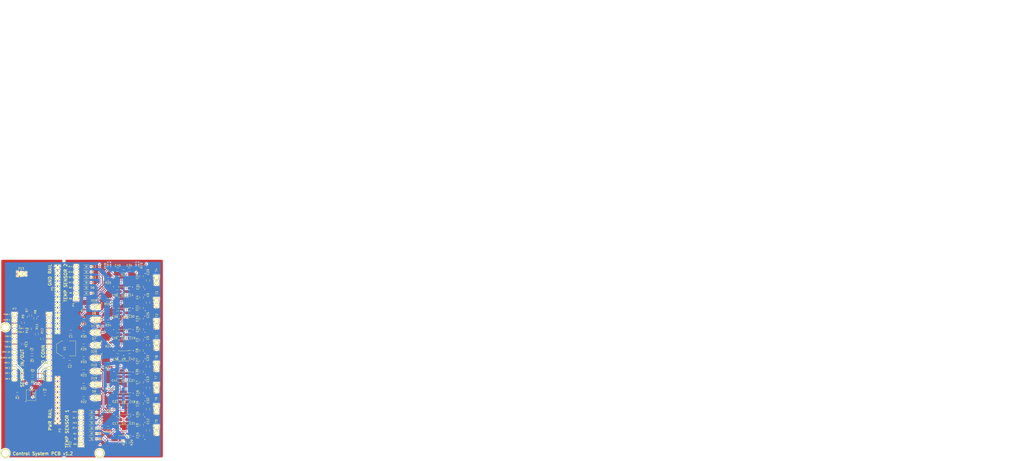
<source format=kicad_pcb>
(kicad_pcb (version 4) (host pcbnew 4.0.2-stable)
  (layers (0 F.Cu signal) (31 B.Cu signal) (34 B.Paste user) (35 F.Paste user) (36 B.SilkS user) (37 F.SilkS user) (38 B.Mask user) (39 F.Mask user) (44 Edge.Cuts user))
  (net 0 "")
  (net 1 +3V3)
  (net 2 T1+)
  (net 3 T3+)
  (net 4 T1-)
  (net 5 T5+)
  (net 6 T7+)
  (net 7 T3-)
  (net 8 T5-)
  (net 9 T7-)
  (net 10 T2+)
  (net 11 T4+)
  (net 12 T2-)
  (net 13 T6+)
  (net 14 T8+)
  (net 15 T4-)
  (net 16 T6-)
  (net 17 T8-)
  (net 18 CS1_3V3)
  (net 19 CS1)
  (net 20 CS3_3V3)
  (net 21 CS3)
  (net 22 CS5_3V3)
  (net 23 CS5)
  (net 24 CS7_3V3)
  (net 25 CS7)
  (net 26 SDI1_3V3)
  (net 27 SDI1)
  (net 28 SCK1_3V3)
  (net 29 SCK1)
  (net 30 FAULT1)
  (net 31 "Net-(D7-Pad2)")
  (net 32 FAULT3)
  (net 33 "Net-(D8-Pad2)")
  (net 34 FAULT5)
  (net 35 "Net-(D9-Pad2)")
  (net 36 FAULT7)
  (net 37 "Net-(D10-Pad2)")
  (net 38 CS2_3V3)
  (net 39 CS2)
  (net 40 CS4_3V3)
  (net 41 CS4)
  (net 42 CS6_3V3)
  (net 43 CS6)
  (net 44 CS8_3V3)
  (net 45 CS8)
  (net 46 SDI2_3V3)
  (net 47 SDI2)
  (net 48 SCK2_3V3)
  (net 49 SCK2)
  (net 50 FAULT2)
  (net 51 "Net-(D17-Pad2)")
  (net 52 FAULT4)
  (net 53 "Net-(D18-Pad2)")
  (net 54 FAULT6)
  (net 55 "Net-(D19-Pad2)")
  (net 56 FAULT8)
  (net 57 "Net-(D20-Pad2)")
  (net 58 SDO1)
  (net 59 FLOW1_INP)
  (net 60 FLOW2_INP)
  (net 61 FLOW3_INP)
  (net 62 FLOW4_INP)
  (net 63 FLOW5_INP)
  (net 64 OPEN_INP)
  (net 65 CLOSED_INP)
  (net 66 COM1_INP)
  (net 67 COM2_INP)
  (net 68 ERR1_INP)
  (net 69 ERR2_INP)
  (net 70 MICRO1_INP)
  (net 71 MICRO2_INP)
  (net 72 OPEN_OUT)
  (net 73 CLOSED_OUT)
  (net 74 COM1_OUT)
  (net 75 COM2_OUT)
  (net 76 ERR1_OUT)
  (net 77 ERR2_OUT)
  (net 78 SDO2)
  (net 79 "Net-(U2-Pad6)")
  (net 80 "Net-(U2-Pad7)")
  (net 81 "Net-(U3-Pad6)")
  (net 82 "Net-(U3-Pad7)")
  (net 83 "Net-(U4-Pad6)")
  (net 84 "Net-(U4-Pad7)")
  (net 85 "Net-(U5-Pad6)")
  (net 86 "Net-(U5-Pad7)")
  (net 87 "Net-(U6-Pad6)")
  (net 88 "Net-(U6-Pad7)")
  (net 89 "Net-(U7-Pad6)")
  (net 90 "Net-(U7-Pad7)")
  (net 91 "Net-(U8-Pad6)")
  (net 92 "Net-(U8-Pad7)")
  (net 93 "Net-(U9-Pad6)")
  (net 94 "Net-(U9-Pad7)")
  (net 95 +5V)
  (net 96 GND)
  (net 97 "Net-(R3-Pad1)")
  (net 98 "Net-(R4-Pad1)")
  (module Connect:1pin (layer F.Cu) (at 231.902 118.872)
    (fp_text reference "" (at 0 -3.048) (layer F.SilkS))
    (fp_text value 1pin)
    (pad 1 thru_hole circle (at 0 0) (size 4.064 4.064) (drill 3.048) (layers *.Cu *.Mask F.SilkS))
  )
  (module Connect:1pin (layer F.Cu) (at 186.944 118.872)
    (fp_text reference "" (at 0 -3.048) (layer F.SilkS))
    (fp_text value 1pin)
    (pad 1 thru_hole circle (at 0 0) (size 4.064 4.064) (drill 3.048) (layers *.Cu *.Mask F.SilkS))
  )
  (module LEDs:LED-3MM (layer F.Cu) (at 231.14 67.31 180)
    (fp_text reference D7 (at 1.91 3.06 180) (layer F.SilkS))
    (fp_text value LED)
    (fp_text user K (at -1.69 1.74 180) (layer F.SilkS))
    (pad 1 thru_hole rect (at 0 0 270) (size 2 2) (drill 1.00076) (layers *.Cu *.Mask F.SilkS) (net 30 FAULT1))
    (pad 2 thru_hole circle (at 2.54 0 180) (size 2 2) (drill 1.00076) (layers *.Cu *.Mask F.SilkS) (net 31 "Net-(D7-Pad2)"))
  )
  (module LEDs:LED-3MM (layer F.Cu) (at 231.14 55.118 180)
    (fp_text reference D8 (at 1.91 3.06 180) (layer F.SilkS))
    (fp_text value LED)
    (fp_text user K (at -1.69 1.74 180) (layer F.SilkS))
    (pad 1 thru_hole rect (at 0 0 270) (size 2 2) (drill 1.00076) (layers *.Cu *.Mask F.SilkS) (net 32 FAULT3))
    (pad 2 thru_hole circle (at 2.54 0 180) (size 2 2) (drill 1.00076) (layers *.Cu *.Mask F.SilkS) (net 33 "Net-(D8-Pad2)"))
  )
  (module LEDs:LED-3MM (layer F.Cu) (at 231.14 92.456 180)
    (fp_text reference D9 (at 1.91 3.06 180) (layer F.SilkS))
    (fp_text value LED)
    (fp_text user K (at -1.69 1.74 180) (layer F.SilkS))
    (pad 1 thru_hole rect (at 0 0 270) (size 2 2) (drill 1.00076) (layers *.Cu *.Mask F.SilkS) (net 34 FAULT5))
    (pad 2 thru_hole circle (at 2.54 0 180) (size 2 2) (drill 1.00076) (layers *.Cu *.Mask F.SilkS) (net 35 "Net-(D9-Pad2)"))
  )
  (module LEDs:LED-3MM (layer F.Cu) (at 231.14 79.756 180)
    (fp_text reference D10 (at 1.91 3.06 180) (layer F.SilkS))
    (fp_text value LED)
    (fp_text user K (at -1.69 1.74 180) (layer F.SilkS))
    (pad 1 thru_hole rect (at 0 0 270) (size 2 2) (drill 1.00076) (layers *.Cu *.Mask F.SilkS) (net 36 FAULT7))
    (pad 2 thru_hole circle (at 2.54 0 180) (size 2 2) (drill 1.00076) (layers *.Cu *.Mask F.SilkS) (net 37 "Net-(D10-Pad2)"))
  )
  (module LEDs:LED-3MM (layer F.Cu) (at 231.14 61.214 180)
    (fp_text reference D17 (at 1.91 3.06 180) (layer F.SilkS))
    (fp_text value LED)
    (fp_text user K (at -1.69 1.74 180) (layer F.SilkS))
    (pad 1 thru_hole rect (at 0 0 270) (size 2 2) (drill 1.00076) (layers *.Cu *.Mask F.SilkS) (net 50 FAULT2))
    (pad 2 thru_hole circle (at 2.54 0 180) (size 2 2) (drill 1.00076) (layers *.Cu *.Mask F.SilkS) (net 51 "Net-(D17-Pad2)"))
  )
  (module LEDs:LED-3MM (layer F.Cu) (at 231.14 49.022 180)
    (fp_text reference D18 (at 1.91 3.06 180) (layer F.SilkS))
    (fp_text value LED)
    (fp_text user K (at -1.69 1.74 180) (layer F.SilkS))
    (pad 1 thru_hole rect (at 0 0 270) (size 2 2) (drill 1.00076) (layers *.Cu *.Mask F.SilkS) (net 52 FAULT4))
    (pad 2 thru_hole circle (at 2.54 0 180) (size 2 2) (drill 1.00076) (layers *.Cu *.Mask F.SilkS) (net 53 "Net-(D18-Pad2)"))
  )
  (module LEDs:LED-3MM (layer F.Cu) (at 231.14 86.106 180)
    (fp_text reference D19 (at 1.91 3.06 180) (layer F.SilkS))
    (fp_text value LED)
    (fp_text user K (at -1.69 1.74 180) (layer F.SilkS))
    (pad 1 thru_hole rect (at 0 0 270) (size 2 2) (drill 1.00076) (layers *.Cu *.Mask F.SilkS) (net 54 FAULT6))
    (pad 2 thru_hole circle (at 2.54 0 180) (size 2 2) (drill 1.00076) (layers *.Cu *.Mask F.SilkS) (net 55 "Net-(D19-Pad2)"))
  )
  (module LEDs:LED-3MM (layer F.Cu) (at 231.14 73.406 180)
    (fp_text reference D20 (at 1.91 3.06 180) (layer F.SilkS))
    (fp_text value LED)
    (fp_text user K (at -1.69 1.74 180) (layer F.SilkS))
    (pad 1 thru_hole rect (at 0 0 270) (size 2 2) (drill 1.00076) (layers *.Cu *.Mask F.SilkS) (net 56 FAULT8))
    (pad 2 thru_hole circle (at 2.54 0 180) (size 2 2) (drill 1.00076) (layers *.Cu *.Mask F.SilkS) (net 57 "Net-(D20-Pad2)"))
  )
  (module Socket_Strips:Socket_Strip_Straight_1x02 (layer F.Cu) (at 259.08 66.04 270)
    (fp_text reference T1 (at -2.94 -0.12 270) (layer F.SilkS))
    (fp_text value "TEMP 1")
    (pad 1 thru_hole rect (at 0 0 270) (size 2.032 2.032) (drill 1.016) (layers *.Cu *.Mask F.SilkS) (net 2 T1+))
    (pad 2 thru_hole oval (at 2.54 0 270) (size 2.032 2.032) (drill 1.016) (layers *.Cu *.Mask F.SilkS) (net 4 T1-))
  )
  (module Socket_Strips:Socket_Strip_Straight_1x02 (layer F.Cu) (at 259.08 106.68 270)
    (fp_text reference T5 (at -3.18 0.08 270) (layer F.SilkS))
    (fp_text value "TEMP 5")
    (pad 1 thru_hole rect (at 0 0 270) (size 2.032 2.032) (drill 1.016) (layers *.Cu *.Mask F.SilkS) (net 5 T5+))
    (pad 2 thru_hole oval (at 2.54 0 270) (size 2.032 2.032) (drill 1.016) (layers *.Cu *.Mask F.SilkS) (net 8 T5-))
  )
  (module Socket_Strips:Socket_Strip_Straight_1x09 (layer F.Cu) (at 211.836 103.632 90)
    (fp_text reference P3 (at -4.368 1.064 90) (layer F.SilkS))
    (fp_text value "5V RAIL")
    (pad 1 thru_hole rect (at 0 0 90) (size 1.7272 2.032) (drill 1.016) (layers *.Cu *.Mask F.SilkS) (net 95 +5V))
    (pad 2 thru_hole oval (at 2.54 0 90) (size 1.7272 2.032) (drill 1.016) (layers *.Cu *.Mask F.SilkS) (net 95 +5V))
    (pad 3 thru_hole oval (at 5.08 0 90) (size 1.7272 2.032) (drill 1.016) (layers *.Cu *.Mask F.SilkS) (net 95 +5V))
    (pad 4 thru_hole oval (at 7.62 0 90) (size 1.7272 2.032) (drill 1.016) (layers *.Cu *.Mask F.SilkS) (net 95 +5V))
    (pad 5 thru_hole oval (at 10.16 0 90) (size 1.7272 2.032) (drill 1.016) (layers *.Cu *.Mask F.SilkS) (net 95 +5V))
    (pad 6 thru_hole oval (at 12.7 0 90) (size 1.7272 2.032) (drill 1.016) (layers *.Cu *.Mask F.SilkS) (net 95 +5V))
    (pad 7 thru_hole oval (at 15.24 0 90) (size 1.7272 2.032) (drill 1.016) (layers *.Cu *.Mask F.SilkS) (net 95 +5V))
    (pad 8 thru_hole oval (at 17.78 0 90) (size 1.7272 2.032) (drill 1.016) (layers *.Cu *.Mask F.SilkS) (net 95 +5V))
    (pad 9 thru_hole oval (at 20.32 0 90) (size 1.7272 2.032) (drill 1.016) (layers *.Cu *.Mask F.SilkS) (net 95 +5V))
  )
  (module Socket_Strips:Socket_Strip_Straight_1x07 (layer F.Cu) (at 220.726 44.958 90)
    (fp_text reference P4 (at -3.042 -1.326 90) (layer F.SilkS))
    (fp_text value "TEMP SENSOR 1")
    (pad 1 thru_hole rect (at 0 0 90) (size 1.7272 2.032) (drill 1.016) (layers *.Cu *.Mask F.SilkS) (net 58 SDO1))
    (pad 2 thru_hole oval (at 2.54 0 90) (size 1.7272 2.032) (drill 1.016) (layers *.Cu *.Mask F.SilkS) (net 27 SDI1))
    (pad 3 thru_hole oval (at 5.08 0 90) (size 1.7272 2.032) (drill 1.016) (layers *.Cu *.Mask F.SilkS) (net 29 SCK1))
    (pad 4 thru_hole oval (at 7.62 0 90) (size 1.7272 2.032) (drill 1.016) (layers *.Cu *.Mask F.SilkS) (net 19 CS1))
    (pad 5 thru_hole oval (at 10.16 0 90) (size 1.7272 2.032) (drill 1.016) (layers *.Cu *.Mask F.SilkS) (net 39 CS2))
    (pad 6 thru_hole oval (at 12.7 0 90) (size 1.7272 2.032) (drill 1.016) (layers *.Cu *.Mask F.SilkS) (net 21 CS3))
    (pad 7 thru_hole oval (at 15.24 0 90) (size 1.7272 2.032) (drill 1.016) (layers *.Cu *.Mask F.SilkS) (net 41 CS4))
  )
  (module Socket_Strips:Socket_Strip_Straight_1x13 (layer F.Cu) (at 211.836 30.226 270)
    (fp_text reference P5 (at 10.074 2.536 270) (layer F.SilkS))
    (fp_text value "GND RAIL")
    (pad 1 thru_hole rect (at 0 0 270) (size 1.7272 2.032) (drill 1.016) (layers *.Cu *.Mask F.SilkS) (net 96 GND))
    (pad 2 thru_hole oval (at 2.54 0 270) (size 1.7272 2.032) (drill 1.016) (layers *.Cu *.Mask F.SilkS) (net 96 GND))
    (pad 3 thru_hole oval (at 5.08 0 270) (size 1.7272 2.032) (drill 1.016) (layers *.Cu *.Mask F.SilkS) (net 96 GND))
    (pad 4 thru_hole oval (at 7.62 0 270) (size 1.7272 2.032) (drill 1.016) (layers *.Cu *.Mask F.SilkS) (net 96 GND))
    (pad 5 thru_hole oval (at 10.16 0 270) (size 1.7272 2.032) (drill 1.016) (layers *.Cu *.Mask F.SilkS) (net 96 GND))
    (pad 6 thru_hole oval (at 12.7 0 270) (size 1.7272 2.032) (drill 1.016) (layers *.Cu *.Mask F.SilkS) (net 96 GND))
    (pad 7 thru_hole oval (at 15.24 0 270) (size 1.7272 2.032) (drill 1.016) (layers *.Cu *.Mask F.SilkS) (net 96 GND))
    (pad 8 thru_hole oval (at 17.78 0 270) (size 1.7272 2.032) (drill 1.016) (layers *.Cu *.Mask F.SilkS) (net 96 GND))
    (pad 9 thru_hole oval (at 20.32 0 270) (size 1.7272 2.032) (drill 1.016) (layers *.Cu *.Mask F.SilkS) (net 96 GND))
    (pad 10 thru_hole oval (at 22.86 0 270) (size 1.7272 2.032) (drill 1.016) (layers *.Cu *.Mask F.SilkS) (net 96 GND))
    (pad 11 thru_hole oval (at 25.4 0 270) (size 1.7272 2.032) (drill 1.016) (layers *.Cu *.Mask F.SilkS) (net 96 GND))
    (pad 12 thru_hole oval (at 27.94 0 270) (size 1.7272 2.032) (drill 1.016) (layers *.Cu *.Mask F.SilkS) (net 96 GND))
    (pad 13 thru_hole oval (at 30.48 0 270) (size 1.7272 2.032) (drill 1.016) (layers *.Cu *.Mask F.SilkS) (net 96 GND))
  )
  (module Socket_Strips:Socket_Strip_Straight_1x13 (layer F.Cu) (at 207.772 52.832 270)
    (fp_text reference P6 (at 0 -5.1 270) (layer F.SilkS))
    (fp_text value "TO ARDUINO")
    (pad 1 thru_hole rect (at 0 0 270) (size 1.7272 2.032) (drill 1.016) (layers *.Cu *.Mask F.SilkS) (net 70 MICRO1_INP))
    (pad 2 thru_hole oval (at 2.54 0 270) (size 1.7272 2.032) (drill 1.016) (layers *.Cu *.Mask F.SilkS) (net 71 MICRO2_INP))
    (pad 3 thru_hole oval (at 5.08 0 270) (size 1.7272 2.032) (drill 1.016) (layers *.Cu *.Mask F.SilkS) (net 59 FLOW1_INP))
    (pad 4 thru_hole oval (at 7.62 0 270) (size 1.7272 2.032) (drill 1.016) (layers *.Cu *.Mask F.SilkS) (net 60 FLOW2_INP))
    (pad 5 thru_hole oval (at 10.16 0 270) (size 1.7272 2.032) (drill 1.016) (layers *.Cu *.Mask F.SilkS) (net 61 FLOW3_INP))
    (pad 6 thru_hole oval (at 12.7 0 270) (size 1.7272 2.032) (drill 1.016) (layers *.Cu *.Mask F.SilkS) (net 62 FLOW4_INP))
    (pad 7 thru_hole oval (at 15.24 0 270) (size 1.7272 2.032) (drill 1.016) (layers *.Cu *.Mask F.SilkS) (net 63 FLOW5_INP))
    (pad 8 thru_hole oval (at 17.78 0 270) (size 1.7272 2.032) (drill 1.016) (layers *.Cu *.Mask F.SilkS) (net 64 OPEN_INP))
    (pad 9 thru_hole oval (at 20.32 0 270) (size 1.7272 2.032) (drill 1.016) (layers *.Cu *.Mask F.SilkS) (net 65 CLOSED_INP))
    (pad 10 thru_hole oval (at 22.86 0 270) (size 1.7272 2.032) (drill 1.016) (layers *.Cu *.Mask F.SilkS) (net 67 COM2_INP))
    (pad 11 thru_hole oval (at 25.4 0 270) (size 1.7272 2.032) (drill 1.016) (layers *.Cu *.Mask F.SilkS) (net 66 COM1_INP))
    (pad 12 thru_hole oval (at 27.94 0 270) (size 1.7272 2.032) (drill 1.016) (layers *.Cu *.Mask F.SilkS) (net 68 ERR1_INP))
    (pad 13 thru_hole oval (at 30.48 0 270) (size 1.7272 2.032) (drill 1.016) (layers *.Cu *.Mask F.SilkS) (net 69 ERR2_INP))
  )
  (module Socket_Strips:Socket_Strip_Straight_1x13 (layer F.Cu) (at 191.262 52.832 270)
    (fp_text reference P7 (at -2.794 0 360) (layer F.SilkS))
    (fp_text value OUT)
    (pad 1 thru_hole rect (at 0 0 270) (size 1.7272 2.032) (drill 1.016) (layers *.Cu *.Mask F.SilkS) (net 70 MICRO1_INP))
    (pad 2 thru_hole oval (at 2.54 0 270) (size 1.7272 2.032) (drill 1.016) (layers *.Cu *.Mask F.SilkS) (net 71 MICRO2_INP))
    (pad 3 thru_hole oval (at 5.08 0 270) (size 1.7272 2.032) (drill 1.016) (layers *.Cu *.Mask F.SilkS) (net 59 FLOW1_INP))
    (pad 4 thru_hole oval (at 7.62 0 270) (size 1.7272 2.032) (drill 1.016) (layers *.Cu *.Mask F.SilkS) (net 60 FLOW2_INP))
    (pad 5 thru_hole oval (at 10.16 0 270) (size 1.7272 2.032) (drill 1.016) (layers *.Cu *.Mask F.SilkS) (net 61 FLOW3_INP))
    (pad 6 thru_hole oval (at 12.7 0 270) (size 1.7272 2.032) (drill 1.016) (layers *.Cu *.Mask F.SilkS) (net 62 FLOW4_INP))
    (pad 7 thru_hole oval (at 15.24 0 270) (size 1.7272 2.032) (drill 1.016) (layers *.Cu *.Mask F.SilkS) (net 63 FLOW5_INP))
    (pad 8 thru_hole oval (at 17.78 0 270) (size 1.7272 2.032) (drill 1.016) (layers *.Cu *.Mask F.SilkS) (net 72 OPEN_OUT))
    (pad 9 thru_hole oval (at 20.32 0 270) (size 1.7272 2.032) (drill 1.016) (layers *.Cu *.Mask F.SilkS) (net 73 CLOSED_OUT))
    (pad 10 thru_hole oval (at 22.86 0 270) (size 1.7272 2.032) (drill 1.016) (layers *.Cu *.Mask F.SilkS) (net 74 COM1_OUT))
    (pad 11 thru_hole oval (at 25.4 0 270) (size 1.7272 2.032) (drill 1.016) (layers *.Cu *.Mask F.SilkS) (net 75 COM2_OUT))
    (pad 12 thru_hole oval (at 27.94 0 270) (size 1.7272 2.032) (drill 1.016) (layers *.Cu *.Mask F.SilkS) (net 76 ERR1_OUT))
    (pad 13 thru_hole oval (at 30.48 0 270) (size 1.7272 2.032) (drill 1.016) (layers *.Cu *.Mask F.SilkS) (net 77 ERR2_OUT))
  )
  (module Socket_Strips:Socket_Strip_Straight_1x02 (layer F.Cu) (at 259.08 55.88 270)
    (fp_text reference T2 (at -2.88 -0.12 270) (layer F.SilkS))
    (fp_text value "TEMP 2")
    (pad 1 thru_hole rect (at 0 0 270) (size 2.032 2.032) (drill 1.016) (layers *.Cu *.Mask F.SilkS) (net 10 T2+))
    (pad 2 thru_hole oval (at 2.54 0 270) (size 2.032 2.032) (drill 1.016) (layers *.Cu *.Mask F.SilkS) (net 12 T2-))
  )
  (module Socket_Strips:Socket_Strip_Straight_1x02 (layer F.Cu) (at 259.08 96.52 270)
    (fp_text reference T6 (at -3.62 0.18 270) (layer F.SilkS))
    (fp_text value "TEMP 6")
    (pad 1 thru_hole rect (at 0 0 270) (size 2.032 2.032) (drill 1.016) (layers *.Cu *.Mask F.SilkS) (net 13 T6+))
    (pad 2 thru_hole oval (at 2.54 0 270) (size 2.032 2.032) (drill 1.016) (layers *.Cu *.Mask F.SilkS) (net 16 T6-))
  )
  (module Socket_Strips:Socket_Strip_Straight_1x02 (layer F.Cu) (at 259.08 45.72 270)
    (fp_text reference T3 (at -3.52 -0.22 270) (layer F.SilkS))
    (fp_text value "TEMP 3")
    (pad 1 thru_hole rect (at 0 0 270) (size 2.032 2.032) (drill 1.016) (layers *.Cu *.Mask F.SilkS) (net 3 T3+))
    (pad 2 thru_hole oval (at 2.54 0 270) (size 2.032 2.032) (drill 1.016) (layers *.Cu *.Mask F.SilkS) (net 7 T3-))
  )
  (module Socket_Strips:Socket_Strip_Straight_1x02 (layer F.Cu) (at 259.08 86.36 270)
    (fp_text reference T7 (at -3.66 0.18 270) (layer F.SilkS))
    (fp_text value "TEMP 7")
    (pad 1 thru_hole rect (at 0 0 270) (size 2.032 2.032) (drill 1.016) (layers *.Cu *.Mask F.SilkS) (net 6 T7+))
    (pad 2 thru_hole oval (at 2.54 0 270) (size 2.032 2.032) (drill 1.016) (layers *.Cu *.Mask F.SilkS) (net 9 T7-))
  )
  (module Socket_Strips:Socket_Strip_Straight_1x07 (layer F.Cu) (at 223.012 114.554 90)
    (fp_text reference P12 (at 0 -5.1 90) (layer F.SilkS))
    (fp_text value "TEMP SENSOR 2")
    (pad 1 thru_hole rect (at 0 0 90) (size 1.7272 2.032) (drill 1.016) (layers *.Cu *.Mask F.SilkS) (net 78 SDO2))
    (pad 2 thru_hole oval (at 2.54 0 90) (size 1.7272 2.032) (drill 1.016) (layers *.Cu *.Mask F.SilkS) (net 47 SDI2))
    (pad 3 thru_hole oval (at 5.08 0 90) (size 1.7272 2.032) (drill 1.016) (layers *.Cu *.Mask F.SilkS) (net 49 SCK2))
    (pad 4 thru_hole oval (at 7.62 0 90) (size 1.7272 2.032) (drill 1.016) (layers *.Cu *.Mask F.SilkS) (net 23 CS5))
    (pad 5 thru_hole oval (at 10.16 0 90) (size 1.7272 2.032) (drill 1.016) (layers *.Cu *.Mask F.SilkS) (net 43 CS6))
    (pad 6 thru_hole oval (at 12.7 0 90) (size 1.7272 2.032) (drill 1.016) (layers *.Cu *.Mask F.SilkS) (net 25 CS7))
    (pad 7 thru_hole oval (at 15.24 0 90) (size 1.7272 2.032) (drill 1.016) (layers *.Cu *.Mask F.SilkS) (net 45 CS8))
  )
  (module Socket_Strips:Socket_Strip_Straight_1x02 (layer F.Cu) (at 259.08 35.052 270)
    (fp_text reference T4 (at -3.652 0.08 270) (layer F.SilkS))
    (fp_text value "TEMP 4")
    (pad 1 thru_hole rect (at 0 0 270) (size 2.032 2.032) (drill 1.016) (layers *.Cu *.Mask F.SilkS) (net 11 T4+))
    (pad 2 thru_hole oval (at 2.54 0 270) (size 2.032 2.032) (drill 1.016) (layers *.Cu *.Mask F.SilkS) (net 15 T4-))
  )
  (module Socket_Strips:Socket_Strip_Straight_1x02 (layer F.Cu) (at 259.08 76.2 270)
    (fp_text reference T8 (at -3.3 -0.02 270) (layer F.SilkS))
    (fp_text value "TEMP 8")
    (pad 1 thru_hole rect (at 0 0 270) (size 2.032 2.032) (drill 1.016) (layers *.Cu *.Mask F.SilkS) (net 14 T8+))
    (pad 2 thru_hole oval (at 2.54 0 270) (size 2.032 2.032) (drill 1.016) (layers *.Cu *.Mask F.SilkS) (net 17 T8-))
  )
  (module Resistors_SMD:R_0603_HandSoldering (layer F.Cu) (at 199.644 70.612 180)
    (fp_text reference R1 (at 0.044 1.512 180) (layer F.SilkS))
    (fp_text value 1K)
    (pad 1 smd rect (at -1.1 0 180) (size 1.2 0.9) (layers F.Cu F.Paste F.Mask) (net 64 OPEN_INP))
    (pad 2 smd rect (at 1.1 0 180) (size 1.2 0.9) (layers F.Cu F.Paste F.Mask) (net 72 OPEN_OUT))
  )
  (module Resistors_SMD:R_0603_HandSoldering (layer F.Cu) (at 199.644 73.152 180)
    (fp_text reference R2 (at -0.056 -1.648 180) (layer F.SilkS))
    (fp_text value 1K)
    (pad 1 smd rect (at -1.1 0 180) (size 1.2 0.9) (layers F.Cu F.Paste F.Mask) (net 65 CLOSED_INP))
    (pad 2 smd rect (at 1.1 0 180) (size 1.2 0.9) (layers F.Cu F.Paste F.Mask) (net 73 CLOSED_OUT))
  )
  (module Resistors_SMD:R_0603_HandSoldering (layer F.Cu) (at 192.5955 90.551 180)
    (fp_text reference R3 (at 0 -1.9 180) (layer F.SilkS))
    (fp_text value 1k)
    (pad 1 smd rect (at -1.1 0 180) (size 1.2 0.9) (layers F.Cu F.Paste F.Mask) (net 97 "Net-(R3-Pad1)"))
    (pad 2 smd rect (at 1.1 0 180) (size 1.2 0.9) (layers F.Cu F.Paste F.Mask) (net 75 COM2_OUT))
  )
  (module Resistors_SMD:R_0603_HandSoldering (layer F.Cu) (at 205.74 90.551)
    (fp_text reference R4 (at 0 -1.9) (layer F.SilkS))
    (fp_text value 1k)
    (pad 1 smd rect (at -1.1 0) (size 1.2 0.9) (layers F.Cu F.Paste F.Mask) (net 98 "Net-(R4-Pad1)"))
    (pad 2 smd rect (at 1.1 0) (size 1.2 0.9) (layers F.Cu F.Paste F.Mask) (net 74 COM1_OUT))
  )
  (module Resistors_SMD:R_0603_HandSoldering (layer F.Cu) (at 199.898 80.772 180)
    (fp_text reference R5 (at -0.002 1.472 180) (layer F.SilkS))
    (fp_text value 1K)
    (pad 1 smd rect (at -1.1 0 180) (size 1.2 0.9) (layers F.Cu F.Paste F.Mask) (net 68 ERR1_INP))
    (pad 2 smd rect (at 1.1 0 180) (size 1.2 0.9) (layers F.Cu F.Paste F.Mask) (net 76 ERR1_OUT))
  )
  (module Resistors_SMD:R_0603_HandSoldering (layer F.Cu) (at 199.898 83.312 180)
    (fp_text reference R6 (at -0.102 -1.688 180) (layer F.SilkS))
    (fp_text value 1K)
    (pad 1 smd rect (at -1.1 0 180) (size 1.2 0.9) (layers F.Cu F.Paste F.Mask) (net 69 ERR2_INP))
    (pad 2 smd rect (at 1.1 0 180) (size 1.2 0.9) (layers F.Cu F.Paste F.Mask) (net 77 ERR2_OUT))
  )
  (module Resistors_SMD:R_0603_HandSoldering (layer F.Cu) (at 198.882 53.086 270)
    (fp_text reference R7 (at -2.413 1.7145 270) (layer F.SilkS))
    (fp_text value 10k)
    (pad 1 smd rect (at -1.1 0 270) (size 1.2 0.9) (layers F.Cu F.Paste F.Mask) (net 70 MICRO1_INP))
    (pad 2 smd rect (at 1.1 0 270) (size 1.2 0.9) (layers F.Cu F.Paste F.Mask) (net 96 GND))
  )
  (module Resistors_SMD:R_0603_HandSoldering (layer F.Cu) (at 201.2315 54.4195 90)
    (fp_text reference R8 (at 3.056 -0.018 90) (layer F.SilkS))
    (fp_text value 10k)
    (pad 1 smd rect (at -1.1 0 90) (size 1.2 0.9) (layers F.Cu F.Paste F.Mask) (net 71 MICRO2_INP))
    (pad 2 smd rect (at 1.1 0 90) (size 1.2 0.9) (layers F.Cu F.Paste F.Mask) (net 96 GND))
  )
  (module Resistors_SMD:R_0603_HandSoldering (layer F.Cu) (at 195.326 56.642 270)
    (fp_text reference R9 (at -3.042 -0.074 270) (layer F.SilkS))
    (fp_text value 10k)
    (pad 1 smd rect (at -1.1 0 270) (size 1.2 0.9) (layers F.Cu F.Paste F.Mask) (net 95 +5V))
    (pad 2 smd rect (at 1.1 0 270) (size 1.2 0.9) (layers F.Cu F.Paste F.Mask) (net 59 FLOW1_INP))
  )
  (module Resistors_SMD:R_0603_HandSoldering (layer F.Cu) (at 198.628 59.436 270)
    (fp_text reference R10 (at 0.764 1.428 270) (layer F.SilkS))
    (fp_text value 10k)
    (pad 1 smd rect (at -1.1 0 270) (size 1.2 0.9) (layers F.Cu F.Paste F.Mask) (net 95 +5V))
    (pad 2 smd rect (at 1.1 0 270) (size 1.2 0.9) (layers F.Cu F.Paste F.Mask) (net 60 FLOW2_INP))
  )
  (module Resistors_SMD:R_0603_HandSoldering (layer F.Cu) (at 201.93 61.976 270)
    (fp_text reference R11 (at -3.576 -0.07 270) (layer F.SilkS))
    (fp_text value 10k)
    (pad 1 smd rect (at -1.1 0 270) (size 1.2 0.9) (layers F.Cu F.Paste F.Mask) (net 95 +5V))
    (pad 2 smd rect (at 1.1 0 270) (size 1.2 0.9) (layers F.Cu F.Paste F.Mask) (net 61 FLOW3_INP))
  )
  (module Resistors_SMD:R_0603_HandSoldering (layer F.Cu) (at 204.47 64.262 270)
    (fp_text reference R12 (at -3.762 -0.03 270) (layer F.SilkS))
    (fp_text value 10k)
    (pad 1 smd rect (at -1.1 0 270) (size 1.2 0.9) (layers F.Cu F.Paste F.Mask) (net 95 +5V))
    (pad 2 smd rect (at 1.1 0 270) (size 1.2 0.9) (layers F.Cu F.Paste F.Mask) (net 62 FLOW4_INP))
  )
  (module Resistors_SMD:R_0603_HandSoldering (layer F.Cu) (at 195.326 66.802 270)
    (fp_text reference R13 (at 0.098 -1.574 270) (layer F.SilkS))
    (fp_text value 10k)
    (pad 1 smd rect (at -1.1 0 270) (size 1.2 0.9) (layers F.Cu F.Paste F.Mask) (net 95 +5V))
    (pad 2 smd rect (at 1.1 0 270) (size 1.2 0.9) (layers F.Cu F.Paste F.Mask) (net 63 FLOW5_INP))
  )
  (module Resistors_SMD:R_0603_HandSoldering (layer F.Cu) (at 235.966 66.04 180)
    (fp_text reference R14 (at 0 -1.9 180) (layer F.SilkS))
    (fp_text value 3.3k)
    (pad 1 smd rect (at -1.1 0 180) (size 1.2 0.9) (layers F.Cu F.Paste F.Mask) (net 18 CS1_3V3))
    (pad 2 smd rect (at 1.1 0 180) (size 1.2 0.9) (layers F.Cu F.Paste F.Mask) (net 1 +3V3))
  )
  (module Resistors_SMD:R_0603_HandSoldering (layer F.Cu) (at 235.458 45.72 180)
    (fp_text reference R15 (at 0 -1.9 180) (layer F.SilkS))
    (fp_text value 3.3k)
    (pad 1 smd rect (at -1.1 0 180) (size 1.2 0.9) (layers F.Cu F.Paste F.Mask) (net 20 CS3_3V3))
    (pad 2 smd rect (at 1.1 0 180) (size 1.2 0.9) (layers F.Cu F.Paste F.Mask) (net 1 +3V3))
  )
  (module Resistors_SMD:R_0603_HandSoldering (layer F.Cu) (at 235.966 106.68 180)
    (fp_text reference R16 (at 0 -1.9 180) (layer F.SilkS))
    (fp_text value 3.3k)
    (pad 1 smd rect (at -1.1 0 180) (size 1.2 0.9) (layers F.Cu F.Paste F.Mask) (net 22 CS5_3V3))
    (pad 2 smd rect (at 1.1 0 180) (size 1.2 0.9) (layers F.Cu F.Paste F.Mask) (net 1 +3V3))
  )
  (module Resistors_SMD:R_0603_HandSoldering (layer F.Cu) (at 235.966 86.36 180)
    (fp_text reference R17 (at 0 -1.9 180) (layer F.SilkS))
    (fp_text value 3.3k)
    (pad 1 smd rect (at -1.1 0 180) (size 1.2 0.9) (layers F.Cu F.Paste F.Mask) (net 24 CS7_3V3))
    (pad 2 smd rect (at 1.1 0 180) (size 1.2 0.9) (layers F.Cu F.Paste F.Mask) (net 1 +3V3))
  )
  (module Resistors_SMD:R_0603_HandSoldering (layer F.Cu) (at 236.474 29.464 90)
    (fp_text reference R18 (at 0 -1.9 90) (layer F.SilkS))
    (fp_text value 3.3k)
    (pad 1 smd rect (at -1.1 0 90) (size 1.2 0.9) (layers F.Cu F.Paste F.Mask) (net 26 SDI1_3V3))
    (pad 2 smd rect (at 1.1 0 90) (size 1.2 0.9) (layers F.Cu F.Paste F.Mask) (net 1 +3V3))
  )
  (module Resistors_SMD:R_0603_HandSoldering (layer F.Cu) (at 249.936 29.464 90)
    (fp_text reference R19 (at 0.164 1.964 90) (layer F.SilkS))
    (fp_text value 3.3k)
    (pad 1 smd rect (at -1.1 0 90) (size 1.2 0.9) (layers F.Cu F.Paste F.Mask) (net 28 SCK1_3V3))
    (pad 2 smd rect (at 1.1 0 90) (size 1.2 0.9) (layers F.Cu F.Paste F.Mask) (net 1 +3V3))
  )
  (module Resistors_SMD:R_0603_HandSoldering (layer F.Cu) (at 224.282 67.31 180)
    (fp_text reference R20 (at 0 -1.9 180) (layer F.SilkS))
    (fp_text value 1k)
    (pad 1 smd rect (at -1.1 0 180) (size 1.2 0.9) (layers F.Cu F.Paste F.Mask) (net 31 "Net-(D7-Pad2)"))
    (pad 2 smd rect (at 1.1 0 180) (size 1.2 0.9) (layers F.Cu F.Paste F.Mask) (net 1 +3V3))
  )
  (module Resistors_SMD:R_0603_HandSoldering (layer F.Cu) (at 224.282 55.118 180)
    (fp_text reference R21 (at 0 -1.9 180) (layer F.SilkS))
    (fp_text value 1k)
    (pad 1 smd rect (at -1.1 0 180) (size 1.2 0.9) (layers F.Cu F.Paste F.Mask) (net 33 "Net-(D8-Pad2)"))
    (pad 2 smd rect (at 1.1 0 180) (size 1.2 0.9) (layers F.Cu F.Paste F.Mask) (net 1 +3V3))
  )
  (module Resistors_SMD:R_0603_HandSoldering (layer F.Cu) (at 224.282 92.456 180)
    (fp_text reference R22 (at 0 -1.9 180) (layer F.SilkS))
    (fp_text value 1k)
    (pad 1 smd rect (at -1.1 0 180) (size 1.2 0.9) (layers F.Cu F.Paste F.Mask) (net 35 "Net-(D9-Pad2)"))
    (pad 2 smd rect (at 1.1 0 180) (size 1.2 0.9) (layers F.Cu F.Paste F.Mask) (net 1 +3V3))
  )
  (module Resistors_SMD:R_0603_HandSoldering (layer F.Cu) (at 224.282 79.756 180)
    (fp_text reference R23 (at 0 -1.9 180) (layer F.SilkS))
    (fp_text value 1k)
    (pad 1 smd rect (at -1.1 0 180) (size 1.2 0.9) (layers F.Cu F.Paste F.Mask) (net 37 "Net-(D10-Pad2)"))
    (pad 2 smd rect (at 1.1 0 180) (size 1.2 0.9) (layers F.Cu F.Paste F.Mask) (net 1 +3V3))
  )
  (module Resistors_SMD:R_0603_HandSoldering (layer F.Cu) (at 235.966 55.88 180)
    (fp_text reference R24 (at 0 -1.9 180) (layer F.SilkS))
    (fp_text value 3.3k)
    (pad 1 smd rect (at -1.1 0 180) (size 1.2 0.9) (layers F.Cu F.Paste F.Mask) (net 38 CS2_3V3))
    (pad 2 smd rect (at 1.1 0 180) (size 1.2 0.9) (layers F.Cu F.Paste F.Mask) (net 1 +3V3))
  )
  (module Resistors_SMD:R_0603_HandSoldering (layer F.Cu) (at 235.966 35.56 180)
    (fp_text reference R25 (at 0 -1.9 180) (layer F.SilkS))
    (fp_text value 3.3k)
    (pad 1 smd rect (at -1.1 0 180) (size 1.2 0.9) (layers F.Cu F.Paste F.Mask) (net 40 CS4_3V3))
    (pad 2 smd rect (at 1.1 0 180) (size 1.2 0.9) (layers F.Cu F.Paste F.Mask) (net 1 +3V3))
  )
  (module Resistors_SMD:R_0603_HandSoldering (layer F.Cu) (at 236.728 96.52 180)
    (fp_text reference R26 (at 0 -1.9 180) (layer F.SilkS))
    (fp_text value 3.3k)
    (pad 1 smd rect (at -1.1 0 180) (size 1.2 0.9) (layers F.Cu F.Paste F.Mask) (net 42 CS6_3V3))
    (pad 2 smd rect (at 1.1 0 180) (size 1.2 0.9) (layers F.Cu F.Paste F.Mask) (net 1 +3V3))
  )
  (module Resistors_SMD:R_0603_HandSoldering (layer F.Cu) (at 235.966 76.2 180)
    (fp_text reference R27 (at 0 -1.9 180) (layer F.SilkS))
    (fp_text value 3.3k)
    (pad 1 smd rect (at -1.1 0 180) (size 1.2 0.9) (layers F.Cu F.Paste F.Mask) (net 44 CS8_3V3))
    (pad 2 smd rect (at 1.1 0 180) (size 1.2 0.9) (layers F.Cu F.Paste F.Mask) (net 1 +3V3))
  )
  (module Resistors_SMD:R_0603_HandSoldering (layer F.Cu) (at 241.554 113.792 270)
    (fp_text reference R28 (at 0 -1.9 270) (layer F.SilkS))
    (fp_text value 3.3k)
    (pad 1 smd rect (at -1.1 0 270) (size 1.2 0.9) (layers F.Cu F.Paste F.Mask) (net 46 SDI2_3V3))
    (pad 2 smd rect (at 1.1 0 270) (size 1.2 0.9) (layers F.Cu F.Paste F.Mask) (net 1 +3V3))
  )
  (module Resistors_SMD:R_0603_HandSoldering (layer F.Cu) (at 245.364 113.792 270)
    (fp_text reference R29 (at 0 -1.9 270) (layer F.SilkS))
    (fp_text value 3.3k)
    (pad 1 smd rect (at -1.1 0 270) (size 1.2 0.9) (layers F.Cu F.Paste F.Mask) (net 48 SCK2_3V3))
    (pad 2 smd rect (at 1.1 0 270) (size 1.2 0.9) (layers F.Cu F.Paste F.Mask) (net 1 +3V3))
  )
  (module Resistors_SMD:R_0603_HandSoldering (layer F.Cu) (at 224.282 61.214 180)
    (fp_text reference R30 (at 0 -1.9 180) (layer F.SilkS))
    (fp_text value 1k)
    (pad 1 smd rect (at -1.1 0 180) (size 1.2 0.9) (layers F.Cu F.Paste F.Mask) (net 51 "Net-(D17-Pad2)"))
    (pad 2 smd rect (at 1.1 0 180) (size 1.2 0.9) (layers F.Cu F.Paste F.Mask) (net 1 +3V3))
  )
  (module Resistors_SMD:R_0603_HandSoldering (layer F.Cu) (at 224.282 49.022 180)
    (fp_text reference R31 (at 0 -1.9 180) (layer F.SilkS))
    (fp_text value 1k)
    (pad 1 smd rect (at -1.1 0 180) (size 1.2 0.9) (layers F.Cu F.Paste F.Mask) (net 53 "Net-(D18-Pad2)"))
    (pad 2 smd rect (at 1.1 0 180) (size 1.2 0.9) (layers F.Cu F.Paste F.Mask) (net 1 +3V3))
  )
  (module Resistors_SMD:R_0603_HandSoldering (layer F.Cu) (at 224.282 86.106 180)
    (fp_text reference R32 (at 0 -1.9 180) (layer F.SilkS))
    (fp_text value 1k)
    (pad 1 smd rect (at -1.1 0 180) (size 1.2 0.9) (layers F.Cu F.Paste F.Mask) (net 55 "Net-(D19-Pad2)"))
    (pad 2 smd rect (at 1.1 0 180) (size 1.2 0.9) (layers F.Cu F.Paste F.Mask) (net 1 +3V3))
  )
  (module Resistors_SMD:R_0603_HandSoldering (layer F.Cu) (at 224.282 73.406 180)
    (fp_text reference R33 (at 0 -1.9 180) (layer F.SilkS))
    (fp_text value 1k)
    (pad 1 smd rect (at -1.1 0 180) (size 1.2 0.9) (layers F.Cu F.Paste F.Mask) (net 57 "Net-(D20-Pad2)"))
    (pad 2 smd rect (at 1.1 0 180) (size 1.2 0.9) (layers F.Cu F.Paste F.Mask) (net 1 +3V3))
  )
  (module TO_SOT_Packages_SMD:SOT-223 (layer F.Cu) (at 215.9 68.834 90)
    (fp_text reference U1 (at 0 -0.762 90) (layer F.SilkS))
    (fp_text value LD1117S33TR)
    (pad 4 smd rect (at 0 -3.302 90) (size 3.6576 2.032) (layers F.Cu F.Paste F.Mask))
    (pad 2 smd rect (at 0 3.302 90) (size 1.016 2.032) (layers F.Cu F.Paste F.Mask) (net 1 +3V3))
    (pad 3 smd rect (at 2.286 3.302 90) (size 1.016 2.032) (layers F.Cu F.Paste F.Mask) (net 95 +5V))
    (pad 1 smd rect (at -2.286 3.302 90) (size 1.016 2.032) (layers F.Cu F.Paste F.Mask) (net 96 GND))
  )
  (module Housings_SSOP:TSSOP-14_4.4x5mm_Pitch0.65mm (layer F.Cu) (at 243.332 67.31 180)
    (fp_text reference U2 (at 0.132 3.51 180) (layer F.SilkS))
    (fp_text value MAX31856)
    (pad 1 smd rect (at -2.95 -1.95 180) (size 1.45 0.45) (layers F.Cu F.Paste F.Mask) (net 96 GND))
    (pad 2 smd rect (at -2.95 -1.3 180) (size 1.45 0.45) (layers F.Cu F.Paste F.Mask) (net 4 T1-))
    (pad 3 smd rect (at -2.95 -0.65 180) (size 1.45 0.45) (layers F.Cu F.Paste F.Mask) (net 4 T1-))
    (pad 4 smd rect (at -2.95 0 180) (size 1.45 0.45) (layers F.Cu F.Paste F.Mask) (net 2 T1+))
    (pad 5 smd rect (at -2.95 0.65 180) (size 1.45 0.45) (layers F.Cu F.Paste F.Mask) (net 1 +3V3))
    (pad 6 smd rect (at -2.95 1.3 180) (size 1.45 0.45) (layers F.Cu F.Paste F.Mask) (net 79 "Net-(U2-Pad6)"))
    (pad 7 smd rect (at -2.95 1.95 180) (size 1.45 0.45) (layers F.Cu F.Paste F.Mask) (net 80 "Net-(U2-Pad7)"))
    (pad 8 smd rect (at 2.95 1.95 180) (size 1.45 0.45) (layers F.Cu F.Paste F.Mask) (net 1 +3V3))
    (pad 9 smd rect (at 2.95 1.3 180) (size 1.45 0.45) (layers F.Cu F.Paste F.Mask) (net 18 CS1_3V3))
    (pad 10 smd rect (at 2.95 0.65 180) (size 1.45 0.45) (layers F.Cu F.Paste F.Mask) (net 28 SCK1_3V3))
    (pad 11 smd rect (at 2.95 0 180) (size 1.45 0.45) (layers F.Cu F.Paste F.Mask) (net 58 SDO1))
    (pad 12 smd rect (at 2.95 -0.65 180) (size 1.45 0.45) (layers F.Cu F.Paste F.Mask) (net 26 SDI1_3V3))
    (pad 13 smd rect (at 2.95 -1.3 180) (size 1.45 0.45) (layers F.Cu F.Paste F.Mask) (net 30 FAULT1))
    (pad 14 smd rect (at 2.95 -1.95 180) (size 1.45 0.45) (layers F.Cu F.Paste F.Mask) (net 96 GND))
  )
  (module Housings_SSOP:TSSOP-14_4.4x5mm_Pitch0.65mm (layer F.Cu) (at 243.205 46.99 180)
    (fp_text reference U3 (at 0.105 3.59 180) (layer F.SilkS))
    (fp_text value MAX31856)
    (pad 1 smd rect (at -2.95 -1.95 180) (size 1.45 0.45) (layers F.Cu F.Paste F.Mask) (net 96 GND))
    (pad 2 smd rect (at -2.95 -1.3 180) (size 1.45 0.45) (layers F.Cu F.Paste F.Mask) (net 7 T3-))
    (pad 3 smd rect (at -2.95 -0.65 180) (size 1.45 0.45) (layers F.Cu F.Paste F.Mask) (net 7 T3-))
    (pad 4 smd rect (at -2.95 0 180) (size 1.45 0.45) (layers F.Cu F.Paste F.Mask) (net 3 T3+))
    (pad 5 smd rect (at -2.95 0.65 180) (size 1.45 0.45) (layers F.Cu F.Paste F.Mask) (net 1 +3V3))
    (pad 6 smd rect (at -2.95 1.3 180) (size 1.45 0.45) (layers F.Cu F.Paste F.Mask) (net 81 "Net-(U3-Pad6)"))
    (pad 7 smd rect (at -2.95 1.95 180) (size 1.45 0.45) (layers F.Cu F.Paste F.Mask) (net 82 "Net-(U3-Pad7)"))
    (pad 8 smd rect (at 2.95 1.95 180) (size 1.45 0.45) (layers F.Cu F.Paste F.Mask) (net 1 +3V3))
    (pad 9 smd rect (at 2.95 1.3 180) (size 1.45 0.45) (layers F.Cu F.Paste F.Mask) (net 20 CS3_3V3))
    (pad 10 smd rect (at 2.95 0.65 180) (size 1.45 0.45) (layers F.Cu F.Paste F.Mask) (net 28 SCK1_3V3))
    (pad 11 smd rect (at 2.95 0 180) (size 1.45 0.45) (layers F.Cu F.Paste F.Mask) (net 58 SDO1))
    (pad 12 smd rect (at 2.95 -0.65 180) (size 1.45 0.45) (layers F.Cu F.Paste F.Mask) (net 26 SDI1_3V3))
    (pad 13 smd rect (at 2.95 -1.3 180) (size 1.45 0.45) (layers F.Cu F.Paste F.Mask) (net 32 FAULT3))
    (pad 14 smd rect (at 2.95 -1.95 180) (size 1.45 0.45) (layers F.Cu F.Paste F.Mask) (net 96 GND))
  )
  (module Housings_SSOP:TSSOP-14_4.4x5mm_Pitch0.65mm (layer F.Cu) (at 243.332 107.95 180)
    (fp_text reference U4 (at -0.068 3.35 180) (layer F.SilkS))
    (fp_text value MAX31856)
    (pad 1 smd rect (at -2.95 -1.95 180) (size 1.45 0.45) (layers F.Cu F.Paste F.Mask) (net 96 GND))
    (pad 2 smd rect (at -2.95 -1.3 180) (size 1.45 0.45) (layers F.Cu F.Paste F.Mask) (net 8 T5-))
    (pad 3 smd rect (at -2.95 -0.65 180) (size 1.45 0.45) (layers F.Cu F.Paste F.Mask) (net 8 T5-))
    (pad 4 smd rect (at -2.95 0 180) (size 1.45 0.45) (layers F.Cu F.Paste F.Mask) (net 5 T5+))
    (pad 5 smd rect (at -2.95 0.65 180) (size 1.45 0.45) (layers F.Cu F.Paste F.Mask) (net 1 +3V3))
    (pad 6 smd rect (at -2.95 1.3 180) (size 1.45 0.45) (layers F.Cu F.Paste F.Mask) (net 83 "Net-(U4-Pad6)"))
    (pad 7 smd rect (at -2.95 1.95 180) (size 1.45 0.45) (layers F.Cu F.Paste F.Mask) (net 84 "Net-(U4-Pad7)"))
    (pad 8 smd rect (at 2.95 1.95 180) (size 1.45 0.45) (layers F.Cu F.Paste F.Mask) (net 1 +3V3))
    (pad 9 smd rect (at 2.95 1.3 180) (size 1.45 0.45) (layers F.Cu F.Paste F.Mask) (net 22 CS5_3V3))
    (pad 10 smd rect (at 2.95 0.65 180) (size 1.45 0.45) (layers F.Cu F.Paste F.Mask) (net 48 SCK2_3V3))
    (pad 11 smd rect (at 2.95 0 180) (size 1.45 0.45) (layers F.Cu F.Paste F.Mask) (net 78 SDO2))
    (pad 12 smd rect (at 2.95 -0.65 180) (size 1.45 0.45) (layers F.Cu F.Paste F.Mask) (net 46 SDI2_3V3))
    (pad 13 smd rect (at 2.95 -1.3 180) (size 1.45 0.45) (layers F.Cu F.Paste F.Mask) (net 34 FAULT5))
    (pad 14 smd rect (at 2.95 -1.95 180) (size 1.45 0.45) (layers F.Cu F.Paste F.Mask) (net 96 GND))
  )
  (module Housings_SSOP:TSSOP-14_4.4x5mm_Pitch0.65mm (layer F.Cu) (at 243.205 87.63 180)
    (fp_text reference U5 (at -0.045 3.48 180) (layer F.SilkS))
    (fp_text value MAX31856)
    (pad 1 smd rect (at -2.95 -1.95 180) (size 1.45 0.45) (layers F.Cu F.Paste F.Mask) (net 96 GND))
    (pad 2 smd rect (at -2.95 -1.3 180) (size 1.45 0.45) (layers F.Cu F.Paste F.Mask) (net 9 T7-))
    (pad 3 smd rect (at -2.95 -0.65 180) (size 1.45 0.45) (layers F.Cu F.Paste F.Mask) (net 9 T7-))
    (pad 4 smd rect (at -2.95 0 180) (size 1.45 0.45) (layers F.Cu F.Paste F.Mask) (net 6 T7+))
    (pad 5 smd rect (at -2.95 0.65 180) (size 1.45 0.45) (layers F.Cu F.Paste F.Mask) (net 1 +3V3))
    (pad 6 smd rect (at -2.95 1.3 180) (size 1.45 0.45) (layers F.Cu F.Paste F.Mask) (net 85 "Net-(U5-Pad6)"))
    (pad 7 smd rect (at -2.95 1.95 180) (size 1.45 0.45) (layers F.Cu F.Paste F.Mask) (net 86 "Net-(U5-Pad7)"))
    (pad 8 smd rect (at 2.95 1.95 180) (size 1.45 0.45) (layers F.Cu F.Paste F.Mask) (net 1 +3V3))
    (pad 9 smd rect (at 2.95 1.3 180) (size 1.45 0.45) (layers F.Cu F.Paste F.Mask) (net 24 CS7_3V3))
    (pad 10 smd rect (at 2.95 0.65 180) (size 1.45 0.45) (layers F.Cu F.Paste F.Mask) (net 48 SCK2_3V3))
    (pad 11 smd rect (at 2.95 0 180) (size 1.45 0.45) (layers F.Cu F.Paste F.Mask) (net 78 SDO2))
    (pad 12 smd rect (at 2.95 -0.65 180) (size 1.45 0.45) (layers F.Cu F.Paste F.Mask) (net 46 SDI2_3V3))
    (pad 13 smd rect (at 2.95 -1.3 180) (size 1.45 0.45) (layers F.Cu F.Paste F.Mask) (net 36 FAULT7))
    (pad 14 smd rect (at 2.95 -1.95 180) (size 1.45 0.45) (layers F.Cu F.Paste F.Mask) (net 96 GND))
  )
  (module Housings_SSOP:TSSOP-14_4.4x5mm_Pitch0.65mm (layer F.Cu) (at 243.332 57.15 180)
    (fp_text reference U6 (at 0.032 3.45 180) (layer F.SilkS))
    (fp_text value MAX31856)
    (pad 1 smd rect (at -2.95 -1.95 180) (size 1.45 0.45) (layers F.Cu F.Paste F.Mask) (net 96 GND))
    (pad 2 smd rect (at -2.95 -1.3 180) (size 1.45 0.45) (layers F.Cu F.Paste F.Mask) (net 12 T2-))
    (pad 3 smd rect (at -2.95 -0.65 180) (size 1.45 0.45) (layers F.Cu F.Paste F.Mask) (net 12 T2-))
    (pad 4 smd rect (at -2.95 0 180) (size 1.45 0.45) (layers F.Cu F.Paste F.Mask) (net 10 T2+))
    (pad 5 smd rect (at -2.95 0.65 180) (size 1.45 0.45) (layers F.Cu F.Paste F.Mask) (net 1 +3V3))
    (pad 6 smd rect (at -2.95 1.3 180) (size 1.45 0.45) (layers F.Cu F.Paste F.Mask) (net 87 "Net-(U6-Pad6)"))
    (pad 7 smd rect (at -2.95 1.95 180) (size 1.45 0.45) (layers F.Cu F.Paste F.Mask) (net 88 "Net-(U6-Pad7)"))
    (pad 8 smd rect (at 2.95 1.95 180) (size 1.45 0.45) (layers F.Cu F.Paste F.Mask) (net 1 +3V3))
    (pad 9 smd rect (at 2.95 1.3 180) (size 1.45 0.45) (layers F.Cu F.Paste F.Mask) (net 38 CS2_3V3))
    (pad 10 smd rect (at 2.95 0.65 180) (size 1.45 0.45) (layers F.Cu F.Paste F.Mask) (net 28 SCK1_3V3))
    (pad 11 smd rect (at 2.95 0 180) (size 1.45 0.45) (layers F.Cu F.Paste F.Mask) (net 58 SDO1))
    (pad 12 smd rect (at 2.95 -0.65 180) (size 1.45 0.45) (layers F.Cu F.Paste F.Mask) (net 26 SDI1_3V3))
    (pad 13 smd rect (at 2.95 -1.3 180) (size 1.45 0.45) (layers F.Cu F.Paste F.Mask) (net 50 FAULT2))
    (pad 14 smd rect (at 2.95 -1.95 180) (size 1.45 0.45) (layers F.Cu F.Paste F.Mask) (net 96 GND))
  )
  (module Housings_SSOP:TSSOP-14_4.4x5mm_Pitch0.65mm (layer F.Cu) (at 243.205 36.83 180)
    (fp_text reference U7 (at 0.105 3.63 180) (layer F.SilkS))
    (fp_text value MAX31856)
    (pad 1 smd rect (at -2.95 -1.95 180) (size 1.45 0.45) (layers F.Cu F.Paste F.Mask) (net 96 GND))
    (pad 2 smd rect (at -2.95 -1.3 180) (size 1.45 0.45) (layers F.Cu F.Paste F.Mask) (net 15 T4-))
    (pad 3 smd rect (at -2.95 -0.65 180) (size 1.45 0.45) (layers F.Cu F.Paste F.Mask) (net 15 T4-))
    (pad 4 smd rect (at -2.95 0 180) (size 1.45 0.45) (layers F.Cu F.Paste F.Mask) (net 11 T4+))
    (pad 5 smd rect (at -2.95 0.65 180) (size 1.45 0.45) (layers F.Cu F.Paste F.Mask) (net 1 +3V3))
    (pad 6 smd rect (at -2.95 1.3 180) (size 1.45 0.45) (layers F.Cu F.Paste F.Mask) (net 89 "Net-(U7-Pad6)"))
    (pad 7 smd rect (at -2.95 1.95 180) (size 1.45 0.45) (layers F.Cu F.Paste F.Mask) (net 90 "Net-(U7-Pad7)"))
    (pad 8 smd rect (at 2.95 1.95 180) (size 1.45 0.45) (layers F.Cu F.Paste F.Mask) (net 1 +3V3))
    (pad 9 smd rect (at 2.95 1.3 180) (size 1.45 0.45) (layers F.Cu F.Paste F.Mask) (net 40 CS4_3V3))
    (pad 10 smd rect (at 2.95 0.65 180) (size 1.45 0.45) (layers F.Cu F.Paste F.Mask) (net 28 SCK1_3V3))
    (pad 11 smd rect (at 2.95 0 180) (size 1.45 0.45) (layers F.Cu F.Paste F.Mask) (net 58 SDO1))
    (pad 12 smd rect (at 2.95 -0.65 180) (size 1.45 0.45) (layers F.Cu F.Paste F.Mask) (net 26 SDI1_3V3))
    (pad 13 smd rect (at 2.95 -1.3 180) (size 1.45 0.45) (layers F.Cu F.Paste F.Mask) (net 52 FAULT4))
    (pad 14 smd rect (at 2.95 -1.95 180) (size 1.45 0.45) (layers F.Cu F.Paste F.Mask) (net 96 GND))
  )
  (module Housings_SSOP:TSSOP-14_4.4x5mm_Pitch0.65mm (layer F.Cu) (at 243.332 97.79 180)
    (fp_text reference U8 (at -0.018 3.44 180) (layer F.SilkS))
    (fp_text value MAX31856)
    (pad 1 smd rect (at -2.95 -1.95 180) (size 1.45 0.45) (layers F.Cu F.Paste F.Mask) (net 96 GND))
    (pad 2 smd rect (at -2.95 -1.3 180) (size 1.45 0.45) (layers F.Cu F.Paste F.Mask) (net 16 T6-))
    (pad 3 smd rect (at -2.95 -0.65 180) (size 1.45 0.45) (layers F.Cu F.Paste F.Mask) (net 16 T6-))
    (pad 4 smd rect (at -2.95 0 180) (size 1.45 0.45) (layers F.Cu F.Paste F.Mask) (net 13 T6+))
    (pad 5 smd rect (at -2.95 0.65 180) (size 1.45 0.45) (layers F.Cu F.Paste F.Mask) (net 1 +3V3))
    (pad 6 smd rect (at -2.95 1.3 180) (size 1.45 0.45) (layers F.Cu F.Paste F.Mask) (net 91 "Net-(U8-Pad6)"))
    (pad 7 smd rect (at -2.95 1.95 180) (size 1.45 0.45) (layers F.Cu F.Paste F.Mask) (net 92 "Net-(U8-Pad7)"))
    (pad 8 smd rect (at 2.95 1.95 180) (size 1.45 0.45) (layers F.Cu F.Paste F.Mask) (net 1 +3V3))
    (pad 9 smd rect (at 2.95 1.3 180) (size 1.45 0.45) (layers F.Cu F.Paste F.Mask) (net 42 CS6_3V3))
    (pad 10 smd rect (at 2.95 0.65 180) (size 1.45 0.45) (layers F.Cu F.Paste F.Mask) (net 48 SCK2_3V3))
    (pad 11 smd rect (at 2.95 0 180) (size 1.45 0.45) (layers F.Cu F.Paste F.Mask) (net 78 SDO2))
    (pad 12 smd rect (at 2.95 -0.65 180) (size 1.45 0.45) (layers F.Cu F.Paste F.Mask) (net 46 SDI2_3V3))
    (pad 13 smd rect (at 2.95 -1.3 180) (size 1.45 0.45) (layers F.Cu F.Paste F.Mask) (net 54 FAULT6))
    (pad 14 smd rect (at 2.95 -1.95 180) (size 1.45 0.45) (layers F.Cu F.Paste F.Mask) (net 96 GND))
  )
  (module Housings_SSOP:TSSOP-14_4.4x5mm_Pitch0.65mm (layer F.Cu) (at 243.332 77.47 180)
    (fp_text reference U9 (at -0.018 3.62 180) (layer F.SilkS))
    (fp_text value MAX31856)
    (pad 1 smd rect (at -2.95 -1.95 180) (size 1.45 0.45) (layers F.Cu F.Paste F.Mask) (net 96 GND))
    (pad 2 smd rect (at -2.95 -1.3 180) (size 1.45 0.45) (layers F.Cu F.Paste F.Mask) (net 17 T8-))
    (pad 3 smd rect (at -2.95 -0.65 180) (size 1.45 0.45) (layers F.Cu F.Paste F.Mask) (net 17 T8-))
    (pad 4 smd rect (at -2.95 0 180) (size 1.45 0.45) (layers F.Cu F.Paste F.Mask) (net 14 T8+))
    (pad 5 smd rect (at -2.95 0.65 180) (size 1.45 0.45) (layers F.Cu F.Paste F.Mask) (net 1 +3V3))
    (pad 6 smd rect (at -2.95 1.3 180) (size 1.45 0.45) (layers F.Cu F.Paste F.Mask) (net 93 "Net-(U9-Pad6)"))
    (pad 7 smd rect (at -2.95 1.95 180) (size 1.45 0.45) (layers F.Cu F.Paste F.Mask) (net 94 "Net-(U9-Pad7)"))
    (pad 8 smd rect (at 2.95 1.95 180) (size 1.45 0.45) (layers F.Cu F.Paste F.Mask) (net 1 +3V3))
    (pad 9 smd rect (at 2.95 1.3 180) (size 1.45 0.45) (layers F.Cu F.Paste F.Mask) (net 44 CS8_3V3))
    (pad 10 smd rect (at 2.95 0.65 180) (size 1.45 0.45) (layers F.Cu F.Paste F.Mask) (net 48 SCK2_3V3))
    (pad 11 smd rect (at 2.95 0 180) (size 1.45 0.45) (layers F.Cu F.Paste F.Mask) (net 78 SDO2))
    (pad 12 smd rect (at 2.95 -0.65 180) (size 1.45 0.45) (layers F.Cu F.Paste F.Mask) (net 46 SDI2_3V3))
    (pad 13 smd rect (at 2.95 -1.3 180) (size 1.45 0.45) (layers F.Cu F.Paste F.Mask) (net 56 FAULT8))
    (pad 14 smd rect (at 2.95 -1.95 180) (size 1.45 0.45) (layers F.Cu F.Paste F.Mask) (net 96 GND))
  )
  (module Capacitors_SMD:C_0805_HandSoldering (layer F.Cu) (at 218.186 60.96 180)
    (fp_text reference C1 (at 0 -2.1 180) (layer F.SilkS))
    (fp_text value 100nF)
    (pad 1 smd rect (at -1.25 0 180) (size 1.5 1.25) (layers F.Cu F.Paste F.Mask) (net 96 GND))
    (pad 2 smd rect (at 1.25 0 180) (size 1.5 1.25) (layers F.Cu F.Paste F.Mask) (net 95 +5V))
  )
  (module Capacitors_SMD:C_0805_HandSoldering (layer F.Cu) (at 217.678 75.438)
    (fp_text reference C2 (at 0.022 2.062) (layer F.SilkS))
    (fp_text value 10uF)
    (pad 1 smd rect (at -1.25 0) (size 1.5 1.25) (layers F.Cu F.Paste F.Mask) (net 96 GND))
    (pad 2 smd rect (at 1.25 0) (size 1.5 1.25) (layers F.Cu F.Paste F.Mask) (net 1 +3V3))
  )
  (module Capacitors_SMD:C_0805_HandSoldering (layer F.Cu) (at 251.968 64.77 90)
    (fp_text reference C3 (at 0 -2.1 90) (layer F.SilkS))
    (fp_text value 0.01uF)
    (pad 1 smd rect (at -1.25 0 90) (size 1.5 1.25) (layers F.Cu F.Paste F.Mask) (net 2 T1+))
    (pad 2 smd rect (at 1.25 0 90) (size 1.5 1.25) (layers F.Cu F.Paste F.Mask) (net 96 GND))
  )
  (module Capacitors_SMD:C_0805_HandSoldering (layer F.Cu) (at 251.968 44.45 90)
    (fp_text reference C4 (at 0 -2.1 90) (layer F.SilkS))
    (fp_text value 0.01uF)
    (pad 1 smd rect (at -1.25 0 90) (size 1.5 1.25) (layers F.Cu F.Paste F.Mask) (net 3 T3+))
    (pad 2 smd rect (at 1.25 0 90) (size 1.5 1.25) (layers F.Cu F.Paste F.Mask) (net 96 GND))
  )
  (module Capacitors_SMD:C_0805_HandSoldering (layer F.Cu) (at 255.016 67.31 90)
    (fp_text reference C5 (at 3.51 -0.116 90) (layer F.SilkS))
    (fp_text value 0.1uF)
    (pad 1 smd rect (at -1.25 0 90) (size 1.5 1.25) (layers F.Cu F.Paste F.Mask) (net 4 T1-))
    (pad 2 smd rect (at 1.25 0 90) (size 1.5 1.25) (layers F.Cu F.Paste F.Mask) (net 2 T1+))
  )
  (module Capacitors_SMD:C_0805_HandSoldering (layer F.Cu) (at 251.968 105.41 90)
    (fp_text reference C6 (at 0 -2.1 90) (layer F.SilkS))
    (fp_text value 0.01uF)
    (pad 1 smd rect (at -1.25 0 90) (size 1.5 1.25) (layers F.Cu F.Paste F.Mask) (net 5 T5+))
    (pad 2 smd rect (at 1.25 0 90) (size 1.5 1.25) (layers F.Cu F.Paste F.Mask) (net 96 GND))
  )
  (module Capacitors_SMD:C_0805_HandSoldering (layer F.Cu) (at 251.968 85.09 90)
    (fp_text reference C7 (at 0 -2.1 90) (layer F.SilkS))
    (fp_text value 0.01uF)
    (pad 1 smd rect (at -1.25 0 90) (size 1.5 1.25) (layers F.Cu F.Paste F.Mask) (net 6 T7+))
    (pad 2 smd rect (at 1.25 0 90) (size 1.5 1.25) (layers F.Cu F.Paste F.Mask) (net 96 GND))
  )
  (module Capacitors_SMD:C_0805_HandSoldering (layer F.Cu) (at 251.968 69.85 270)
    (fp_text reference C8 (at -0.05 2.168 270) (layer F.SilkS))
    (fp_text value 0.01uF)
    (pad 1 smd rect (at -1.25 0 270) (size 1.5 1.25) (layers F.Cu F.Paste F.Mask) (net 4 T1-))
    (pad 2 smd rect (at 1.25 0 270) (size 1.5 1.25) (layers F.Cu F.Paste F.Mask) (net 96 GND))
  )
  (module Capacitors_SMD:C_0805_HandSoldering (layer F.Cu) (at 255.016 46.99 90)
    (fp_text reference C9 (at 3.69 -0.016 90) (layer F.SilkS))
    (fp_text value 0.1uF)
    (pad 1 smd rect (at -1.25 0 90) (size 1.5 1.25) (layers F.Cu F.Paste F.Mask) (net 7 T3-))
    (pad 2 smd rect (at 1.25 0 90) (size 1.5 1.25) (layers F.Cu F.Paste F.Mask) (net 3 T3+))
  )
  (module Capacitors_SMD:C_0805_HandSoldering (layer F.Cu) (at 240.538 62.23 180)
    (fp_text reference C10 (at 1.638 -1.67 180) (layer F.SilkS))
    (fp_text value 0.1uF)
    (pad 1 smd rect (at -1.25 0 180) (size 1.5 1.25) (layers F.Cu F.Paste F.Mask) (net 96 GND))
    (pad 2 smd rect (at 1.25 0 180) (size 1.5 1.25) (layers F.Cu F.Paste F.Mask) (net 1 +3V3))
  )
  (module Capacitors_SMD:C_0805_HandSoldering (layer F.Cu) (at 251.978 49.56 270)
    (fp_text reference C11 (at -0.06 2.178 270) (layer F.SilkS))
    (fp_text value 0.01uF)
    (pad 1 smd rect (at -1.25 0 270) (size 1.5 1.25) (layers F.Cu F.Paste F.Mask) (net 7 T3-))
    (pad 2 smd rect (at 1.25 0 270) (size 1.5 1.25) (layers F.Cu F.Paste F.Mask) (net 96 GND))
  )
  (module Capacitors_SMD:C_0805_HandSoldering (layer F.Cu) (at 255.016 107.95 90)
    (fp_text reference C12 (at 4.25 -0.016 90) (layer F.SilkS))
    (fp_text value 0.1uF)
    (pad 1 smd rect (at -1.25 0 90) (size 1.5 1.25) (layers F.Cu F.Paste F.Mask) (net 8 T5-))
    (pad 2 smd rect (at 1.25 0 90) (size 1.5 1.25) (layers F.Cu F.Paste F.Mask) (net 5 T5+))
  )
  (module Capacitors_SMD:C_0805_HandSoldering (layer F.Cu) (at 255.016 87.63 90)
    (fp_text reference C13 (at 4.03 -0.116 90) (layer F.SilkS))
    (fp_text value 0.1uF)
    (pad 1 smd rect (at -1.25 0 90) (size 1.5 1.25) (layers F.Cu F.Paste F.Mask) (net 9 T7-))
    (pad 2 smd rect (at 1.25 0 90) (size 1.5 1.25) (layers F.Cu F.Paste F.Mask) (net 6 T7+))
  )
  (module Capacitors_SMD:C_0805_HandSoldering (layer F.Cu) (at 245.872 41.656)
    (fp_text reference C14 (at 0.728 1.744 180) (layer F.SilkS))
    (fp_text value 0.1uF)
    (pad 1 smd rect (at -1.25 0) (size 1.5 1.25) (layers F.Cu F.Paste F.Mask) (net 96 GND))
    (pad 2 smd rect (at 1.25 0) (size 1.5 1.25) (layers F.Cu F.Paste F.Mask) (net 1 +3V3))
  )
  (module Capacitors_SMD:C_0805_HandSoldering (layer F.Cu) (at 251.968 110.49 270)
    (fp_text reference C15 (at -0.09 1.968 270) (layer F.SilkS))
    (fp_text value 0.01uF)
    (pad 1 smd rect (at -1.25 0 270) (size 1.5 1.25) (layers F.Cu F.Paste F.Mask) (net 8 T5-))
    (pad 2 smd rect (at 1.25 0 270) (size 1.5 1.25) (layers F.Cu F.Paste F.Mask) (net 96 GND))
  )
  (module Capacitors_SMD:C_0805_HandSoldering (layer F.Cu) (at 251.968 90.17 270)
    (fp_text reference C16 (at 0.03 1.968 270) (layer F.SilkS))
    (fp_text value 0.01uF)
    (pad 1 smd rect (at -1.25 0 270) (size 1.5 1.25) (layers F.Cu F.Paste F.Mask) (net 9 T7-))
    (pad 2 smd rect (at 1.25 0 270) (size 1.5 1.25) (layers F.Cu F.Paste F.Mask) (net 96 GND))
  )
  (module Capacitors_SMD:C_0805_HandSoldering (layer F.Cu) (at 240.792 102.87 180)
    (fp_text reference C17 (at 1.342 -1.83 180) (layer F.SilkS))
    (fp_text value 0.1uF)
    (pad 1 smd rect (at -1.25 0 180) (size 1.5 1.25) (layers F.Cu F.Paste F.Mask) (net 96 GND))
    (pad 2 smd rect (at 1.25 0 180) (size 1.5 1.25) (layers F.Cu F.Paste F.Mask) (net 1 +3V3))
  )
  (module Capacitors_SMD:C_0805_HandSoldering (layer F.Cu) (at 246.126 92.456)
    (fp_text reference C18 (at 1.374 1.894) (layer F.SilkS))
    (fp_text value 0.1uF)
    (pad 1 smd rect (at -1.25 0) (size 1.5 1.25) (layers F.Cu F.Paste F.Mask) (net 96 GND))
    (pad 2 smd rect (at 1.25 0) (size 1.5 1.25) (layers F.Cu F.Paste F.Mask) (net 1 +3V3))
  )
  (module Capacitors_SMD:C_0805_HandSoldering (layer F.Cu) (at 246.126 62.23 180)
    (fp_text reference C19 (at -1.374 -1.67 180) (layer F.SilkS))
    (fp_text value 0.1uF)
    (pad 1 smd rect (at -1.25 0 180) (size 1.5 1.25) (layers F.Cu F.Paste F.Mask) (net 1 +3V3))
    (pad 2 smd rect (at 1.25 0 180) (size 1.5 1.25) (layers F.Cu F.Paste F.Mask) (net 96 GND))
  )
  (module Capacitors_SMD:C_0805_HandSoldering (layer F.Cu) (at 240.284 41.656)
    (fp_text reference C20 (at -1.084 1.844) (layer F.SilkS))
    (fp_text value 0.1uF)
    (pad 1 smd rect (at -1.25 0) (size 1.5 1.25) (layers F.Cu F.Paste F.Mask) (net 1 +3V3))
    (pad 2 smd rect (at 1.25 0) (size 1.5 1.25) (layers F.Cu F.Paste F.Mask) (net 96 GND))
  )
  (module Capacitors_SMD:C_0805_HandSoldering (layer F.Cu) (at 246.126 102.87 180)
    (fp_text reference C21 (at -1.374 -1.78 180) (layer F.SilkS))
    (fp_text value 0.1uF)
    (pad 1 smd rect (at -1.25 0 180) (size 1.5 1.25) (layers F.Cu F.Paste F.Mask) (net 1 +3V3))
    (pad 2 smd rect (at 1.25 0 180) (size 1.5 1.25) (layers F.Cu F.Paste F.Mask) (net 96 GND))
  )
  (module Capacitors_SMD:C_0805_HandSoldering (layer F.Cu) (at 240.538 92.456)
    (fp_text reference C22 (at -1.188 1.794) (layer F.SilkS))
    (fp_text value 0.1uF)
    (pad 1 smd rect (at -1.25 0) (size 1.5 1.25) (layers F.Cu F.Paste F.Mask) (net 1 +3V3))
    (pad 2 smd rect (at 1.25 0) (size 1.5 1.25) (layers F.Cu F.Paste F.Mask) (net 96 GND))
  )
  (module Capacitors_SMD:C_0805_HandSoldering (layer F.Cu) (at 251.968 54.61 90)
    (fp_text reference C23 (at 0 -2.1 90) (layer F.SilkS))
    (fp_text value 0.01uF)
    (pad 1 smd rect (at -1.25 0 90) (size 1.5 1.25) (layers F.Cu F.Paste F.Mask) (net 10 T2+))
    (pad 2 smd rect (at 1.25 0 90) (size 1.5 1.25) (layers F.Cu F.Paste F.Mask) (net 96 GND))
  )
  (module Capacitors_SMD:C_0805_HandSoldering (layer F.Cu) (at 251.968 34.29 90)
    (fp_text reference C24 (at 0 -2.1 90) (layer F.SilkS))
    (fp_text value 0.01uF)
    (pad 1 smd rect (at -1.25 0 90) (size 1.5 1.25) (layers F.Cu F.Paste F.Mask) (net 11 T4+))
    (pad 2 smd rect (at 1.25 0 90) (size 1.5 1.25) (layers F.Cu F.Paste F.Mask) (net 96 GND))
  )
  (module Capacitors_SMD:C_0805_HandSoldering (layer F.Cu) (at 255.016 57.15 90)
    (fp_text reference C25 (at 4.25 -0.016 90) (layer F.SilkS))
    (fp_text value 0.1uF)
    (pad 1 smd rect (at -1.25 0 90) (size 1.5 1.25) (layers F.Cu F.Paste F.Mask) (net 12 T2-))
    (pad 2 smd rect (at 1.25 0 90) (size 1.5 1.25) (layers F.Cu F.Paste F.Mask) (net 10 T2+))
  )
  (module Capacitors_SMD:C_0805_HandSoldering (layer F.Cu) (at 251.968 95.25 90)
    (fp_text reference C26 (at 0 -2.1 90) (layer F.SilkS))
    (fp_text value 0.01uF)
    (pad 1 smd rect (at -1.25 0 90) (size 1.5 1.25) (layers F.Cu F.Paste F.Mask) (net 13 T6+))
    (pad 2 smd rect (at 1.25 0 90) (size 1.5 1.25) (layers F.Cu F.Paste F.Mask) (net 96 GND))
  )
  (module Capacitors_SMD:C_0805_HandSoldering (layer F.Cu) (at 251.968 74.93 90)
    (fp_text reference C27 (at 0 -2.1 90) (layer F.SilkS))
    (fp_text value 0.01uF)
    (pad 1 smd rect (at -1.25 0 90) (size 1.5 1.25) (layers F.Cu F.Paste F.Mask) (net 14 T8+))
    (pad 2 smd rect (at 1.25 0 90) (size 1.5 1.25) (layers F.Cu F.Paste F.Mask) (net 96 GND))
  )
  (module Capacitors_SMD:C_0805_HandSoldering (layer F.Cu) (at 251.968 59.69 270)
    (fp_text reference C28 (at 0.01 1.968 270) (layer F.SilkS))
    (fp_text value 0.01uF)
    (pad 1 smd rect (at -1.25 0 270) (size 1.5 1.25) (layers F.Cu F.Paste F.Mask) (net 12 T2-))
    (pad 2 smd rect (at 1.25 0 270) (size 1.5 1.25) (layers F.Cu F.Paste F.Mask) (net 96 GND))
  )
  (module Capacitors_SMD:C_0805_HandSoldering (layer F.Cu) (at 255.016 36.322 90)
    (fp_text reference C29 (at 4.022 -0.016 90) (layer F.SilkS))
    (fp_text value 0.1uF)
    (pad 1 smd rect (at -1.25 0 90) (size 1.5 1.25) (layers F.Cu F.Paste F.Mask) (net 15 T4-))
    (pad 2 smd rect (at 1.25 0 90) (size 1.5 1.25) (layers F.Cu F.Paste F.Mask) (net 11 T4+))
  )
  (module Capacitors_SMD:C_0805_HandSoldering (layer F.Cu) (at 246.126 51.816)
    (fp_text reference C30 (at 0.974 1.784) (layer F.SilkS))
    (fp_text value 0.1uF)
    (pad 1 smd rect (at -1.25 0) (size 1.5 1.25) (layers F.Cu F.Paste F.Mask) (net 96 GND))
    (pad 2 smd rect (at 1.25 0) (size 1.5 1.25) (layers F.Cu F.Paste F.Mask) (net 1 +3V3))
  )
  (module Capacitors_SMD:C_0805_HandSoldering (layer F.Cu) (at 251.968 39.37 270)
    (fp_text reference C31 (at 0.03 1.868 270) (layer F.SilkS))
    (fp_text value 0.01uF)
    (pad 1 smd rect (at -1.25 0 270) (size 1.5 1.25) (layers F.Cu F.Paste F.Mask) (net 15 T4-))
    (pad 2 smd rect (at 1.25 0 270) (size 1.5 1.25) (layers F.Cu F.Paste F.Mask) (net 96 GND))
  )
  (module Capacitors_SMD:C_0805_HandSoldering (layer F.Cu) (at 255.016 97.79 90)
    (fp_text reference C32 (at 4.09 -0.016 90) (layer F.SilkS))
    (fp_text value 0.1uF)
    (pad 1 smd rect (at -1.25 0 90) (size 1.5 1.25) (layers F.Cu F.Paste F.Mask) (net 16 T6-))
    (pad 2 smd rect (at 1.25 0 90) (size 1.5 1.25) (layers F.Cu F.Paste F.Mask) (net 13 T6+))
  )
  (module Capacitors_SMD:C_0805_HandSoldering (layer F.Cu) (at 255.016 77.47 90)
    (fp_text reference C33 (at 4.07 -0.116 90) (layer F.SilkS))
    (fp_text value 0.1uF)
    (pad 1 smd rect (at -1.25 0 90) (size 1.5 1.25) (layers F.Cu F.Paste F.Mask) (net 17 T8-))
    (pad 2 smd rect (at 1.25 0 90) (size 1.5 1.25) (layers F.Cu F.Paste F.Mask) (net 14 T8+))
  )
  (module Capacitors_SMD:C_0805_HandSoldering (layer F.Cu) (at 246.126 31.242)
    (fp_text reference C34 (at 0 -2.1) (layer F.SilkS))
    (fp_text value 0.1uF)
    (pad 1 smd rect (at -1.25 0) (size 1.5 1.25) (layers F.Cu F.Paste F.Mask) (net 96 GND))
    (pad 2 smd rect (at 1.25 0) (size 1.5 1.25) (layers F.Cu F.Paste F.Mask) (net 1 +3V3))
  )
  (module Capacitors_SMD:C_0805_HandSoldering (layer F.Cu) (at 251.968 100.33 270)
    (fp_text reference C35 (at 0.07 1.968 270) (layer F.SilkS))
    (fp_text value 0.01uF)
    (pad 1 smd rect (at -1.25 0 270) (size 1.5 1.25) (layers F.Cu F.Paste F.Mask) (net 16 T6-))
    (pad 2 smd rect (at 1.25 0 270) (size 1.5 1.25) (layers F.Cu F.Paste F.Mask) (net 96 GND))
  )
  (module Capacitors_SMD:C_0805_HandSoldering (layer F.Cu) (at 251.968 80.01 270)
    (fp_text reference C36 (at -0.01 2.168 270) (layer F.SilkS))
    (fp_text value 0.01uF)
    (pad 1 smd rect (at -1.25 0 270) (size 1.5 1.25) (layers F.Cu F.Paste F.Mask) (net 17 T8-))
    (pad 2 smd rect (at 1.25 0 270) (size 1.5 1.25) (layers F.Cu F.Paste F.Mask) (net 96 GND))
  )
  (module Capacitors_SMD:C_0805_HandSoldering (layer F.Cu) (at 246.126 82.296)
    (fp_text reference C37 (at 1.124 1.954) (layer F.SilkS))
    (fp_text value 0.1uF)
    (pad 1 smd rect (at -1.25 0) (size 1.5 1.25) (layers F.Cu F.Paste F.Mask) (net 96 GND))
    (pad 2 smd rect (at 1.25 0) (size 1.5 1.25) (layers F.Cu F.Paste F.Mask) (net 1 +3V3))
  )
  (module Capacitors_SMD:C_0805_HandSoldering (layer F.Cu) (at 240.538 72.136 180)
    (fp_text reference C38 (at 1.038 -1.864 180) (layer F.SilkS))
    (fp_text value 0.1uF)
    (pad 1 smd rect (at -1.25 0 180) (size 1.5 1.25) (layers F.Cu F.Paste F.Mask) (net 96 GND))
    (pad 2 smd rect (at 1.25 0 180) (size 1.5 1.25) (layers F.Cu F.Paste F.Mask) (net 1 +3V3))
  )
  (module Capacitors_SMD:C_0805_HandSoldering (layer F.Cu) (at 240.538 51.816)
    (fp_text reference C39 (at -1.338 1.884) (layer F.SilkS))
    (fp_text value 0.1uF)
    (pad 1 smd rect (at -1.25 0) (size 1.5 1.25) (layers F.Cu F.Paste F.Mask) (net 1 +3V3))
    (pad 2 smd rect (at 1.25 0) (size 1.5 1.25) (layers F.Cu F.Paste F.Mask) (net 96 GND))
  )
  (module Capacitors_SMD:C_0805_HandSoldering (layer F.Cu) (at 240.538 31.242)
    (fp_text reference C40 (at 0 -2.1) (layer F.SilkS))
    (fp_text value 0.1uF)
    (pad 1 smd rect (at -1.25 0) (size 1.5 1.25) (layers F.Cu F.Paste F.Mask) (net 1 +3V3))
    (pad 2 smd rect (at 1.25 0) (size 1.5 1.25) (layers F.Cu F.Paste F.Mask) (net 96 GND))
  )
  (module Capacitors_SMD:C_0805_HandSoldering (layer F.Cu) (at 240.538 82.296)
    (fp_text reference C41 (at -1.488 1.854) (layer F.SilkS))
    (fp_text value 0.1uF)
    (pad 1 smd rect (at -1.25 0) (size 1.5 1.25) (layers F.Cu F.Paste F.Mask) (net 1 +3V3))
    (pad 2 smd rect (at 1.25 0) (size 1.5 1.25) (layers F.Cu F.Paste F.Mask) (net 96 GND))
  )
  (module Capacitors_SMD:C_0805_HandSoldering (layer F.Cu) (at 246.126 72.136 180)
    (fp_text reference C42 (at -1.174 -1.814 180) (layer F.SilkS))
    (fp_text value 0.1uF)
    (pad 1 smd rect (at -1.25 0 180) (size 1.5 1.25) (layers F.Cu F.Paste F.Mask) (net 1 +3V3))
    (pad 2 smd rect (at 1.25 0 180) (size 1.5 1.25) (layers F.Cu F.Paste F.Mask) (net 96 GND))
  )
  (module Diodes_SMD:SOD-323 (layer F.Cu) (at 225.552 37.338)
    (fp_text reference D1 (at 2.948 0.062) (layer F.SilkS))
    (fp_text value D_Small)
    (pad 1 smd rect (at -1.055 0) (size 0.59 0.45) (layers F.Cu F.Paste F.Mask) (net 19 CS1))
    (pad 2 smd rect (at 1.055 0) (size 0.59 0.45) (layers F.Cu F.Paste F.Mask) (net 18 CS1_3V3))
  )
  (module Diodes_SMD:SOD-323 (layer F.Cu) (at 225.552 32.258)
    (fp_text reference D2 (at 2.848 0.142) (layer F.SilkS))
    (fp_text value D_Small)
    (pad 1 smd rect (at -1.055 0) (size 0.59 0.45) (layers F.Cu F.Paste F.Mask) (net 21 CS3))
    (pad 2 smd rect (at 1.055 0) (size 0.59 0.45) (layers F.Cu F.Paste F.Mask) (net 20 CS3_3V3))
  )
  (module Diodes_SMD:SOD-323 (layer F.Cu) (at 228.092 106.934)
    (fp_text reference D3 (at 2.908 0.066) (layer F.SilkS))
    (fp_text value D_Small)
    (pad 1 smd rect (at -1.055 0) (size 0.59 0.45) (layers F.Cu F.Paste F.Mask) (net 23 CS5))
    (pad 2 smd rect (at 1.055 0) (size 0.59 0.45) (layers F.Cu F.Paste F.Mask) (net 22 CS5_3V3))
  )
  (module Diodes_SMD:SOD-323 (layer F.Cu) (at 228.092 101.854)
    (fp_text reference D4 (at 2.808 0.046) (layer F.SilkS))
    (fp_text value D_Small)
    (pad 1 smd rect (at -1.055 0) (size 0.59 0.45) (layers F.Cu F.Paste F.Mask) (net 25 CS7))
    (pad 2 smd rect (at 1.055 0) (size 0.59 0.45) (layers F.Cu F.Paste F.Mask) (net 24 CS7_3V3))
  )
  (module Diodes_SMD:SOD-323 (layer F.Cu) (at 225.552 42.418)
    (fp_text reference D5 (at 2.948 -0.018) (layer F.SilkS))
    (fp_text value D_Small)
    (pad 1 smd rect (at -1.055 0) (size 0.59 0.45) (layers F.Cu F.Paste F.Mask) (net 27 SDI1))
    (pad 2 smd rect (at 1.055 0) (size 0.59 0.45) (layers F.Cu F.Paste F.Mask) (net 26 SDI1_3V3))
  )
  (module Diodes_SMD:SOD-323 (layer F.Cu) (at 225.552 39.878)
    (fp_text reference D6 (at 2.948 -0.078) (layer F.SilkS))
    (fp_text value D_Small)
    (pad 1 smd rect (at -1.055 0) (size 0.59 0.45) (layers F.Cu F.Paste F.Mask) (net 29 SCK1))
    (pad 2 smd rect (at 1.055 0) (size 0.59 0.45) (layers F.Cu F.Paste F.Mask) (net 28 SCK1_3V3))
  )
  (module Diodes_SMD:SOD-323 (layer F.Cu) (at 225.552 34.798)
    (fp_text reference D11 (at 3.248 0.102) (layer F.SilkS))
    (fp_text value D_Small)
    (pad 1 smd rect (at -1.055 0) (size 0.59 0.45) (layers F.Cu F.Paste F.Mask) (net 39 CS2))
    (pad 2 smd rect (at 1.055 0) (size 0.59 0.45) (layers F.Cu F.Paste F.Mask) (net 38 CS2_3V3))
  )
  (module Diodes_SMD:SOD-323 (layer F.Cu) (at 225.552 29.718)
    (fp_text reference D12 (at 3.348 -0.018 180) (layer F.SilkS))
    (fp_text value D_Small)
    (pad 1 smd rect (at -1.055 0) (size 0.59 0.45) (layers F.Cu F.Paste F.Mask) (net 41 CS4))
    (pad 2 smd rect (at 1.055 0) (size 0.59 0.45) (layers F.Cu F.Paste F.Mask) (net 40 CS4_3V3))
  )
  (module Diodes_SMD:SOD-323 (layer F.Cu) (at 228.092 104.394)
    (fp_text reference D13 (at 3.308 0.106) (layer F.SilkS))
    (fp_text value D_Small)
    (pad 1 smd rect (at -1.055 0) (size 0.59 0.45) (layers F.Cu F.Paste F.Mask) (net 43 CS6))
    (pad 2 smd rect (at 1.055 0) (size 0.59 0.45) (layers F.Cu F.Paste F.Mask) (net 42 CS6_3V3))
  )
  (module Diodes_SMD:SOD-323 (layer F.Cu) (at 228.092 99.314)
    (fp_text reference D14 (at 3.208 -0.014) (layer F.SilkS))
    (fp_text value D_Small)
    (pad 1 smd rect (at -1.055 0) (size 0.59 0.45) (layers F.Cu F.Paste F.Mask) (net 45 CS8))
    (pad 2 smd rect (at 1.055 0) (size 0.59 0.45) (layers F.Cu F.Paste F.Mask) (net 44 CS8_3V3))
  )
  (module Diodes_SMD:SOD-323 (layer F.Cu) (at 228.092 112.014)
    (fp_text reference D15 (at 3.408 0.086) (layer F.SilkS))
    (fp_text value D_Small)
    (pad 1 smd rect (at -1.055 0) (size 0.59 0.45) (layers F.Cu F.Paste F.Mask) (net 47 SDI2))
    (pad 2 smd rect (at 1.055 0) (size 0.59 0.45) (layers F.Cu F.Paste F.Mask) (net 46 SDI2_3V3))
  )
  (module Diodes_SMD:SOD-323 (layer F.Cu) (at 228.092 109.474)
    (fp_text reference D16 (at 3.408 0.026) (layer F.SilkS))
    (fp_text value D_Small)
    (pad 1 smd rect (at -1.055 0) (size 0.59 0.45) (layers F.Cu F.Paste F.Mask) (net 49 SCK2))
    (pad 2 smd rect (at 1.055 0) (size 0.59 0.45) (layers F.Cu F.Paste F.Mask) (net 48 SCK2_3V3))
  )
  (module Socket_Strips:Socket_Strip_Straight_1x02 (layer F.Cu) (at 193.6 33.2)
    (fp_text reference P15 (at 0.9 -2.6) (layer F.SilkS))
    (fp_text value "PWR IN")
    (pad 1 thru_hole rect (at 0 0) (size 2.032 2.032) (drill 1.016) (layers *.Cu *.Mask F.SilkS) (net 95 +5V))
    (pad 2 thru_hole oval (at 2.54 0) (size 2.032 2.032) (drill 1.016) (layers *.Cu *.Mask F.SilkS) (net 96 GND))
  )
  (module SMD_Packages:SOIC-8-N (layer F.Cu) (at 199.1995 91.186 270)
    (fp_text reference U10 (at 0 -1.27 270) (layer F.SilkS))
    (fp_text value LM358)
    (pad 8 smd rect (at -1.905 -3.175 270) (size 0.508 1.143) (layers F.Cu F.Paste F.Mask) (net 95 +5V))
    (pad 7 smd rect (at -0.635 -3.175 270) (size 0.508 1.143) (layers F.Cu F.Paste F.Mask) (net 98 "Net-(R4-Pad1)"))
    (pad 6 smd rect (at 0.635 -3.175 270) (size 0.508 1.143) (layers F.Cu F.Paste F.Mask) (net 98 "Net-(R4-Pad1)"))
    (pad 5 smd rect (at 1.905 -3.175 270) (size 0.508 1.143) (layers F.Cu F.Paste F.Mask) (net 66 COM1_INP))
    (pad 4 smd rect (at 1.905 3.175 270) (size 0.508 1.143) (layers F.Cu F.Paste F.Mask) (net 96 GND))
    (pad 3 smd rect (at 0.635 3.175 270) (size 0.508 1.143) (layers F.Cu F.Paste F.Mask) (net 67 COM2_INP))
    (pad 2 smd rect (at -0.635 3.175 270) (size 0.508 1.143) (layers F.Cu F.Paste F.Mask) (net 97 "Net-(R3-Pad1)"))
    (pad 1 smd rect (at -1.905 3.175 270) (size 0.508 1.143) (layers F.Cu F.Paste F.Mask) (net 97 "Net-(R3-Pad1)"))
  )
  (module Connect:1pin (layer F.Cu) (at 186.944 58.674)
    (fp_text reference "" (at 0 -3.048) (layer F.SilkS))
    (fp_text value 1pin)
    (pad 1 thru_hole circle (at 0 0) (size 4.064 4.064) (drill 3.048) (layers *.Cu *.Mask F.SilkS))
  )
  (gr_text "Control System PCB v1.2" (at 204.7875 119.0625) (layer F.SilkS) (effects (font (size 1.5 1.5) (thickness 0.3))))
  (gr_line (start 193.75 57.9) (end 193.3 57.9) (angle 90) (layer F.SilkS) (width 0.2))
  (gr_line (start 193.75 58.75) (end 193.75 57.9) (angle 90) (layer F.SilkS) (width 0.2))
  (gr_text SDO (at 220.1 114.55) (layer F.SilkS) (effects (font (size 0.5 0.5) (thickness 0.125))))
  (gr_text SDI (at 220.2 112) (layer F.SilkS) (effects (font (size 0.5 0.5) (thickness 0.125))))
  (gr_text SCK (at 220.1 109.55) (layer F.SilkS) (effects (font (size 0.5 0.5) (thickness 0.125))))
  (gr_text "CS 5" (at 219.9 106.75) (layer F.SilkS) (effects (font (size 0.5 0.5) (thickness 0.125))))
  (gr_text "CS 6" (at 220.05 104.35) (layer F.SilkS) (effects (font (size 0.5 0.5) (thickness 0.125))))
  (gr_text "CS 7" (at 220 101.95) (layer F.SilkS) (effects (font (size 0.5 0.5) (thickness 0.125))))
  (gr_text "CS 8" (at 220 99.1) (layer F.SilkS) (effects (font (size 0.5 0.5) (thickness 0.125))))
  (gr_text "CS 4" (at 217.9 29.75) (layer F.SilkS) (effects (font (size 0.5 0.5) (thickness 0.125))))
  (gr_text "CS 3" (at 217.9 32.35) (layer F.SilkS) (effects (font (size 0.5 0.5) (thickness 0.125))))
  (gr_text "CS 2" (at 218.05 34.8) (layer F.SilkS) (effects (font (size 0.5 0.5) (thickness 0.125))))
  (gr_text "CS 1" (at 218.1 37.25) (layer F.SilkS) (effects (font (size 0.5 0.5) (thickness 0.125))))
  (gr_text SCK (at 218 39.8) (layer F.SilkS) (effects (font (size 0.5 0.5) (thickness 0.125))))
  (gr_text SDI (at 218.1 42.35) (layer F.SilkS) (effects (font (size 0.5 0.5) (thickness 0.125))))
  (gr_text SDO (at 218 45.05) (layer F.SilkS) (effects (font (size 0.5 0.5) (thickness 0.125))))
  (gr_text "ERR 2" (at 187.9 83.4) (layer F.SilkS) (effects (font (size 0.5 0.5) (thickness 0.125))))
  (gr_text "ERR 1" (at 187.9 80.65) (layer F.SilkS) (effects (font (size 0.5 0.5) (thickness 0.125))))
  (gr_text "COM 2" (at 187.9 78.2) (layer F.SilkS) (effects (font (size 0.5 0.5) (thickness 0.125))))
  (gr_text "COM 1" (at 187.7 75.65) (layer F.SilkS) (effects (font (size 0.5 0.5) (thickness 0.125))))
  (gr_text "CLOSED LED" (at 187.15 73.25) (layer F.SilkS) (effects (font (size 0.5 0.5) (thickness 0.125))))
  (gr_text "OPEN LED" (at 187.35 70.55) (layer F.SilkS) (effects (font (size 0.5 0.5) (thickness 0.125))))
  (gr_text "FLOW 5" (at 187.85 68) (layer F.SilkS) (effects (font (size 0.5 0.5) (thickness 0.125))))
  (gr_text "FLOW 4" (at 188 65.6) (layer F.SilkS) (effects (font (size 0.5 0.5) (thickness 0.125))))
  (gr_text "FLOW 3" (at 188.05 63) (layer F.SilkS) (effects (font (size 0.5 0.5) (thickness 0.125))))
  (gr_text "FLOW 1" (at 194.6 59.25) (layer F.SilkS) (effects (font (size 0.5 0.5) (thickness 0.125))))
  (gr_text "FLOW 2" (at 194.31 60.96) (layer F.SilkS) (effects (font (size 0.5 0.5) (thickness 0.125))))
  (gr_text "MICRO 2" (at 187.5 55.2) (layer F.SilkS) (effects (font (size 0.5 0.5) (thickness 0.125))))
  (gr_text "MICRO 1" (at 187.55 52.55) (layer F.SilkS) (effects (font (size 0.5 0.5) (thickness 0.125))))
  (gr_text "ARDUINO CONN" (at 205 75.6 90) (layer F.SilkS) (effects (font (size 1.5 1.5) (thickness 0.3))))
  (gr_text "PWR RAIL" (at 208.3 102.8 90) (layer F.SilkS) (effects (font (size 1.5 1.5) (thickness 0.3))))
  (gr_text "GND RAIL" (at 208.2 33.7 90) (layer F.SilkS) (effects (font (size 1.5 1.5) (thickness 0.3))))
  (gr_text "TEMP SENSOR 1\n" (at 216.35 107.2 90) (layer F.SilkS) (effects (font (size 1.5 1.5) (thickness 0.3))))
  (gr_text "TEMP SENSOR 2\n" (at 215.65 37.45 90) (layer F.SilkS) (effects (font (size 1.5 1.5) (thickness 0.3))))
  (gr_text "SENSOR IN/OUT" (at 195 78.25 90) (layer F.SilkS) (effects (font (size 1.5 1.5) (thickness 0.3))))
  (gr_arc (start 185.42 26.924) (end 184.404 26.924) (angle 90) (layer Edge.Cuts) (width 0.1))
  (gr_arc (start 185.42 120.396) (end 185.42 121.412) (angle 90) (layer Edge.Cuts) (width 0.1))
  (gr_arc (start 261.62 120.396) (end 262.636 120.396) (angle 90) (layer Edge.Cuts) (width 0.1))
  (gr_arc (start 261.62 26.924) (end 261.62 25.908) (angle 90) (layer Edge.Cuts) (width 0.1))
  (gr_line (start 185.42 25.908) (end 261.62 25.908) (angle 90) (layer Edge.Cuts) (width 0.1))
  (gr_line (start 184.404 120.396) (end 184.404 26.924) (angle 90) (layer Edge.Cuts) (width 0.1))
  (gr_line (start 261.62 121.412) (end 185.42 121.412) (angle 90) (layer Edge.Cuts) (width 0.1))
  (gr_line (start 262.636 26.924) (end 262.636 120.396) (angle 90) (layer Edge.Cuts) (width 0.1))
  (segment (start 223.182 55.118) (end 223.182 54.8845) (width 0.25) (layer F.Cu) (net 1))
  (segment (start 223.182 54.8845) (end 224.4725 53.594) (width 0.25) (layer F.Cu) (net 1))
  (via (at 222.6945 51.943) (size 0.6) (drill 0.4) (layers F.Cu B.Cu) (net 1))
  (segment (start 222.8215 51.943) (end 222.6945 51.943) (width 0.25) (layer B.Cu) (net 1))
  (segment (start 224.4725 53.594) (end 222.8215 51.943) (width 0.25) (layer B.Cu) (net 1))
  (via (at 224.4725 53.594) (size 0.6) (drill 0.4) (layers F.Cu B.Cu) (net 1))
  (segment (start 223.182 55.118) (end 223.182 56.05) (width 0.25) (layer F.Cu) (net 1))
  (via (at 222.6945 58.928) (size 0.6) (drill 0.4) (layers F.Cu B.Cu) (net 1))
  (segment (start 222.6945 58.3565) (end 222.6945 58.928) (width 0.25) (layer B.Cu) (net 1))
  (segment (start 224.0915 56.9595) (end 222.6945 58.3565) (width 0.25) (layer B.Cu) (net 1))
  (via (at 224.0915 56.9595) (size 0.6) (drill 0.4) (layers F.Cu B.Cu) (net 1))
  (segment (start 223.182 56.05) (end 224.0915 56.9595) (width 0.25) (layer F.Cu) (net 1))
  (segment (start 247.376 62.23) (end 247.376 63.976) (width 0.25) (layer F.Cu) (net 1))
  (segment (start 248.2 64.8) (end 253.4 64.8) (width 0.25) (layer F.Cu) (net 1))
  (segment (start 247.376 63.976) (end 248.2 64.8) (width 0.25) (layer F.Cu) (net 1))
  (segment (start 247.376 62.23) (end 247.376 62.276) (width 0.25) (layer F.Cu) (net 1))
  (segment (start 247.376 102.87) (end 247.376 104.076) (width 0.25) (layer F.Cu) (net 1))
  (segment (start 248.7 105.4) (end 253.6 105.4) (width 0.25) (layer F.Cu) (net 1))
  (segment (start 247.376 104.076) (end 248.7 105.4) (width 0.25) (layer F.Cu) (net 1))
  (segment (start 247.376 92.456) (end 247.376 93.376) (width 0.25) (layer F.Cu) (net 1))
  (segment (start 249.2 95.2) (end 253.4 95.2) (width 0.25) (layer F.Cu) (net 1))
  (segment (start 247.376 93.376) (end 249.2 95.2) (width 0.25) (layer F.Cu) (net 1))
  (segment (start 247.376 72.136) (end 247.376 73.476) (width 0.25) (layer F.Cu) (net 1))
  (segment (start 248.8 74.9) (end 253.6 74.9) (width 0.25) (layer F.Cu) (net 1))
  (segment (start 247.376 73.476) (end 248.8 74.9) (width 0.25) (layer F.Cu) (net 1))
  (segment (start 247.122 41.656) (end 247.122 43.022) (width 0.25) (layer F.Cu) (net 1))
  (segment (start 248.6 44.5) (end 253.6 44.5) (width 0.25) (layer F.Cu) (net 1))
  (segment (start 247.122 43.022) (end 248.6 44.5) (width 0.25) (layer F.Cu) (net 1))
  (segment (start 247.376 51.816) (end 247.516 51.816) (width 0.25) (layer F.Cu) (net 1))
  (segment (start 247.516 51.816) (end 250.2 54.5) (width 0.25) (layer F.Cu) (net 1))
  (segment (start 250.2 54.5) (end 253.7 54.5) (width 0.25) (layer F.Cu) (net 1))
  (segment (start 240.382 75.52) (end 239.35 75.52) (width 0.25) (layer F.Cu) (net 1))
  (segment (start 238.76 74.93) (end 238.76 72.664) (width 0.25) (layer F.Cu) (net 1))
  (segment (start 239.35 75.52) (end 238.76 74.93) (width 0.25) (layer F.Cu) (net 1))
  (segment (start 238.76 72.664) (end 239.288 72.136) (width 0.25) (layer F.Cu) (net 1))
  (segment (start 246.282 76.82) (end 247.284 76.82) (width 0.25) (layer F.Cu) (net 1))
  (segment (start 247.904 76.2) (end 247.904 72.664) (width 0.25) (layer F.Cu) (net 1))
  (segment (start 247.284 76.82) (end 247.904 76.2) (width 0.25) (layer F.Cu) (net 1))
  (segment (start 247.904 72.664) (end 247.376 72.136) (width 0.25) (layer F.Cu) (net 1))
  (segment (start 240.382 55.2) (end 239.096 55.2) (width 0.25) (layer F.Cu) (net 1))
  (segment (start 238.506 52.598) (end 239.288 51.816) (width 0.25) (layer F.Cu) (net 1))
  (segment (start 238.506 54.61) (end 238.506 52.598) (width 0.25) (layer F.Cu) (net 1))
  (segment (start 239.096 55.2) (end 238.506 54.61) (width 0.25) (layer F.Cu) (net 1))
  (segment (start 246.282 56.5) (end 247.792 56.5) (width 0.25) (layer F.Cu) (net 1))
  (segment (start 248.92 53.36) (end 247.376 51.816) (width 0.25) (layer F.Cu) (net 1))
  (segment (start 248.92 55.372) (end 248.92 53.36) (width 0.25) (layer F.Cu) (net 1))
  (segment (start 247.792 56.5) (end 248.92 55.372) (width 0.25) (layer F.Cu) (net 1))
  (segment (start 219.202 68.834) (end 220.726 68.834) (width 0.25) (layer F.Cu) (net 1))
  (segment (start 221.234 73.132) (end 218.928 75.438) (width 0.25) (layer F.Cu) (net 1))
  (segment (start 221.234 69.342) (end 221.234 73.132) (width 0.25) (layer F.Cu) (net 1))
  (segment (start 220.726 68.834) (end 221.234 69.342) (width 0.25) (layer F.Cu) (net 1))
  (segment (start 246.282 97.14) (end 247.284 97.14) (width 0.25) (layer F.Cu) (net 1))
  (segment (start 247.904 96.52) (end 247.904 92.984) (width 0.25) (layer F.Cu) (net 1))
  (segment (start 247.284 97.14) (end 247.904 96.52) (width 0.25) (layer F.Cu) (net 1))
  (segment (start 247.904 92.984) (end 247.376 92.456) (width 0.25) (layer F.Cu) (net 1))
  (segment (start 239.288 92.456) (end 239.288 94.746) (width 0.25) (layer F.Cu) (net 1))
  (segment (start 239.288 94.746) (end 240.382 95.84) (width 0.25) (layer F.Cu) (net 1))
  (segment (start 246.282 107.3) (end 247.508 107.3) (width 0.25) (layer F.Cu) (net 1))
  (segment (start 248.158 103.652) (end 247.376 102.87) (width 0.25) (layer F.Cu) (net 1))
  (segment (start 248.158 106.65) (end 248.158 103.652) (width 0.25) (layer F.Cu) (net 1))
  (segment (start 247.508 107.3) (end 248.158 106.65) (width 0.25) (layer F.Cu) (net 1))
  (segment (start 240.382 106) (end 238.842 106) (width 0.25) (layer F.Cu) (net 1))
  (segment (start 238.76 103.652) (end 239.542 102.87) (width 0.25) (layer F.Cu) (net 1))
  (segment (start 238.76 105.918) (end 238.76 103.652) (width 0.25) (layer F.Cu) (net 1))
  (segment (start 238.842 106) (end 238.76 105.918) (width 0.25) (layer F.Cu) (net 1))
  (segment (start 246.155 86.98) (end 247.284 86.98) (width 0.25) (layer F.Cu) (net 1))
  (segment (start 247.904 86.36) (end 247.904 82.824) (width 0.25) (layer F.Cu) (net 1))
  (segment (start 247.284 86.98) (end 247.904 86.36) (width 0.25) (layer F.Cu) (net 1))
  (segment (start 247.904 82.824) (end 247.376 82.296) (width 0.25) (layer F.Cu) (net 1))
  (segment (start 240.255 85.68) (end 238.842 85.68) (width 0.25) (layer F.Cu) (net 1))
  (segment (start 238.506 83.078) (end 239.288 82.296) (width 0.25) (layer F.Cu) (net 1))
  (segment (start 238.506 85.344) (end 238.506 83.078) (width 0.25) (layer F.Cu) (net 1))
  (segment (start 238.842 85.68) (end 238.506 85.344) (width 0.25) (layer F.Cu) (net 1))
  (segment (start 246.282 66.66) (end 247.284 66.66) (width 0.25) (layer F.Cu) (net 1))
  (segment (start 247.904 66.04) (end 247.904 62.758) (width 0.25) (layer F.Cu) (net 1))
  (segment (start 247.284 66.66) (end 247.904 66.04) (width 0.25) (layer F.Cu) (net 1))
  (segment (start 247.904 62.758) (end 247.376 62.23) (width 0.25) (layer F.Cu) (net 1))
  (segment (start 240.382 65.36) (end 239.096 65.36) (width 0.25) (layer F.Cu) (net 1))
  (segment (start 238.76 65.024) (end 238.76 62.758) (width 0.25) (layer F.Cu) (net 1))
  (segment (start 239.096 65.36) (end 238.76 65.024) (width 0.25) (layer F.Cu) (net 1))
  (segment (start 238.76 62.758) (end 239.288 62.23) (width 0.25) (layer F.Cu) (net 1))
  (segment (start 246.155 46.34) (end 247.03 46.34) (width 0.25) (layer F.Cu) (net 1))
  (segment (start 247.65 45.72) (end 247.65 42.184) (width 0.25) (layer F.Cu) (net 1))
  (segment (start 247.03 46.34) (end 247.65 45.72) (width 0.25) (layer F.Cu) (net 1))
  (segment (start 247.65 42.184) (end 247.122 41.656) (width 0.25) (layer F.Cu) (net 1))
  (segment (start 239.034 41.656) (end 239.034 43.819) (width 0.25) (layer F.Cu) (net 1))
  (segment (start 239.034 43.819) (end 240.255 45.04) (width 0.25) (layer F.Cu) (net 1))
  (segment (start 246.155 36.18) (end 247.284 36.18) (width 0.25) (layer F.Cu) (net 1))
  (segment (start 247.376 36.088) (end 247.376 31.242) (width 0.25) (layer F.Cu) (net 1))
  (segment (start 247.284 36.18) (end 247.376 36.088) (width 0.25) (layer F.Cu) (net 1))
  (segment (start 239.288 31.242) (end 239.288 33.913) (width 0.25) (layer F.Cu) (net 1))
  (segment (start 239.288 33.913) (end 240.255 34.88) (width 0.25) (layer F.Cu) (net 1))
  (segment (start 251.968 66.02) (end 250.464 66.02) (width 0.25) (layer F.Cu) (net 2))
  (segment (start 249.174 67.31) (end 246.282 67.31) (width 0.25) (layer F.Cu) (net 2))
  (segment (start 250.464 66.02) (end 249.174 67.31) (width 0.25) (layer F.Cu) (net 2))
  (segment (start 255.016 66.06) (end 252.008 66.06) (width 0.25) (layer F.Cu) (net 2))
  (segment (start 252.008 66.06) (end 251.968 66.02) (width 0.25) (layer F.Cu) (net 2))
  (segment (start 259.08 66.04) (end 255.036 66.04) (width 0.25) (layer F.Cu) (net 2))
  (segment (start 255.036 66.04) (end 255.016 66.06) (width 0.25) (layer F.Cu) (net 2))
  (segment (start 251.968 45.7) (end 249.194 45.7) (width 0.25) (layer F.Cu) (net 3))
  (segment (start 247.904 46.99) (end 246.155 46.99) (width 0.25) (layer F.Cu) (net 3))
  (segment (start 249.194 45.7) (end 247.904 46.99) (width 0.25) (layer F.Cu) (net 3))
  (segment (start 255.016 45.74) (end 252.008 45.74) (width 0.25) (layer F.Cu) (net 3))
  (segment (start 252.008 45.74) (end 251.968 45.7) (width 0.25) (layer F.Cu) (net 3))
  (segment (start 259.08 45.72) (end 255.036 45.72) (width 0.25) (layer F.Cu) (net 3))
  (segment (start 255.036 45.72) (end 255.016 45.74) (width 0.25) (layer F.Cu) (net 3))
  (segment (start 246.282 68.61) (end 249.458 68.61) (width 0.25) (layer F.Cu) (net 4))
  (segment (start 255.27 72.39) (end 259.08 68.58) (width 0.25) (layer F.Cu) (net 4))
  (segment (start 250.444 72.39) (end 255.27 72.39) (width 0.25) (layer F.Cu) (net 4))
  (segment (start 250.19 72.136) (end 250.444 72.39) (width 0.25) (layer F.Cu) (net 4))
  (segment (start 250.19 69.342) (end 250.19 72.136) (width 0.25) (layer F.Cu) (net 4))
  (segment (start 249.458 68.61) (end 250.19 69.342) (width 0.25) (layer F.Cu) (net 4))
  (segment (start 251.968 68.6) (end 250.464 68.6) (width 0.25) (layer F.Cu) (net 4))
  (segment (start 249.824 67.96) (end 246.282 67.96) (width 0.25) (layer F.Cu) (net 4))
  (segment (start 250.464 68.6) (end 249.824 67.96) (width 0.25) (layer F.Cu) (net 4))
  (segment (start 255.016 68.56) (end 252.008 68.56) (width 0.25) (layer F.Cu) (net 4))
  (segment (start 252.008 68.56) (end 251.968 68.6) (width 0.25) (layer F.Cu) (net 4))
  (segment (start 259.08 68.58) (end 255.036 68.58) (width 0.25) (layer F.Cu) (net 4))
  (segment (start 255.036 68.58) (end 255.016 68.56) (width 0.25) (layer F.Cu) (net 4))
  (segment (start 251.968 106.66) (end 248.94 106.66) (width 0.25) (layer F.Cu) (net 5))
  (segment (start 247.65 107.95) (end 246.282 107.95) (width 0.25) (layer F.Cu) (net 5))
  (segment (start 248.94 106.66) (end 247.65 107.95) (width 0.25) (layer F.Cu) (net 5))
  (segment (start 255.016 106.7) (end 252.008 106.7) (width 0.25) (layer F.Cu) (net 5))
  (segment (start 252.008 106.7) (end 251.968 106.66) (width 0.25) (layer F.Cu) (net 5))
  (segment (start 259.08 106.68) (end 255.036 106.68) (width 0.25) (layer F.Cu) (net 5))
  (segment (start 255.036 106.68) (end 255.016 106.7) (width 0.25) (layer F.Cu) (net 5))
  (segment (start 251.968 86.34) (end 248.94 86.34) (width 0.25) (layer F.Cu) (net 6))
  (segment (start 247.65 87.63) (end 246.155 87.63) (width 0.25) (layer F.Cu) (net 6))
  (segment (start 248.94 86.34) (end 247.65 87.63) (width 0.25) (layer F.Cu) (net 6))
  (segment (start 255.016 86.38) (end 252.008 86.38) (width 0.25) (layer F.Cu) (net 6))
  (segment (start 252.008 86.38) (end 251.968 86.34) (width 0.25) (layer F.Cu) (net 6))
  (segment (start 259.08 86.36) (end 255.036 86.36) (width 0.25) (layer F.Cu) (net 6))
  (segment (start 255.036 86.36) (end 255.016 86.38) (width 0.25) (layer F.Cu) (net 6))
  (segment (start 246.155 48.29) (end 247.396 48.26) (width 0.25) (layer F.Cu) (net 7))
  (segment (start 259.08 49.784) (end 259.08 48.26) (width 0.25) (layer F.Cu) (net 7))
  (segment (start 256.794 52.07) (end 259.08 49.784) (width 0.25) (layer F.Cu) (net 7))
  (segment (start 250.698 52.07) (end 256.794 52.07) (width 0.25) (layer F.Cu) (net 7))
  (segment (start 247.904 48.514) (end 250.698 52.07) (width 0.25) (layer F.Cu) (net 7))
  (segment (start 247.396 48.26) (end 247.904 48.514) (width 0.25) (layer F.Cu) (net 7))
  (segment (start 251.978 48.31) (end 248.716 48.31) (width 0.25) (layer F.Cu) (net 7))
  (segment (start 248.046 47.64) (end 246.155 47.64) (width 0.25) (layer F.Cu) (net 7))
  (segment (start 248.716 48.31) (end 248.046 47.64) (width 0.25) (layer F.Cu) (net 7))
  (segment (start 255.016 48.24) (end 252.048 48.24) (width 0.25) (layer F.Cu) (net 7))
  (segment (start 252.048 48.24) (end 251.978 48.31) (width 0.25) (layer F.Cu) (net 7))
  (segment (start 259.08 48.26) (end 255.036 48.26) (width 0.25) (layer F.Cu) (net 7))
  (segment (start 255.036 48.26) (end 255.016 48.24) (width 0.25) (layer F.Cu) (net 7))
  (segment (start 246.282 109.25) (end 248.442 109.25) (width 0.25) (layer F.Cu) (net 8))
  (segment (start 255.524 113.284) (end 259.08 109.22) (width 0.25) (layer F.Cu) (net 8))
  (segment (start 251.206 113.284) (end 255.524 113.284) (width 0.25) (layer F.Cu) (net 8))
  (segment (start 250.19 112.268) (end 251.206 113.284) (width 0.25) (layer F.Cu) (net 8))
  (segment (start 250.19 110.998) (end 250.19 112.268) (width 0.25) (layer F.Cu) (net 8))
  (segment (start 248.442 109.25) (end 250.19 110.998) (width 0.25) (layer F.Cu) (net 8))
  (segment (start 251.968 109.24) (end 250.718 109.24) (width 0.25) (layer F.Cu) (net 8))
  (segment (start 250.078 108.6) (end 246.282 108.6) (width 0.25) (layer F.Cu) (net 8))
  (segment (start 250.718 109.24) (end 250.078 108.6) (width 0.25) (layer F.Cu) (net 8))
  (segment (start 255.016 109.2) (end 252.008 109.2) (width 0.25) (layer F.Cu) (net 8))
  (segment (start 252.008 109.2) (end 251.968 109.24) (width 0.25) (layer F.Cu) (net 8))
  (segment (start 259.08 109.22) (end 255.036 109.22) (width 0.25) (layer F.Cu) (net 8))
  (segment (start 255.036 109.22) (end 255.016 109.2) (width 0.25) (layer F.Cu) (net 8))
  (segment (start 250.444 92.71) (end 249.499395 89.640032) (width 0.25) (layer F.Cu) (net 9))
  (segment (start 247.650135 88.910127) (end 246.155 88.93) (width 0.25) (layer F.Cu) (net 9))
  (segment (start 249.499395 89.640032) (end 247.650135 88.910127) (width 0.25) (layer F.Cu) (net 9))
  (segment (start 250.444 92.71) (end 255.27 92.71) (width 0.25) (layer F.Cu) (net 9))
  (segment (start 255.27 92.71) (end 259.08 88.9) (width 0.25) (layer F.Cu) (net 9))
  (segment (start 246.155 88.28) (end 247.538 88.28) (width 0.25) (layer F.Cu) (net 9))
  (segment (start 248.412 88.646) (end 251.968 88.92) (width 0.25) (layer F.Cu) (net 9))
  (segment (start 247.538 88.28) (end 248.412 88.646) (width 0.25) (layer F.Cu) (net 9))
  (segment (start 255.016 88.88) (end 252.008 88.88) (width 0.25) (layer F.Cu) (net 9))
  (segment (start 252.008 88.88) (end 251.968 88.92) (width 0.25) (layer F.Cu) (net 9))
  (segment (start 259.08 88.9) (end 255.036 88.9) (width 0.25) (layer F.Cu) (net 9))
  (segment (start 255.036 88.9) (end 255.016 88.88) (width 0.25) (layer F.Cu) (net 9))
  (segment (start 246.282 57.15) (end 248.92 57.15) (width 0.25) (layer F.Cu) (net 10))
  (segment (start 250.21 55.86) (end 251.968 55.86) (width 0.25) (layer F.Cu) (net 10))
  (segment (start 248.92 57.15) (end 250.21 55.86) (width 0.25) (layer F.Cu) (net 10))
  (segment (start 259.08 55.88) (end 255.036 55.88) (width 0.25) (layer F.Cu) (net 10))
  (segment (start 255.036 55.88) (end 255.016 55.86) (width 0.25) (layer F.Cu) (net 10))
  (segment (start 255.016 55.86) (end 251.968 55.86) (width 0.25) (layer F.Cu) (net 10))
  (segment (start 251.968 35.54) (end 249.702 35.54) (width 0.25) (layer F.Cu) (net 11))
  (segment (start 248.412 36.83) (end 246.155 36.83) (width 0.25) (layer F.Cu) (net 11))
  (segment (start 249.702 35.54) (end 248.412 36.83) (width 0.25) (layer F.Cu) (net 11))
  (segment (start 255.016 35.072) (end 253.512 35.072) (width 0.25) (layer F.Cu) (net 11))
  (segment (start 253.044 35.54) (end 251.968 35.54) (width 0.25) (layer F.Cu) (net 11))
  (segment (start 253.512 35.072) (end 253.044 35.54) (width 0.25) (layer F.Cu) (net 11))
  (segment (start 259.08 35.052) (end 255.036 35.052) (width 0.25) (layer F.Cu) (net 11))
  (segment (start 255.036 35.052) (end 255.016 35.072) (width 0.25) (layer F.Cu) (net 11))
  (segment (start 255.036 35.052) (end 255.016 35.072) (width 0.25) (layer F.Cu) (net 11))
  (segment (start 246.282 58.45) (end 247.934 58.45) (width 0.25) (layer F.Cu) (net 12))
  (segment (start 255.27 62.23) (end 259.08 58.42) (width 0.25) (layer F.Cu) (net 12))
  (segment (start 249.936 62.23) (end 255.27 62.23) (width 0.25) (layer F.Cu) (net 12))
  (segment (start 249.682 61.976) (end 249.936 62.23) (width 0.25) (layer F.Cu) (net 12))
  (segment (start 249.682 60.198) (end 249.682 61.976) (width 0.25) (layer F.Cu) (net 12))
  (segment (start 247.934 58.45) (end 249.682 60.198) (width 0.25) (layer F.Cu) (net 12))
  (segment (start 251.968 58.44) (end 250.972 58.44) (width 0.25) (layer F.Cu) (net 12))
  (segment (start 250.332 57.8) (end 246.282 57.8) (width 0.25) (layer F.Cu) (net 12))
  (segment (start 250.972 58.44) (end 250.332 57.8) (width 0.25) (layer F.Cu) (net 12))
  (segment (start 259.08 58.42) (end 255.036 58.42) (width 0.25) (layer F.Cu) (net 12))
  (segment (start 255.036 58.42) (end 255.016 58.44) (width 0.25) (layer F.Cu) (net 12))
  (segment (start 255.016 58.44) (end 251.968 58.44) (width 0.25) (layer F.Cu) (net 12))
  (segment (start 251.968 96.5) (end 250.972 96.5) (width 0.25) (layer F.Cu) (net 13))
  (segment (start 249.682 97.79) (end 246.282 97.79) (width 0.25) (layer F.Cu) (net 13))
  (segment (start 250.972 96.5) (end 249.682 97.79) (width 0.25) (layer F.Cu) (net 13))
  (segment (start 259.08 96.52) (end 255.036 96.52) (width 0.25) (layer F.Cu) (net 13))
  (segment (start 255.036 96.52) (end 255.016 96.5) (width 0.25) (layer F.Cu) (net 13))
  (segment (start 255.016 96.5) (end 251.968 96.5) (width 0.25) (layer F.Cu) (net 13))
  (segment (start 251.968 76.18) (end 249.702 76.18) (width 0.25) (layer F.Cu) (net 14))
  (segment (start 248.412 77.47) (end 246.282 77.47) (width 0.25) (layer F.Cu) (net 14))
  (segment (start 249.702 76.18) (end 248.412 77.47) (width 0.25) (layer F.Cu) (net 14))
  (segment (start 255.016 76.22) (end 252.008 76.22) (width 0.25) (layer F.Cu) (net 14))
  (segment (start 252.008 76.22) (end 251.968 76.18) (width 0.25) (layer F.Cu) (net 14))
  (segment (start 259.08 76.2) (end 255.036 76.2) (width 0.25) (layer F.Cu) (net 14))
  (segment (start 255.036 76.2) (end 255.016 76.22) (width 0.25) (layer F.Cu) (net 14))
  (segment (start 259.08 37.592) (end 259.08 41.402) (width 0.25) (layer F.Cu) (net 15))
  (segment (start 247.426 38.13) (end 246.155 38.13) (width 0.25) (layer F.Cu) (net 15))
  (segment (start 248.666 39.37) (end 247.426 38.13) (width 0.25) (layer F.Cu) (net 15))
  (segment (start 248.666 40.894) (end 248.666 39.37) (width 0.25) (layer F.Cu) (net 15))
  (segment (start 249.682 41.91) (end 248.666 40.894) (width 0.25) (layer F.Cu) (net 15))
  (segment (start 258.572 41.91) (end 249.682 41.91) (width 0.25) (layer F.Cu) (net 15))
  (segment (start 259.08 41.402) (end 258.572 41.91) (width 0.25) (layer F.Cu) (net 15))
  (segment (start 251.968 38.12) (end 249.702 38.12) (width 0.25) (layer F.Cu) (net 15))
  (segment (start 249.062 37.48) (end 246.155 37.48) (width 0.25) (layer F.Cu) (net 15))
  (segment (start 249.702 38.12) (end 249.062 37.48) (width 0.25) (layer F.Cu) (net 15))
  (segment (start 246.165 38.12) (end 246.155 38.13) (width 0.25) (layer F.Cu) (net 15))
  (segment (start 255.016 37.572) (end 253.766 37.572) (width 0.25) (layer F.Cu) (net 15))
  (segment (start 253.218 38.12) (end 251.968 38.12) (width 0.25) (layer F.Cu) (net 15))
  (segment (start 253.766 37.572) (end 253.218 38.12) (width 0.25) (layer F.Cu) (net 15))
  (segment (start 259.08 37.592) (end 255.036 37.592) (width 0.25) (layer F.Cu) (net 15))
  (segment (start 255.036 37.592) (end 255.016 37.572) (width 0.25) (layer F.Cu) (net 15))
  (segment (start 252.516 37.572) (end 251.968 38.12) (width 0.25) (layer F.Cu) (net 15))
  (segment (start 255.036 37.592) (end 255.016 37.572) (width 0.25) (layer F.Cu) (net 15))
  (segment (start 246.282 99.09) (end 249.458 99.09) (width 0.25) (layer F.Cu) (net 16))
  (segment (start 255.27 102.87) (end 259.08 99.06) (width 0.25) (layer F.Cu) (net 16))
  (segment (start 250.952 102.87) (end 255.27 102.87) (width 0.25) (layer F.Cu) (net 16))
  (segment (start 250.19 102.108) (end 250.952 102.87) (width 0.25) (layer F.Cu) (net 16))
  (segment (start 250.19 99.822) (end 250.19 102.108) (width 0.25) (layer F.Cu) (net 16))
  (segment (start 249.458 99.09) (end 250.19 99.822) (width 0.25) (layer F.Cu) (net 16))
  (segment (start 251.968 99.08) (end 250.718 99.08) (width 0.25) (layer F.Cu) (net 16))
  (segment (start 250.078 98.44) (end 246.282 98.44) (width 0.25) (layer F.Cu) (net 16))
  (segment (start 250.718 99.08) (end 250.078 98.44) (width 0.25) (layer F.Cu) (net 16))
  (segment (start 255.016 99.04) (end 252.008 99.04) (width 0.25) (layer F.Cu) (net 16))
  (segment (start 252.008 99.04) (end 251.968 99.08) (width 0.25) (layer F.Cu) (net 16))
  (segment (start 259.08 99.06) (end 255.036 99.06) (width 0.25) (layer F.Cu) (net 16))
  (segment (start 255.036 99.06) (end 255.016 99.04) (width 0.25) (layer F.Cu) (net 16))
  (segment (start 255.016 82.55) (end 256.794 81.026) (width 0.25) (layer F.Cu) (net 17))
  (segment (start 247.68 78.77) (end 250.444 81.534) (width 0.25) (layer F.Cu) (net 17))
  (segment (start 250.444 81.534) (end 250.444 82.296) (width 0.25) (layer F.Cu) (net 17))
  (segment (start 250.444 82.296) (end 250.698 82.55) (width 0.25) (layer F.Cu) (net 17))
  (segment (start 250.698 82.55) (end 255.016 82.55) (width 0.25) (layer F.Cu) (net 17))
  (segment (start 246.282 78.77) (end 247.68 78.77) (width 0.25) (layer F.Cu) (net 17))
  (segment (start 256.794 81.026) (end 259.08 78.74) (width 0.25) (layer F.Cu) (net 17))
  (segment (start 246.282 78.12) (end 248.3 78.12) (width 0.25) (layer F.Cu) (net 17))
  (segment (start 248.94 78.76) (end 251.968 78.76) (width 0.25) (layer F.Cu) (net 17))
  (segment (start 248.3 78.12) (end 248.94 78.76) (width 0.25) (layer F.Cu) (net 17))
  (segment (start 255.016 78.72) (end 252.008 78.72) (width 0.25) (layer F.Cu) (net 17))
  (segment (start 252.008 78.72) (end 251.968 78.76) (width 0.25) (layer F.Cu) (net 17))
  (segment (start 259.08 78.74) (end 255.036 78.74) (width 0.25) (layer F.Cu) (net 17))
  (segment (start 255.036 78.74) (end 255.016 78.72) (width 0.25) (layer F.Cu) (net 17))
  (segment (start 227.838 37.338) (end 229.87 37.338) (width 0.25) (layer B.Cu) (net 18))
  (segment (start 229.87 37.338) (end 231.648 39.116) (width 0.25) (layer B.Cu) (net 18))
  (via (at 227.838 37.338) (size 0.6) (drill 0.4) (layers F.Cu B.Cu) (net 18))
  (segment (start 226.607 37.338) (end 227.838 37.338) (width 0.25) (layer F.Cu) (net 18))
  (segment (start 238.984 66.01) (end 237.49 64.516) (width 0.25) (layer F.Cu) (net 18))
  (via (at 237.49 64.516) (size 0.6) (drill 0.4) (layers F.Cu B.Cu) (net 18))
  (segment (start 238.984 66.01) (end 240.382 66.01) (width 0.25) (layer F.Cu) (net 18))
  (segment (start 233.426 60.452) (end 237.49 64.516) (width 0.25) (layer B.Cu) (net 18))
  (segment (start 233.426 47.498) (end 233.426 60.452) (width 0.25) (layer B.Cu) (net 18))
  (segment (start 231.648 45.72) (end 233.426 47.498) (width 0.25) (layer B.Cu) (net 18))
  (segment (start 231.648 39.116) (end 231.648 45.72) (width 0.25) (layer B.Cu) (net 18))
  (segment (start 240.382 66.01) (end 237.096 66.01) (width 0.25) (layer F.Cu) (net 18))
  (segment (start 237.096 66.01) (end 237.066 66.04) (width 0.25) (layer F.Cu) (net 18))
  (segment (start 220.726 37.338) (end 224.497 37.338) (width 0.25) (layer F.Cu) (net 19))
  (segment (start 227.838 32.258) (end 230.886 32.258) (width 0.25) (layer B.Cu) (net 20))
  (segment (start 230.886 32.258) (end 233.426 34.798) (width 0.25) (layer B.Cu) (net 20))
  (via (at 227.838 32.258) (size 0.6) (drill 0.4) (layers F.Cu B.Cu) (net 20))
  (segment (start 226.607 32.258) (end 227.838 32.258) (width 0.25) (layer F.Cu) (net 20))
  (segment (start 239.238 45.69) (end 238.252 44.704) (width 0.25) (layer F.Cu) (net 20))
  (via (at 238.252 44.704) (size 0.6) (drill 0.4) (layers F.Cu B.Cu) (net 20))
  (segment (start 239.238 45.69) (end 240.255 45.69) (width 0.25) (layer F.Cu) (net 20))
  (segment (start 233.426 39.878) (end 238.252 44.704) (width 0.25) (layer B.Cu) (net 20))
  (segment (start 233.426 34.798) (end 233.426 39.878) (width 0.25) (layer B.Cu) (net 20))
  (segment (start 240.255 45.69) (end 236.588 45.69) (width 0.25) (layer F.Cu) (net 20))
  (segment (start 236.588 45.69) (end 236.558 45.72) (width 0.25) (layer F.Cu) (net 20))
  (segment (start 240.225 45.72) (end 240.255 45.69) (width 0.25) (layer F.Cu) (net 20))
  (segment (start 220.726 32.258) (end 224.497 32.258) (width 0.25) (layer F.Cu) (net 21))
  (segment (start 230.378 106.934) (end 232.664 106.934) (width 0.25) (layer B.Cu) (net 22))
  (via (at 230.378 106.934) (size 0.6) (drill 0.4) (layers F.Cu B.Cu) (net 22))
  (segment (start 229.147 106.934) (end 230.378 106.934) (width 0.25) (layer F.Cu) (net 22))
  (segment (start 239.552 106.65) (end 238.506 107.696) (width 0.25) (layer F.Cu) (net 22))
  (via (at 238.506 107.696) (size 0.6) (drill 0.4) (layers F.Cu B.Cu) (net 22))
  (segment (start 239.552 106.65) (end 240.382 106.65) (width 0.25) (layer F.Cu) (net 22))
  (segment (start 237.998 108.204) (end 238.506 107.696) (width 0.25) (layer B.Cu) (net 22))
  (segment (start 233.934 108.204) (end 237.998 108.204) (width 0.25) (layer B.Cu) (net 22))
  (segment (start 232.664 106.934) (end 233.934 108.204) (width 0.25) (layer B.Cu) (net 22))
  (segment (start 237.066 106.68) (end 240.352 106.68) (width 0.25) (layer F.Cu) (net 22))
  (segment (start 240.352 106.68) (end 240.382 106.65) (width 0.25) (layer F.Cu) (net 22))
  (segment (start 227.037 106.934) (end 223.012 106.934) (width 0.25) (layer F.Cu) (net 23))
  (segment (start 230.378 101.854) (end 230.378 101.346) (width 0.25) (layer B.Cu) (net 24))
  (via (at 230.378 101.854) (size 0.6) (drill 0.4) (layers F.Cu B.Cu) (net 24))
  (segment (start 229.147 101.854) (end 230.378 101.854) (width 0.25) (layer F.Cu) (net 24))
  (segment (start 239.298 86.33) (end 238.506 87.122) (width 0.25) (layer F.Cu) (net 24))
  (via (at 238.506 87.122) (size 0.6) (drill 0.4) (layers F.Cu B.Cu) (net 24))
  (segment (start 239.298 86.33) (end 240.255 86.33) (width 0.25) (layer F.Cu) (net 24))
  (segment (start 234.188 91.44) (end 238.506 87.122) (width 0.25) (layer B.Cu) (net 24))
  (segment (start 234.188 97.536) (end 234.188 91.44) (width 0.25) (layer B.Cu) (net 24))
  (segment (start 230.378 101.346) (end 234.188 97.536) (width 0.25) (layer B.Cu) (net 24))
  (segment (start 237.066 86.36) (end 240.225 86.36) (width 0.25) (layer F.Cu) (net 24))
  (segment (start 240.225 86.36) (end 240.255 86.33) (width 0.25) (layer F.Cu) (net 24))
  (segment (start 227.037 101.854) (end 223.012 101.854) (width 0.25) (layer F.Cu) (net 25))
  (segment (start 242.316 57.404) (end 242.316 67.564) (width 0.25) (layer B.Cu) (net 26))
  (segment (start 241.92 67.96) (end 240.382 67.96) (width 0.25) (layer F.Cu) (net 26))
  (segment (start 242.316 67.564) (end 241.92 67.96) (width 0.25) (layer F.Cu) (net 26))
  (via (at 242.316 67.564) (size 0.6) (drill 0.4) (layers F.Cu B.Cu) (net 26))
  (segment (start 242.316 46.99) (end 242.316 57.404) (width 0.25) (layer B.Cu) (net 26))
  (segment (start 241.92 57.8) (end 240.382 57.8) (width 0.25) (layer F.Cu) (net 26))
  (segment (start 242.316 57.404) (end 241.92 57.8) (width 0.25) (layer F.Cu) (net 26))
  (via (at 242.316 57.404) (size 0.6) (drill 0.4) (layers F.Cu B.Cu) (net 26))
  (segment (start 240.255 47.64) (end 241.666 47.64) (width 0.25) (layer F.Cu) (net 26))
  (via (at 242.316 46.99) (size 0.6) (drill 0.4) (layers F.Cu B.Cu) (net 26))
  (segment (start 242.316 46.99) (end 242.316 37.592) (width 0.25) (layer B.Cu) (net 26))
  (segment (start 241.666 47.64) (end 242.316 46.99) (width 0.25) (layer F.Cu) (net 26))
  (segment (start 236.474 30.564) (end 236.474 31.242) (width 0.25) (layer F.Cu) (net 26))
  (segment (start 242.204 37.48) (end 240.255 37.48) (width 0.25) (layer F.Cu) (net 26))
  (segment (start 242.316 37.592) (end 242.204 37.48) (width 0.25) (layer F.Cu) (net 26))
  (via (at 242.316 37.592) (size 0.6) (drill 0.4) (layers F.Cu B.Cu) (net 26))
  (segment (start 242.316 34.798) (end 242.316 37.592) (width 0.25) (layer B.Cu) (net 26))
  (segment (start 240.538 33.02) (end 242.316 34.798) (width 0.25) (layer B.Cu) (net 26))
  (segment (start 238.252 33.02) (end 240.538 33.02) (width 0.25) (layer B.Cu) (net 26))
  (segment (start 237.998 32.766) (end 238.252 33.02) (width 0.25) (layer B.Cu) (net 26))
  (via (at 237.998 32.766) (size 0.6) (drill 0.4) (layers F.Cu B.Cu) (net 26))
  (segment (start 236.474 31.242) (end 237.998 32.766) (width 0.25) (layer F.Cu) (net 26))
  (segment (start 236.474 30.564) (end 236.644 30.564) (width 0.25) (layer F.Cu) (net 26))
  (segment (start 227.838 42.418) (end 228.6 42.418) (width 0.25) (layer F.Cu) (net 26))
  (via (at 227.838 42.418) (size 0.6) (drill 0.4) (layers F.Cu B.Cu) (net 26))
  (segment (start 226.607 42.418) (end 227.838 42.418) (width 0.25) (layer F.Cu) (net 26))
  (segment (start 233.172 33.866) (end 236.474 30.564) (width 0.25) (layer F.Cu) (net 26))
  (segment (start 233.172 37.846) (end 233.172 33.866) (width 0.25) (layer F.Cu) (net 26))
  (segment (start 228.6 42.418) (end 233.172 37.846) (width 0.25) (layer F.Cu) (net 26))
  (segment (start 224.497 42.418) (end 220.726 42.418) (width 0.25) (layer F.Cu) (net 27))
  (segment (start 226.607 39.878) (end 229.362 39.878) (width 0.25) (layer F.Cu) (net 28))
  (segment (start 229.362 39.878) (end 231.902 37.338) (width 0.25) (layer F.Cu) (net 28))
  (segment (start 244.602 53.848) (end 244.602 60.706) (width 0.25) (layer F.Cu) (net 28))
  (segment (start 243.474 66.66) (end 240.382 66.66) (width 0.25) (layer F.Cu) (net 28))
  (segment (start 244.602 65.532) (end 243.474 66.66) (width 0.25) (layer F.Cu) (net 28))
  (segment (start 244.602 64.008) (end 244.602 65.532) (width 0.25) (layer F.Cu) (net 28))
  (via (at 244.602 64.008) (size 0.6) (drill 0.4) (layers F.Cu B.Cu) (net 28))
  (segment (start 244.602 60.706) (end 244.602 64.008) (width 0.25) (layer B.Cu) (net 28))
  (via (at 244.602 60.706) (size 0.6) (drill 0.4) (layers F.Cu B.Cu) (net 28))
  (segment (start 244.602 45.212) (end 244.602 50.292) (width 0.25) (layer F.Cu) (net 28))
  (segment (start 241.95 56.5) (end 240.382 56.5) (width 0.25) (layer F.Cu) (net 28))
  (segment (start 244.602 53.848) (end 241.95 56.5) (width 0.25) (layer F.Cu) (net 28))
  (via (at 244.602 53.848) (size 0.6) (drill 0.4) (layers F.Cu B.Cu) (net 28))
  (segment (start 244.602 50.292) (end 244.602 53.848) (width 0.25) (layer B.Cu) (net 28))
  (via (at 244.602 50.292) (size 0.6) (drill 0.4) (layers F.Cu B.Cu) (net 28))
  (segment (start 244.602 34.544) (end 244.602 40.132) (width 0.25) (layer F.Cu) (net 28))
  (segment (start 243.474 46.34) (end 240.255 46.34) (width 0.25) (layer F.Cu) (net 28))
  (segment (start 244.602 45.212) (end 243.474 46.34) (width 0.25) (layer F.Cu) (net 28))
  (segment (start 244.602 43.434) (end 244.602 45.212) (width 0.25) (layer F.Cu) (net 28))
  (via (at 244.602 43.434) (size 0.6) (drill 0.4) (layers F.Cu B.Cu) (net 28))
  (segment (start 244.602 40.132) (end 244.602 43.434) (width 0.25) (layer B.Cu) (net 28))
  (via (at 244.602 40.132) (size 0.6) (drill 0.4) (layers F.Cu B.Cu) (net 28))
  (segment (start 249.936 30.564) (end 249.936 32.004) (width 0.25) (layer F.Cu) (net 28))
  (segment (start 242.966 36.18) (end 240.255 36.18) (width 0.25) (layer F.Cu) (net 28))
  (segment (start 244.602 34.544) (end 242.966 36.18) (width 0.25) (layer F.Cu) (net 28))
  (segment (start 244.602 33.528) (end 244.602 34.544) (width 0.25) (layer F.Cu) (net 28))
  (segment (start 244.856 33.274) (end 244.602 33.528) (width 0.25) (layer F.Cu) (net 28))
  (via (at 244.856 33.274) (size 0.6) (drill 0.4) (layers F.Cu B.Cu) (net 28))
  (segment (start 248.666 33.274) (end 244.856 33.274) (width 0.25) (layer B.Cu) (net 28))
  (segment (start 249.428 32.512) (end 248.666 33.274) (width 0.25) (layer B.Cu) (net 28))
  (via (at 249.428 32.512) (size 0.6) (drill 0.4) (layers F.Cu B.Cu) (net 28))
  (segment (start 249.936 32.004) (end 249.428 32.512) (width 0.25) (layer F.Cu) (net 28))
  (segment (start 253.154 30.564) (end 249.936 30.564) (width 0.25) (layer F.Cu) (net 28))
  (segment (start 254 29.718) (end 253.154 30.564) (width 0.25) (layer F.Cu) (net 28))
  (segment (start 254 28.702) (end 254 29.718) (width 0.25) (layer F.Cu) (net 28))
  (segment (start 254.254 28.448) (end 254 28.702) (width 0.25) (layer F.Cu) (net 28))
  (via (at 254.254 28.448) (size 0.6) (drill 0.4) (layers F.Cu B.Cu) (net 28))
  (segment (start 232.156 28.448) (end 254.254 28.448) (width 0.25) (layer B.Cu) (net 28))
  (segment (start 231.902 28.702) (end 232.156 28.448) (width 0.25) (layer B.Cu) (net 28))
  (via (at 231.902 28.702) (size 0.6) (drill 0.4) (layers F.Cu B.Cu) (net 28))
  (segment (start 231.902 37.338) (end 231.902 28.702) (width 0.25) (layer F.Cu) (net 28))
  (segment (start 220.726 39.878) (end 224.536 39.878) (width 0.25) (layer F.Cu) (net 29))
  (segment (start 224.536 39.878) (end 224.497 39.878) (width 0.25) (layer F.Cu) (net 29))
  (segment (start 231.14 67.31) (end 234.442 67.31) (width 0.25) (layer F.Cu) (net 30))
  (segment (start 235.742 68.61) (end 240.382 68.61) (width 0.25) (layer F.Cu) (net 30))
  (segment (start 234.442 67.31) (end 235.742 68.61) (width 0.25) (layer F.Cu) (net 30))
  (segment (start 225.382 67.31) (end 228.6 67.31) (width 0.25) (layer F.Cu) (net 31))
  (segment (start 231.14 55.118) (end 233.172 55.118) (width 0.25) (layer F.Cu) (net 32))
  (segment (start 237.46 48.29) (end 240.255 48.29) (width 0.25) (layer F.Cu) (net 32))
  (segment (start 234.696 51.054) (end 237.46 48.29) (width 0.25) (layer F.Cu) (net 32))
  (segment (start 234.696 53.594) (end 234.696 51.054) (width 0.25) (layer F.Cu) (net 32))
  (segment (start 233.172 55.118) (end 234.696 53.594) (width 0.25) (layer F.Cu) (net 32))
  (segment (start 225.382 55.118) (end 228.6 55.118) (width 0.25) (layer F.Cu) (net 33))
  (segment (start 234.218 109.25) (end 232.664 107.696) (width 0.25) (layer F.Cu) (net 34))
  (segment (start 232.664 107.696) (end 232.664 96.774) (width 0.25) (layer F.Cu) (net 34))
  (segment (start 231.14 92.456) (end 231.14 95.25) (width 0.25) (layer F.Cu) (net 34))
  (segment (start 232.664 96.774) (end 231.14 95.25) (width 0.25) (layer F.Cu) (net 34))
  (segment (start 234.218 109.25) (end 240.382 109.25) (width 0.25) (layer F.Cu) (net 34))
  (segment (start 225.382 92.456) (end 228.6 92.456) (width 0.25) (layer F.Cu) (net 35))
  (segment (start 231.14 79.756) (end 232.664 79.756) (width 0.25) (layer F.Cu) (net 36))
  (segment (start 234.98 88.93) (end 240.255 88.93) (width 0.25) (layer F.Cu) (net 36))
  (segment (start 233.426 87.376) (end 234.98 88.93) (width 0.25) (layer F.Cu) (net 36))
  (segment (start 233.426 80.518) (end 233.426 87.376) (width 0.25) (layer F.Cu) (net 36))
  (segment (start 232.664 79.756) (end 233.426 80.518) (width 0.25) (layer F.Cu) (net 36))
  (segment (start 225.382 79.756) (end 228.6 79.756) (width 0.25) (layer F.Cu) (net 37))
  (segment (start 237.49 54.356) (end 237.49 45.212) (width 0.25) (layer B.Cu) (net 38))
  (via (at 227.838 34.798) (size 0.6) (drill 0.4) (layers F.Cu B.Cu) (net 38))
  (segment (start 226.607 34.798) (end 227.838 34.798) (width 0.25) (layer F.Cu) (net 38))
  (segment (start 238.984 55.85) (end 237.49 54.356) (width 0.25) (layer F.Cu) (net 38))
  (via (at 237.49 54.356) (size 0.6) (drill 0.4) (layers F.Cu B.Cu) (net 38))
  (segment (start 238.984 55.85) (end 240.382 55.85) (width 0.25) (layer F.Cu) (net 38))
  (segment (start 231.902 34.798) (end 227.838 34.798) (width 0.25) (layer B.Cu) (net 38))
  (segment (start 232.41 35.306) (end 231.902 34.798) (width 0.25) (layer B.Cu) (net 38))
  (segment (start 232.41 40.132) (end 232.41 35.306) (width 0.25) (layer B.Cu) (net 38))
  (segment (start 237.49 45.212) (end 232.41 40.132) (width 0.25) (layer B.Cu) (net 38))
  (segment (start 237.066 55.88) (end 240.352 55.88) (width 0.25) (layer F.Cu) (net 38))
  (segment (start 240.352 55.88) (end 240.382 55.85) (width 0.25) (layer F.Cu) (net 38))
  (segment (start 224.497 34.798) (end 220.726 34.798) (width 0.25) (layer F.Cu) (net 39))
  (segment (start 227.838 29.718) (end 233.172 29.718) (width 0.25) (layer B.Cu) (net 40))
  (via (at 227.838 29.718) (size 0.6) (drill 0.4) (layers F.Cu B.Cu) (net 40))
  (segment (start 226.607 29.718) (end 227.838 29.718) (width 0.25) (layer F.Cu) (net 40))
  (segment (start 239.492 35.53) (end 238.506 34.544) (width 0.25) (layer F.Cu) (net 40))
  (via (at 238.506 34.544) (size 0.6) (drill 0.4) (layers F.Cu B.Cu) (net 40))
  (segment (start 239.492 35.53) (end 240.255 35.53) (width 0.25) (layer F.Cu) (net 40))
  (segment (start 237.998 34.544) (end 238.506 34.544) (width 0.25) (layer B.Cu) (net 40))
  (segment (start 233.172 29.718) (end 237.998 34.544) (width 0.25) (layer B.Cu) (net 40))
  (segment (start 237.066 35.56) (end 240.225 35.56) (width 0.25) (layer F.Cu) (net 40))
  (segment (start 240.225 35.56) (end 240.255 35.53) (width 0.25) (layer F.Cu) (net 40))
  (segment (start 224.497 29.718) (end 220.726 29.718) (width 0.25) (layer F.Cu) (net 41))
  (segment (start 230.378 104.394) (end 232.156 104.394) (width 0.25) (layer B.Cu) (net 42))
  (via (at 230.378 104.394) (size 0.6) (drill 0.4) (layers F.Cu B.Cu) (net 42))
  (segment (start 229.147 104.394) (end 230.378 104.394) (width 0.25) (layer F.Cu) (net 42))
  (segment (start 239.044 96.49) (end 239.014 96.52) (width 0.25) (layer F.Cu) (net 42))
  (segment (start 239.014 96.52) (end 239.014 97.028) (width 0.25) (layer F.Cu) (net 42))
  (segment (start 239.014 97.028) (end 237.998 97.79) (width 0.25) (layer F.Cu) (net 42))
  (via (at 237.998 97.79) (size 0.6) (drill 0.4) (layers F.Cu B.Cu) (net 42))
  (segment (start 239.044 96.49) (end 240.382 96.49) (width 0.25) (layer F.Cu) (net 42))
  (segment (start 232.156 104.394) (end 237.998 97.79) (width 0.25) (layer B.Cu) (net 42))
  (segment (start 237.828 96.52) (end 240.352 96.52) (width 0.25) (layer F.Cu) (net 42))
  (segment (start 240.352 96.52) (end 240.382 96.49) (width 0.25) (layer F.Cu) (net 42))
  (segment (start 240.352 96.52) (end 240.382 96.49) (width 0.25) (layer F.Cu) (net 42))
  (segment (start 223.012 104.394) (end 227.037 104.394) (width 0.25) (layer F.Cu) (net 43))
  (segment (start 230.378 99.314) (end 231.14 99.314) (width 0.25) (layer B.Cu) (net 44))
  (via (at 230.378 99.314) (size 0.6) (drill 0.4) (layers F.Cu B.Cu) (net 44))
  (segment (start 229.147 99.314) (end 230.378 99.314) (width 0.25) (layer F.Cu) (net 44))
  (segment (start 239.238 76.17) (end 237.49 74.422) (width 0.25) (layer F.Cu) (net 44))
  (via (at 237.49 74.422) (size 0.6) (drill 0.4) (layers F.Cu B.Cu) (net 44))
  (segment (start 239.238 76.17) (end 240.382 76.17) (width 0.25) (layer F.Cu) (net 44))
  (segment (start 233.934 74.422) (end 237.49 74.422) (width 0.25) (layer B.Cu) (net 44))
  (segment (start 233.172 75.184) (end 233.934 74.422) (width 0.25) (layer B.Cu) (net 44))
  (segment (start 233.172 97.282) (end 233.172 75.184) (width 0.25) (layer B.Cu) (net 44))
  (segment (start 231.14 99.314) (end 233.172 97.282) (width 0.25) (layer B.Cu) (net 44))
  (segment (start 237.066 76.2) (end 240.352 76.2) (width 0.25) (layer F.Cu) (net 44))
  (segment (start 240.352 76.2) (end 240.382 76.17) (width 0.25) (layer F.Cu) (net 44))
  (segment (start 227.037 99.314) (end 223.012 99.314) (width 0.25) (layer F.Cu) (net 45))
  (segment (start 244.602 98.552) (end 243.078 98.552) (width 0.25) (layer B.Cu) (net 46))
  (via (at 243.078 98.552) (size 0.6) (drill 0.4) (layers F.Cu B.Cu) (net 46))
  (segment (start 243.078 98.552) (end 242.966 98.44) (width 0.25) (layer F.Cu) (net 46))
  (segment (start 242.966 98.44) (end 240.382 98.44) (width 0.25) (layer F.Cu) (net 46))
  (segment (start 244.602 88.138) (end 244.602 84.074) (width 0.25) (layer B.Cu) (net 46))
  (via (at 244.602 84.074) (size 0.6) (drill 0.4) (layers F.Cu B.Cu) (net 46))
  (segment (start 244.602 84.074) (end 244.602 79.248) (width 0.25) (layer B.Cu) (net 46))
  (via (at 244.602 79.248) (size 0.6) (drill 0.4) (layers F.Cu B.Cu) (net 46))
  (segment (start 244.602 79.248) (end 243.474 78.12) (width 0.25) (layer F.Cu) (net 46))
  (segment (start 243.474 78.12) (end 240.382 78.12) (width 0.25) (layer F.Cu) (net 46))
  (segment (start 244.602 108.458) (end 244.602 109.644) (width 0.25) (layer F.Cu) (net 46))
  (segment (start 244.602 109.644) (end 241.554 112.692) (width 0.25) (layer F.Cu) (net 46))
  (segment (start 244.602 98.552) (end 244.602 108.458) (width 0.25) (layer B.Cu) (net 46))
  (segment (start 243.444 108.6) (end 240.382 108.6) (width 0.25) (layer F.Cu) (net 46))
  (segment (start 244.602 108.458) (end 243.444 108.6) (width 0.25) (layer F.Cu) (net 46))
  (via (at 244.602 108.458) (size 0.6) (drill 0.4) (layers F.Cu B.Cu) (net 46))
  (segment (start 244.602 88.138) (end 244.602 98.552) (width 0.25) (layer B.Cu) (net 46))
  (via (at 244.602 88.138) (size 0.6) (drill 0.4) (layers F.Cu B.Cu) (net 46))
  (segment (start 243.474 88.28) (end 240.255 88.28) (width 0.25) (layer F.Cu) (net 46))
  (segment (start 244.602 88.138) (end 243.474 88.28) (width 0.25) (layer F.Cu) (net 46))
  (segment (start 230.378 112.014) (end 233.68 112.014) (width 0.25) (layer B.Cu) (net 46))
  (via (at 233.68 112.014) (size 0.6) (drill 0.4) (layers F.Cu B.Cu) (net 46))
  (segment (start 233.68 112.014) (end 235.458 113.792) (width 0.25) (layer F.Cu) (net 46))
  (segment (start 235.458 113.792) (end 240.454 113.792) (width 0.25) (layer F.Cu) (net 46))
  (segment (start 240.454 113.792) (end 241.554 112.692) (width 0.25) (layer F.Cu) (net 46))
  (via (at 230.378 112.014) (size 0.6) (drill 0.4) (layers F.Cu B.Cu) (net 46))
  (segment (start 229.147 112.014) (end 230.378 112.014) (width 0.25) (layer F.Cu) (net 46))
  (segment (start 227.037 112.014) (end 223.012 112.014) (width 0.25) (layer F.Cu) (net 47))
  (segment (start 241.808 107.442) (end 241.808 97.028) (width 0.25) (layer B.Cu) (net 48))
  (segment (start 245.364 112.692) (end 245.364 111.252) (width 0.25) (layer F.Cu) (net 48))
  (segment (start 241.666 107.3) (end 241.808 107.442) (width 0.25) (layer F.Cu) (net 48))
  (via (at 241.808 107.442) (size 0.6) (drill 0.4) (layers F.Cu B.Cu) (net 48))
  (segment (start 241.666 107.3) (end 240.382 107.3) (width 0.25) (layer F.Cu) (net 48))
  (segment (start 241.808 107.696) (end 241.808 107.442) (width 0.25) (layer B.Cu) (net 48))
  (segment (start 245.364 111.252) (end 241.808 107.696) (width 0.25) (layer B.Cu) (net 48))
  (via (at 245.364 111.252) (size 0.6) (drill 0.4) (layers F.Cu B.Cu) (net 48))
  (segment (start 242.062 87.122) (end 242.062 76.962) (width 0.25) (layer B.Cu) (net 48))
  (segment (start 241.92 76.82) (end 240.382 76.82) (width 0.25) (layer F.Cu) (net 48))
  (segment (start 242.062 76.962) (end 241.92 76.82) (width 0.25) (layer F.Cu) (net 48))
  (via (at 242.062 76.962) (size 0.6) (drill 0.4) (layers F.Cu B.Cu) (net 48))
  (segment (start 241.808 97.028) (end 241.808 87.376) (width 0.25) (layer B.Cu) (net 48))
  (segment (start 241.808 87.376) (end 242.062 87.122) (width 0.25) (layer B.Cu) (net 48))
  (segment (start 241.92 86.98) (end 240.255 86.98) (width 0.25) (layer F.Cu) (net 48))
  (segment (start 242.062 87.122) (end 241.92 86.98) (width 0.25) (layer F.Cu) (net 48))
  (via (at 242.062 87.122) (size 0.6) (drill 0.4) (layers F.Cu B.Cu) (net 48))
  (segment (start 241.696 97.14) (end 241.808 97.028) (width 0.25) (layer F.Cu) (net 48))
  (segment (start 241.696 97.14) (end 240.382 97.14) (width 0.25) (layer F.Cu) (net 48))
  (via (at 241.808 97.028) (size 0.6) (drill 0.4) (layers F.Cu B.Cu) (net 48))
  (segment (start 230.378 109.474) (end 232.918 109.474) (width 0.25) (layer B.Cu) (net 48))
  (via (at 230.378 109.474) (size 0.6) (drill 0.4) (layers F.Cu B.Cu) (net 48))
  (segment (start 229.147 109.474) (end 230.378 109.474) (width 0.25) (layer F.Cu) (net 48))
  (segment (start 243.67 112.692) (end 245.364 112.692) (width 0.25) (layer F.Cu) (net 48))
  (segment (start 243.332 113.03) (end 243.67 112.692) (width 0.25) (layer F.Cu) (net 48))
  (via (at 243.332 113.03) (size 0.6) (drill 0.4) (layers F.Cu B.Cu) (net 48))
  (segment (start 236.982 113.03) (end 243.332 113.03) (width 0.25) (layer B.Cu) (net 48))
  (segment (start 236.728 112.776) (end 236.982 113.03) (width 0.25) (layer B.Cu) (net 48))
  (via (at 236.728 112.776) (size 0.6) (drill 0.4) (layers F.Cu B.Cu) (net 48))
  (segment (start 236.22 112.776) (end 236.728 112.776) (width 0.25) (layer F.Cu) (net 48))
  (segment (start 234.442 110.998) (end 236.22 112.776) (width 0.25) (layer F.Cu) (net 48))
  (via (at 234.442 110.998) (size 0.6) (drill 0.4) (layers F.Cu B.Cu) (net 48))
  (segment (start 232.918 109.474) (end 234.442 110.998) (width 0.25) (layer B.Cu) (net 48))
  (segment (start 227.037 109.474) (end 223.012 109.474) (width 0.25) (layer F.Cu) (net 49))
  (segment (start 231.14 61.214) (end 233.934 61.214) (width 0.25) (layer F.Cu) (net 50))
  (segment (start 236.698 58.45) (end 240.382 58.45) (width 0.25) (layer F.Cu) (net 50))
  (segment (start 233.934 61.214) (end 236.698 58.45) (width 0.25) (layer F.Cu) (net 50))
  (segment (start 225.382 61.214) (end 228.6 61.214) (width 0.25) (layer F.Cu) (net 51))
  (segment (start 231.14 49.022) (end 231.394 49.022) (width 0.25) (layer F.Cu) (net 52))
  (segment (start 231.394 49.022) (end 231.394 44.958) (width 0.25) (layer F.Cu) (net 52))
  (segment (start 231.394 44.958) (end 234.442 41.402) (width 0.25) (layer F.Cu) (net 52))
  (segment (start 234.442 41.402) (end 237.714 38.13) (width 0.25) (layer F.Cu) (net 52))
  (segment (start 237.714 38.13) (end 240.255 38.13) (width 0.25) (layer F.Cu) (net 52))
  (segment (start 225.382 49.022) (end 228.6 49.022) (width 0.25) (layer F.Cu) (net 53))
  (segment (start 240.382 99.09) (end 234.726 99.09) (width 0.25) (layer F.Cu) (net 54))
  (segment (start 231.14 88.138) (end 231.14 86.106) (width 0.25) (layer F.Cu) (net 54))
  (segment (start 233.68 90.678) (end 231.14 88.138) (width 0.25) (layer F.Cu) (net 54))
  (segment (start 233.68 98.044) (end 233.68 90.678) (width 0.25) (layer F.Cu) (net 54))
  (segment (start 234.726 99.09) (end 233.68 98.044) (width 0.25) (layer F.Cu) (net 54))
  (segment (start 225.382 86.106) (end 228.6 86.106) (width 0.25) (layer F.Cu) (net 55))
  (segment (start 240.382 78.77) (end 234.472 78.77) (width 0.25) (layer F.Cu) (net 56))
  (segment (start 232.156 74.422) (end 231.14 73.406) (width 0.25) (layer F.Cu) (net 56))
  (segment (start 232.156 76.454) (end 232.156 74.422) (width 0.25) (layer F.Cu) (net 56))
  (segment (start 234.472 78.77) (end 232.156 76.454) (width 0.25) (layer F.Cu) (net 56))
  (segment (start 225.382 73.406) (end 228.6 73.406) (width 0.25) (layer F.Cu) (net 57))
  (segment (start 240.382 67.31) (end 238.506 67.31) (width 0.25) (layer F.Cu) (net 58))
  (via (at 231.14 58.166) (size 0.6) (drill 0.4) (layers F.Cu B.Cu) (net 58))
  (segment (start 232.664 59.69) (end 231.14 58.166) (width 0.25) (layer B.Cu) (net 58))
  (segment (start 232.664 61.976) (end 232.664 59.69) (width 0.25) (layer B.Cu) (net 58))
  (segment (start 238.252 67.564) (end 232.664 61.976) (width 0.25) (layer B.Cu) (net 58))
  (via (at 238.252 67.564) (size 0.6) (drill 0.4) (layers F.Cu B.Cu) (net 58))
  (segment (start 238.506 67.31) (end 238.252 67.564) (width 0.25) (layer F.Cu) (net 58))
  (segment (start 240.382 57.15) (end 235.966 57.15) (width 0.25) (layer F.Cu) (net 58))
  (via (at 224.79 51.562) (size 0.6) (drill 0.4) (layers F.Cu B.Cu) (net 58))
  (segment (start 221.742 54.61) (end 224.79 51.562) (width 0.25) (layer F.Cu) (net 58))
  (segment (start 221.742 56.134) (end 221.742 54.61) (width 0.25) (layer F.Cu) (net 58))
  (segment (start 223.774 58.166) (end 221.742 56.134) (width 0.25) (layer F.Cu) (net 58))
  (segment (start 234.95 58.166) (end 231.14 58.166) (width 0.25) (layer F.Cu) (net 58))
  (segment (start 231.14 58.166) (end 223.774 58.166) (width 0.25) (layer F.Cu) (net 58))
  (segment (start 235.966 57.15) (end 234.95 58.166) (width 0.25) (layer F.Cu) (net 58))
  (segment (start 240.255 46.99) (end 237.49 46.99) (width 0.25) (layer F.Cu) (net 58))
  (via (at 224.79 44.958) (size 0.6) (drill 0.4) (layers F.Cu B.Cu) (net 58))
  (segment (start 224.79 51.562) (end 224.79 44.958) (width 0.25) (layer B.Cu) (net 58))
  (segment (start 225.298 52.07) (end 224.79 51.562) (width 0.25) (layer B.Cu) (net 58))
  (segment (start 232.41 52.07) (end 225.298 52.07) (width 0.25) (layer B.Cu) (net 58))
  (via (at 232.41 52.07) (size 0.6) (drill 0.4) (layers F.Cu B.Cu) (net 58))
  (segment (start 237.49 46.99) (end 232.41 52.07) (width 0.25) (layer F.Cu) (net 58))
  (segment (start 240.255 36.83) (end 236.728 36.83) (width 0.25) (layer F.Cu) (net 58))
  (segment (start 228.6 44.958) (end 224.79 44.958) (width 0.25) (layer F.Cu) (net 58))
  (segment (start 224.79 44.958) (end 220.726 44.958) (width 0.25) (layer F.Cu) (net 58))
  (segment (start 236.728 36.83) (end 228.6 44.958) (width 0.25) (layer F.Cu) (net 58))
  (segment (start 195.326 57.742) (end 197.02 57.742) (width 0.25) (layer F.Cu) (net 59))
  (segment (start 201.168 57.912) (end 207.772 57.912) (width 0.25) (layer F.Cu) (net 59))
  (segment (start 200.152 56.896) (end 201.168 57.912) (width 0.25) (layer F.Cu) (net 59))
  (segment (start 197.866 56.896) (end 200.152 56.896) (width 0.25) (layer F.Cu) (net 59))
  (segment (start 197.02 57.742) (end 197.866 56.896) (width 0.25) (layer F.Cu) (net 59))
  (segment (start 191.262 57.912) (end 195.156 57.912) (width 0.25) (layer F.Cu) (net 59))
  (segment (start 195.156 57.912) (end 195.326 57.742) (width 0.25) (layer F.Cu) (net 59))
  (segment (start 198.628 60.536) (end 199.56 60.536) (width 0.25) (layer F.Cu) (net 60))
  (segment (start 203.962 60.452) (end 207.772 60.452) (width 0.25) (layer F.Cu) (net 60))
  (segment (start 202.946 59.436) (end 203.962 60.452) (width 0.25) (layer F.Cu) (net 60))
  (segment (start 200.66 59.436) (end 202.946 59.436) (width 0.25) (layer F.Cu) (net 60))
  (segment (start 199.56 60.536) (end 200.66 59.436) (width 0.25) (layer F.Cu) (net 60))
  (segment (start 191.262 60.452) (end 198.544 60.452) (width 0.25) (layer F.Cu) (net 60))
  (segment (start 198.544 60.452) (end 198.628 60.536) (width 0.25) (layer F.Cu) (net 60))
  (segment (start 201.93 63.076) (end 202.1 63.076) (width 0.25) (layer F.Cu) (net 61))
  (segment (start 202.1 63.076) (end 203.2 61.976) (width 0.25) (layer F.Cu) (net 61))
  (segment (start 206.756 61.976) (end 207.772 62.992) (width 0.25) (layer F.Cu) (net 61))
  (segment (start 203.2 61.976) (end 206.756 61.976) (width 0.25) (layer F.Cu) (net 61))
  (segment (start 191.262 62.992) (end 201.846 62.992) (width 0.25) (layer F.Cu) (net 61))
  (segment (start 201.846 62.992) (end 201.93 63.076) (width 0.25) (layer F.Cu) (net 61))
  (segment (start 204.47 65.362) (end 207.602 65.362) (width 0.25) (layer F.Cu) (net 62))
  (segment (start 207.602 65.362) (end 207.772 65.532) (width 0.25) (layer F.Cu) (net 62))
  (segment (start 191.262 65.532) (end 193.294 65.532) (width 0.25) (layer F.Cu) (net 62))
  (segment (start 196.342 64.516) (end 197.358 65.278) (width 0.25) (layer F.Cu) (net 62))
  (segment (start 194.564 64.516) (end 196.342 64.516) (width 0.25) (layer F.Cu) (net 62))
  (segment (start 193.294 65.532) (end 194.564 64.516) (width 0.25) (layer F.Cu) (net 62))
  (segment (start 197.358 65.278) (end 204.47 65.362) (width 0.25) (layer F.Cu) (net 62))
  (segment (start 195.326 67.902) (end 207.602 67.902) (width 0.25) (layer F.Cu) (net 63))
  (segment (start 207.602 67.902) (end 207.772 68.072) (width 0.25) (layer F.Cu) (net 63))
  (segment (start 191.262 68.072) (end 195.156 68.072) (width 0.25) (layer F.Cu) (net 63))
  (segment (start 195.156 68.072) (end 195.326 67.902) (width 0.25) (layer F.Cu) (net 63))
  (segment (start 200.744 70.612) (end 207.772 70.612) (width 0.25) (layer F.Cu) (net 64))
  (segment (start 200.744 73.152) (end 207.772 73.152) (width 0.25) (layer F.Cu) (net 65))
  (segment (start 207.772 78.232) (end 205.6765 78.232) (width 0.25) (layer B.Cu) (net 66))
  (segment (start 200.9775 93.091) (end 202.3745 93.091) (width 0.25) (layer F.Cu) (net 66))
  (segment (start 199.9615 92.075) (end 200.9775 93.091) (width 0.25) (layer F.Cu) (net 66))
  (via (at 199.9615 92.075) (size 0.6) (drill 0.4) (layers F.Cu B.Cu) (net 66))
  (segment (start 199.7075 91.821) (end 199.9615 92.075) (width 0.25) (layer B.Cu) (net 66))
  (segment (start 199.7075 89.535) (end 199.7075 91.821) (width 0.25) (layer B.Cu) (net 66))
  (segment (start 204.1525 85.09) (end 199.7075 89.535) (width 0.25) (layer B.Cu) (net 66))
  (segment (start 204.1525 79.756) (end 204.1525 85.09) (width 0.25) (layer B.Cu) (net 66))
  (segment (start 205.6765 78.232) (end 204.1525 79.756) (width 0.25) (layer B.Cu) (net 66))
  (segment (start 207.772 75.692) (end 206.0575 75.692) (width 0.25) (layer B.Cu) (net 67))
  (segment (start 197.1675 91.821) (end 196.0245 91.821) (width 0.25) (layer F.Cu) (net 67))
  (segment (start 198.3105 90.678) (end 197.1675 91.821) (width 0.25) (layer F.Cu) (net 67))
  (segment (start 198.3105 88.773) (end 198.3105 90.678) (width 0.25) (layer F.Cu) (net 67))
  (segment (start 199.39 87.6935) (end 198.3105 88.773) (width 0.25) (layer F.Cu) (net 67))
  (via (at 199.39 87.6935) (size 0.6) (drill 0.4) (layers F.Cu B.Cu) (net 67))
  (segment (start 202.6285 84.455) (end 199.39 87.6935) (width 0.25) (layer B.Cu) (net 67))
  (segment (start 202.6285 79.121) (end 202.6285 84.455) (width 0.25) (layer B.Cu) (net 67))
  (segment (start 206.0575 75.692) (end 202.6285 79.121) (width 0.25) (layer B.Cu) (net 67))
  (segment (start 207.772 75.692) (end 207.772 75.438) (width 0.25) (layer B.Cu) (net 67))
  (segment (start 207.772 80.772) (end 200.998 80.772) (width 0.25) (layer F.Cu) (net 68))
  (segment (start 200.998 83.312) (end 207.772 83.312) (width 0.25) (layer F.Cu) (net 69))
  (segment (start 198.882 51.986) (end 202.2905 51.986) (width 0.25) (layer F.Cu) (net 70))
  (segment (start 203.1365 52.832) (end 207.772 52.832) (width 0.25) (layer F.Cu) (net 70))
  (segment (start 202.2905 51.986) (end 203.1365 52.832) (width 0.25) (layer F.Cu) (net 70))
  (segment (start 198.882 51.986) (end 195.791 51.986) (width 0.25) (layer F.Cu) (net 70))
  (segment (start 194.945 52.832) (end 191.262 52.832) (width 0.25) (layer F.Cu) (net 70))
  (segment (start 195.791 51.986) (end 194.945 52.832) (width 0.25) (layer F.Cu) (net 70))
  (segment (start 207.602 52.662) (end 207.772 52.832) (width 0.25) (layer F.Cu) (net 70))
  (segment (start 201.2315 55.5195) (end 198.1405 55.5195) (width 0.25) (layer F.Cu) (net 71))
  (segment (start 192.9765 55.372) (end 191.262 55.372) (width 0.25) (layer F.Cu) (net 71))
  (segment (start 193.9925 54.356) (end 192.9765 55.372) (width 0.25) (layer F.Cu) (net 71))
  (segment (start 196.977 54.356) (end 193.9925 54.356) (width 0.25) (layer F.Cu) (net 71))
  (segment (start 198.1405 55.5195) (end 196.977 54.356) (width 0.25) (layer F.Cu) (net 71))
  (segment (start 207.772 55.372) (end 201.379 55.372) (width 0.25) (layer F.Cu) (net 71))
  (segment (start 201.379 55.372) (end 201.2315 55.5195) (width 0.25) (layer F.Cu) (net 71))
  (segment (start 207.6245 55.5195) (end 207.772 55.372) (width 0.25) (layer F.Cu) (net 71))
  (segment (start 198.544 70.612) (end 191.262 70.612) (width 0.25) (layer F.Cu) (net 72))
  (segment (start 191.262 73.152) (end 198.544 73.152) (width 0.25) (layer F.Cu) (net 73))
  (segment (start 194.7545 79.1845) (end 191.262 75.692) (width 0.25) (layer B.Cu) (net 74))
  (segment (start 194.7545 83.312) (end 194.7545 79.1845) (width 0.25) (layer B.Cu) (net 74))
  (segment (start 196.9135 85.471) (end 194.7545 83.312) (width 0.25) (layer B.Cu) (net 74))
  (via (at 196.9135 85.471) (size 0.6) (drill 0.4) (layers F.Cu B.Cu) (net 74))
  (segment (start 202.8825 85.471) (end 196.9135 85.471) (width 0.25) (layer F.Cu) (net 74))
  (segment (start 206.84 89.4285) (end 202.8825 85.471) (width 0.25) (layer F.Cu) (net 74))
  (segment (start 206.84 90.551) (end 206.84 89.4285) (width 0.25) (layer F.Cu) (net 74))
  (segment (start 188.9125 85.2805) (end 188.9125 80.5815) (width 0.25) (layer F.Cu) (net 75))
  (segment (start 191.4955 90.551) (end 191.4955 87.8635) (width 0.25) (layer F.Cu) (net 75))
  (segment (start 188.9125 80.5815) (end 191.262 78.232) (width 0.25) (layer F.Cu) (net 75))
  (segment (start 191.4955 87.8635) (end 188.9125 85.2805) (width 0.25) (layer F.Cu) (net 75))
  (segment (start 198.798 80.772) (end 191.262 80.772) (width 0.25) (layer F.Cu) (net 76))
  (segment (start 191.262 83.312) (end 198.798 83.312) (width 0.25) (layer F.Cu) (net 77))
  (segment (start 238.76 77.47) (end 237.236 77.47) (width 0.25) (layer B.Cu) (net 78))
  (via (at 238.76 77.47) (size 0.6) (drill 0.4) (layers F.Cu B.Cu) (net 78))
  (segment (start 240.382 77.47) (end 238.76 77.47) (width 0.25) (layer F.Cu) (net 78))
  (segment (start 236.22 88.138) (end 238.506 88.138) (width 0.25) (layer F.Cu) (net 78))
  (segment (start 235.966 87.884) (end 236.22 88.138) (width 0.25) (layer F.Cu) (net 78))
  (via (at 235.966 87.884) (size 0.6) (drill 0.4) (layers F.Cu B.Cu) (net 78))
  (segment (start 235.966 78.74) (end 235.966 87.884) (width 0.25) (layer B.Cu) (net 78))
  (segment (start 237.236 77.47) (end 235.966 78.74) (width 0.25) (layer B.Cu) (net 78))
  (via (at 235.712 90.932) (size 0.6) (drill 0.4) (layers F.Cu B.Cu) (net 78))
  (segment (start 234.95 91.694) (end 234.95 100.076) (width 0.25) (layer B.Cu) (net 78))
  (segment (start 239.014 87.63) (end 238.506 88.138) (width 0.25) (layer F.Cu) (net 78))
  (via (at 238.506 88.138) (size 0.6) (drill 0.4) (layers F.Cu B.Cu) (net 78))
  (segment (start 238.506 88.138) (end 235.712 90.932) (width 0.25) (layer B.Cu) (net 78))
  (segment (start 235.712 90.932) (end 234.95 91.694) (width 0.25) (layer B.Cu) (net 78))
  (segment (start 240.255 87.63) (end 239.014 87.63) (width 0.25) (layer F.Cu) (net 78))
  (segment (start 231.648 103.378) (end 231.648 106.172) (width 0.25) (layer F.Cu) (net 78))
  (via (at 231.648 103.378) (size 0.6) (drill 0.4) (layers F.Cu B.Cu) (net 78))
  (segment (start 234.95 100.076) (end 231.648 103.378) (width 0.25) (layer B.Cu) (net 78))
  (segment (start 240.382 97.79) (end 239.014 97.79) (width 0.25) (layer F.Cu) (net 78))
  (segment (start 231.648 106.172) (end 231.648 114.554) (width 0.25) (layer F.Cu) (net 78))
  (via (at 231.648 106.172) (size 0.6) (drill 0.4) (layers F.Cu B.Cu) (net 78))
  (segment (start 236.982 100.33) (end 231.648 106.172) (width 0.25) (layer B.Cu) (net 78))
  (segment (start 236.982 99.822) (end 236.982 100.33) (width 0.25) (layer B.Cu) (net 78))
  (segment (start 238.76 98.044) (end 236.982 99.822) (width 0.25) (layer B.Cu) (net 78))
  (via (at 238.76 98.044) (size 0.6) (drill 0.4) (layers F.Cu B.Cu) (net 78))
  (segment (start 239.014 97.79) (end 238.76 98.044) (width 0.25) (layer F.Cu) (net 78))
  (segment (start 240.382 107.95) (end 239.268 107.95) (width 0.25) (layer F.Cu) (net 78))
  (segment (start 231.902 114.554) (end 231.648 114.554) (width 0.25) (layer F.Cu) (net 78))
  (segment (start 231.648 114.554) (end 223.012 114.554) (width 0.25) (layer F.Cu) (net 78))
  (segment (start 232.156 114.808) (end 231.902 114.554) (width 0.25) (layer F.Cu) (net 78))
  (via (at 232.156 114.808) (size 0.6) (drill 0.4) (layers F.Cu B.Cu) (net 78))
  (segment (start 232.41 114.808) (end 232.156 114.808) (width 0.25) (layer B.Cu) (net 78))
  (segment (start 238.76 108.458) (end 232.41 114.808) (width 0.25) (layer B.Cu) (net 78))
  (via (at 238.76 108.458) (size 0.6) (drill 0.4) (layers F.Cu B.Cu) (net 78))
  (segment (start 239.268 107.95) (end 238.76 108.458) (width 0.25) (layer F.Cu) (net 78))
  (segment (start 189 56.7) (end 188.9 56.6) (width 0.25) (layer F.Cu) (net 95))
  (segment (start 214.884 63.754) (end 212.852 63.754) (width 0.25) (layer F.Cu) (net 95))
  (segment (start 195.326 65.702) (end 194.598 65.702) (width 0.25) (layer F.Cu) (net 95))
  (segment (start 193.5 66.8) (end 189.1 66.8) (width 0.25) (layer F.Cu) (net 95))
  (segment (start 194.598 65.702) (end 193.5 66.8) (width 0.25) (layer F.Cu) (net 95))
  (segment (start 195.326 65.702) (end 196.402 65.702) (width 0.25) (layer F.Cu) (net 95))
  (segment (start 197.5 66.8) (end 210.5 66.8) (width 0.25) (layer F.Cu) (net 95))
  (segment (start 196.402 65.702) (end 197.5 66.8) (width 0.25) (layer F.Cu) (net 95))
  (segment (start 204.47 63.162) (end 205.462 63.162) (width 0.25) (layer F.Cu) (net 95))
  (segment (start 206.5 64.2) (end 210.4 64.2) (width 0.25) (layer F.Cu) (net 95))
  (segment (start 205.462 63.162) (end 206.5 64.2) (width 0.25) (layer F.Cu) (net 95))
  (segment (start 201.93 60.876) (end 200.824 60.876) (width 0.25) (layer F.Cu) (net 95))
  (segment (start 189.3 61.7) (end 189.2 61.6) (width 0.25) (layer F.Cu) (net 95))
  (segment (start 192.7 61.7) (end 189.3 61.7) (width 0.25) (layer F.Cu) (net 95))
  (segment (start 193 62) (end 192.7 61.7) (width 0.25) (layer F.Cu) (net 95))
  (segment (start 199.7 62) (end 193 62) (width 0.25) (layer F.Cu) (net 95))
  (segment (start 200.824 60.876) (end 199.7 62) (width 0.25) (layer F.Cu) (net 95))
  (segment (start 205.7 59.2) (end 204.5 59.2) (width 0.25) (layer F.Cu) (net 95))
  (segment (start 203.9 58.6) (end 198.892 58.6) (width 0.25) (layer F.Cu) (net 95))
  (segment (start 204.5 59.2) (end 203.9 58.6) (width 0.25) (layer F.Cu) (net 95))
  (segment (start 198.892 58.6) (end 198.628 58.336) (width 0.25) (layer F.Cu) (net 95))
  (segment (start 198.628 58.336) (end 197.764 58.336) (width 0.25) (layer F.Cu) (net 95))
  (segment (start 197.764 58.336) (end 196.9 59.2) (width 0.25) (layer F.Cu) (net 95))
  (segment (start 195.326 55.542) (end 193.858 55.542) (width 0.25) (layer F.Cu) (net 95))
  (segment (start 192.7 56.7) (end 189 56.7) (width 0.25) (layer F.Cu) (net 95))
  (segment (start 193.858 55.542) (end 192.7 56.7) (width 0.25) (layer F.Cu) (net 95))
  (segment (start 208.8 59.2) (end 205.7 59.2) (width 0.25) (layer F.Cu) (net 95))
  (segment (start 205.7 59.2) (end 205.4 59.2) (width 0.25) (layer F.Cu) (net 95))
  (segment (start 216.936 60.96) (end 216.936 61.702) (width 0.25) (layer F.Cu) (net 95))
  (segment (start 216.936 61.702) (end 214.884 63.754) (width 0.25) (layer F.Cu) (net 95))
  (segment (start 219.202 66.548) (end 220.726 66.548) (width 0.25) (layer F.Cu) (net 95))
  (segment (start 219.222 58.674) (end 216.936 60.96) (width 0.25) (layer F.Cu) (net 95))
  (segment (start 220.218 58.674) (end 219.222 58.674) (width 0.25) (layer F.Cu) (net 95))
  (segment (start 221.488 59.944) (end 220.218 58.674) (width 0.25) (layer F.Cu) (net 95))
  (segment (start 221.488 65.786) (end 221.488 59.944) (width 0.25) (layer F.Cu) (net 95))
  (segment (start 220.726 66.548) (end 221.488 65.786) (width 0.25) (layer F.Cu) (net 95))
  (via (at 196.596 94.234) (size 0.6) (drill 0.4) (layers F.Cu B.Cu) (net 96))
  (segment (start 196.0245 93.091) (end 196.0245 93.6625) (width 0.25) (layer F.Cu) (net 96))
  (segment (start 196.0245 93.6625) (end 196.596 94.234) (width 0.25) (layer F.Cu) (net 96))
  (segment (start 247.904 80.137) (end 246.999 80.137) (width 0.25) (layer F.Cu) (net 96))
  (via (at 247.904 80.137) (size 0.6) (drill 0.4) (layers F.Cu B.Cu) (net 96))
  (segment (start 247.822 80.055) (end 247.904 80.137) (width 0.25) (layer F.Cu) (net 96))
  (segment (start 246.999 80.137) (end 246.282 79.42) (width 0.25) (layer F.Cu) (net 96))
  (segment (start 238.76 79.8195) (end 239.9825 79.8195) (width 0.25) (layer F.Cu) (net 96))
  (segment (start 238.842 79.7375) (end 238.76 79.8195) (width 0.25) (layer F.Cu) (net 96))
  (via (at 238.76 79.8195) (size 0.6) (drill 0.4) (layers F.Cu B.Cu) (net 96))
  (segment (start 239.9825 79.8195) (end 240.382 79.42) (width 0.25) (layer F.Cu) (net 96))
  (segment (start 248.031 69.85) (end 247.4595 69.2785) (width 0.25) (layer F.Cu) (net 96))
  (via (at 248.031 69.85) (size 0.6) (drill 0.4) (layers F.Cu B.Cu) (net 96))
  (segment (start 247.4595 69.2785) (end 246.3005 69.2785) (width 0.25) (layer F.Cu) (net 96))
  (segment (start 246.3005 69.2785) (end 246.282 69.26) (width 0.25) (layer F.Cu) (net 96))
  (segment (start 240.382 69.26) (end 239.1595 69.26) (width 0.25) (layer F.Cu) (net 96))
  (segment (start 238.633 69.7865) (end 238.715 69.7045) (width 0.25) (layer F.Cu) (net 96))
  (via (at 238.633 69.7865) (size 0.6) (drill 0.4) (layers F.Cu B.Cu) (net 96))
  (segment (start 239.1595 69.26) (end 238.633 69.7865) (width 0.25) (layer F.Cu) (net 96))
  (segment (start 247.8405 110.8075) (end 247.8405 110.109) (width 0.25) (layer F.Cu) (net 96))
  (segment (start 247.7585 110.7255) (end 247.8405 110.8075) (width 0.25) (layer F.Cu) (net 96))
  (via (at 247.8405 110.8075) (size 0.6) (drill 0.4) (layers F.Cu B.Cu) (net 96))
  (segment (start 247.6315 109.9) (end 246.282 109.9) (width 0.25) (layer F.Cu) (net 96))
  (segment (start 247.8405 110.109) (end 247.6315 109.9) (width 0.25) (layer F.Cu) (net 96))
  (segment (start 240.382 99.74) (end 239.35 99.74) (width 0.25) (layer F.Cu) (net 96))
  (via (at 238.76 100.33) (size 0.6) (drill 0.4) (layers F.Cu B.Cu) (net 96))
  (segment (start 239.35 99.74) (end 238.76 100.33) (width 0.25) (layer F.Cu) (net 96))
  (segment (start 246.282 99.74) (end 247.1235 99.74) (width 0.25) (layer F.Cu) (net 96))
  (via (at 247.9675 100.584) (size 0.6) (drill 0.4) (layers F.Cu B.Cu) (net 96))
  (segment (start 247.1235 99.74) (end 247.9675 100.584) (width 0.25) (layer F.Cu) (net 96))
  (segment (start 247.904 90.2335) (end 247.904 90.043) (width 0.25) (layer F.Cu) (net 96))
  (segment (start 247.822 90.1515) (end 247.904 90.2335) (width 0.25) (layer F.Cu) (net 96))
  (via (at 247.904 90.2335) (size 0.6) (drill 0.4) (layers F.Cu B.Cu) (net 96))
  (segment (start 247.441 89.58) (end 246.155 89.58) (width 0.25) (layer F.Cu) (net 96))
  (segment (start 247.904 90.043) (end 247.441 89.58) (width 0.25) (layer F.Cu) (net 96))
  (segment (start 238.4425 90.2335) (end 238.506 90.2335) (width 0.25) (layer F.Cu) (net 96))
  (segment (start 238.5245 90.1515) (end 238.4425 90.2335) (width 0.25) (layer F.Cu) (net 96))
  (via (at 238.4425 90.2335) (size 0.6) (drill 0.4) (layers F.Cu B.Cu) (net 96))
  (segment (start 239.1595 89.58) (end 240.255 89.58) (width 0.25) (layer F.Cu) (net 96))
  (segment (start 238.506 90.2335) (end 239.1595 89.58) (width 0.25) (layer F.Cu) (net 96))
  (segment (start 238.633 59.8805) (end 238.633 59.69) (width 0.25) (layer F.Cu) (net 96))
  (segment (start 238.715 59.7985) (end 238.633 59.8805) (width 0.25) (layer F.Cu) (net 96))
  (via (at 238.633 59.8805) (size 0.6) (drill 0.4) (layers F.Cu B.Cu) (net 96))
  (segment (start 239.223 59.1) (end 240.382 59.1) (width 0.25) (layer F.Cu) (net 96))
  (segment (start 238.633 59.69) (end 239.223 59.1) (width 0.25) (layer F.Cu) (net 96))
  (segment (start 247.8405 59.817) (end 246.999 59.817) (width 0.25) (layer F.Cu) (net 96))
  (segment (start 247.7585 59.735) (end 247.8405 59.817) (width 0.25) (layer F.Cu) (net 96))
  (via (at 247.8405 59.817) (size 0.6) (drill 0.4) (layers F.Cu B.Cu) (net 96))
  (segment (start 246.999 59.817) (end 246.282 59.1) (width 0.25) (layer F.Cu) (net 96))
  (segment (start 247.7135 49.7205) (end 247.7135 49.403) (width 0.25) (layer F.Cu) (net 96))
  (via (at 247.7135 49.7205) (size 0.6) (drill 0.4) (layers F.Cu B.Cu) (net 96))
  (segment (start 247.2505 48.94) (end 246.155 48.94) (width 0.25) (layer F.Cu) (net 96))
  (segment (start 247.7135 49.403) (end 247.2505 48.94) (width 0.25) (layer F.Cu) (net 96))
  (segment (start 238.6965 49.53) (end 238.6965 49.403) (width 0.25) (layer F.Cu) (net 96))
  (segment (start 238.7785 49.448) (end 238.6965 49.53) (width 0.25) (layer F.Cu) (net 96))
  (via (at 238.6965 49.53) (size 0.6) (drill 0.4) (layers F.Cu B.Cu) (net 96))
  (segment (start 239.1595 48.94) (end 240.255 48.94) (width 0.25) (layer F.Cu) (net 96))
  (segment (start 238.6965 49.403) (end 239.1595 48.94) (width 0.25) (layer F.Cu) (net 96))
  (segment (start 247.65 39.497) (end 246.872 39.497) (width 0.25) (layer F.Cu) (net 96))
  (via (at 247.65 39.497) (size 0.6) (drill 0.4) (layers F.Cu B.Cu) (net 96))
  (segment (start 247.568 39.415) (end 247.65 39.497) (width 0.25) (layer F.Cu) (net 96))
  (segment (start 246.872 39.497) (end 246.155 38.78) (width 0.25) (layer F.Cu) (net 96))
  (segment (start 240.255 38.78) (end 239.0325 38.78) (width 0.25) (layer F.Cu) (net 96))
  (via (at 238.506 39.3065) (size 0.6) (drill 0.4) (layers F.Cu B.Cu) (net 96))
  (segment (start 239.0325 38.78) (end 238.506 39.3065) (width 0.25) (layer F.Cu) (net 96))
  (segment (start 251.968 33.04) (end 253.599 33.04) (width 0.25) (layer F.Cu) (net 96))
  (via (at 253.619 33.02) (size 0.6) (drill 0.4) (layers F.Cu B.Cu) (net 96))
  (segment (start 253.599 33.04) (end 253.619 33.02) (width 0.25) (layer F.Cu) (net 96))
  (segment (start 252.0115 40.5765) (end 253.5555 40.5765) (width 0.25) (layer F.Cu) (net 96))
  (segment (start 253.5555 40.5765) (end 253.5355 40.5565) (width 0.25) (layer F.Cu) (net 96))
  (via (at 253.5555 40.5765) (size 0.6) (drill 0.4) (layers F.Cu B.Cu) (net 96))
  (segment (start 252.0115 40.5765) (end 251.968 40.62) (width 0.25) (layer F.Cu) (net 96))
  (segment (start 252.0115 43.2435) (end 253.492 43.2435) (width 0.25) (layer F.Cu) (net 96))
  (segment (start 253.492 43.2435) (end 253.472 43.2635) (width 0.25) (layer F.Cu) (net 96))
  (via (at 253.492 43.2435) (size 0.6) (drill 0.4) (layers F.Cu B.Cu) (net 96))
  (segment (start 252.0115 43.2435) (end 251.968 43.2) (width 0.25) (layer F.Cu) (net 96))
  (segment (start 251.988 50.8) (end 253.6825 50.8) (width 0.25) (layer F.Cu) (net 96))
  (segment (start 253.6825 50.8) (end 253.6725 50.81) (width 0.25) (layer F.Cu) (net 96))
  (via (at 253.6825 50.8) (size 0.6) (drill 0.4) (layers F.Cu B.Cu) (net 96))
  (segment (start 251.988 50.8) (end 251.978 50.81) (width 0.25) (layer F.Cu) (net 96))
  (segment (start 251.968 53.36) (end 253.4485 53.36) (width 0.25) (layer F.Cu) (net 96))
  (segment (start 253.492 53.4035) (end 253.472 53.4235) (width 0.25) (layer F.Cu) (net 96))
  (via (at 253.492 53.4035) (size 0.6) (drill 0.4) (layers F.Cu B.Cu) (net 96))
  (segment (start 253.4485 53.36) (end 253.492 53.4035) (width 0.25) (layer F.Cu) (net 96))
  (segment (start 251.968 60.94) (end 253.472 60.94) (width 0.25) (layer F.Cu) (net 96))
  (segment (start 253.619 61.087) (end 253.599 61.067) (width 0.25) (layer F.Cu) (net 96))
  (via (at 253.619 61.087) (size 0.6) (drill 0.4) (layers F.Cu B.Cu) (net 96))
  (segment (start 253.472 60.94) (end 253.619 61.087) (width 0.25) (layer F.Cu) (net 96))
  (segment (start 251.968 63.52) (end 253.512 63.52) (width 0.25) (layer F.Cu) (net 96))
  (segment (start 253.5555 63.5635) (end 253.5355 63.5835) (width 0.25) (layer F.Cu) (net 96))
  (via (at 253.5555 63.5635) (size 0.6) (drill 0.4) (layers F.Cu B.Cu) (net 96))
  (segment (start 253.512 63.52) (end 253.5555 63.5635) (width 0.25) (layer F.Cu) (net 96))
  (segment (start 251.988 71.12) (end 253.492 71.12) (width 0.25) (layer F.Cu) (net 96))
  (segment (start 253.492 71.12) (end 253.524 71.12) (width 0.25) (layer B.Cu) (net 96))
  (via (at 253.492 71.12) (size 0.6) (drill 0.4) (layers F.Cu B.Cu) (net 96))
  (segment (start 251.988 71.12) (end 251.968 71.1) (width 0.25) (layer F.Cu) (net 96))
  (segment (start 252.0115 73.7235) (end 253.619 73.7235) (width 0.25) (layer F.Cu) (net 96))
  (via (at 253.619 73.7235) (size 0.6) (drill 0.4) (layers F.Cu B.Cu) (net 96))
  (segment (start 253.619 73.7235) (end 253.599 73.7435) (width 0.25) (layer F.Cu) (net 96))
  (segment (start 252.0115 73.7235) (end 251.968 73.68) (width 0.25) (layer F.Cu) (net 96))
  (segment (start 252.0115 81.2165) (end 253.746 81.2165) (width 0.25) (layer F.Cu) (net 96))
  (segment (start 253.778 81.2485) (end 253.746 81.2165) (width 0.25) (layer B.Cu) (net 96))
  (segment (start 253.778 81.2485) (end 253.778 81.2565) (width 0.25) (layer B.Cu) (net 96))
  (via (at 253.746 81.2165) (size 0.6) (drill 0.4) (layers F.Cu B.Cu) (net 96))
  (segment (start 252.0115 81.2165) (end 251.968 81.26) (width 0.25) (layer F.Cu) (net 96))
  (segment (start 252.0115 83.8835) (end 253.6825 83.8835) (width 0.25) (layer F.Cu) (net 96))
  (segment (start 253.7145 83.8515) (end 253.6825 83.8835) (width 0.25) (layer B.Cu) (net 96))
  (segment (start 253.7145 83.8515) (end 253.7145 83.8435) (width 0.25) (layer B.Cu) (net 96))
  (via (at 253.6825 83.8835) (size 0.6) (drill 0.4) (layers F.Cu B.Cu) (net 96))
  (segment (start 252.0115 83.8835) (end 251.968 83.84) (width 0.25) (layer F.Cu) (net 96))
  (segment (start 251.968 91.42) (end 253.6625 91.42) (width 0.25) (layer F.Cu) (net 96))
  (segment (start 253.6625 91.46) (end 253.6505 91.46) (width 0.25) (layer F.Cu) (net 96))
  (segment (start 253.6825 91.44) (end 253.6625 91.46) (width 0.25) (layer F.Cu) (net 96))
  (via (at 253.6825 91.44) (size 0.6) (drill 0.4) (layers F.Cu B.Cu) (net 96))
  (segment (start 253.6625 91.42) (end 253.6825 91.44) (width 0.25) (layer F.Cu) (net 96))
  (segment (start 251.968 94) (end 253.5355 94) (width 0.25) (layer F.Cu) (net 96))
  (segment (start 253.5555 93.98) (end 253.5235 93.98) (width 0.25) (layer F.Cu) (net 96))
  (via (at 253.5555 93.98) (size 0.6) (drill 0.4) (layers F.Cu B.Cu) (net 96))
  (segment (start 253.5355 94) (end 253.5555 93.98) (width 0.25) (layer F.Cu) (net 96))
  (segment (start 251.988 101.6) (end 253.492 101.6) (width 0.25) (layer F.Cu) (net 96))
  (segment (start 253.472 101.58) (end 253.46 101.58) (width 0.25) (layer F.Cu) (net 96))
  (segment (start 253.492 101.6) (end 253.472 101.58) (width 0.25) (layer F.Cu) (net 96))
  (via (at 253.492 101.6) (size 0.6) (drill 0.4) (layers F.Cu B.Cu) (net 96))
  (segment (start 251.988 101.6) (end 251.968 101.58) (width 0.25) (layer F.Cu) (net 96))
  (segment (start 252.0115 104.2035) (end 253.5555 104.2035) (width 0.25) (layer F.Cu) (net 96))
  (segment (start 253.5875 104.2355) (end 253.5555 104.2035) (width 0.25) (layer B.Cu) (net 96))
  (segment (start 253.5875 104.2355) (end 253.5875 104.2435) (width 0.25) (layer B.Cu) (net 96))
  (via (at 253.5555 104.2035) (size 0.6) (drill 0.4) (layers F.Cu B.Cu) (net 96))
  (segment (start 252.0115 104.2035) (end 251.968 104.16) (width 0.25) (layer F.Cu) (net 96))
  (segment (start 252.496 112.268) (end 253.5555 112.268) (width 0.25) (layer F.Cu) (net 96))
  (segment (start 253.5875 112.236) (end 253.5555 112.268) (width 0.25) (layer B.Cu) (net 96))
  (segment (start 253.5875 112.236) (end 253.5875 112.228) (width 0.25) (layer B.Cu) (net 96))
  (via (at 253.5555 112.268) (size 0.6) (drill 0.4) (layers F.Cu B.Cu) (net 96))
  (segment (start 252.496 112.268) (end 251.968 111.74) (width 0.25) (layer F.Cu) (net 96))
  (segment (start 198.882 54.186) (end 197.8865 54.186) (width 0.25) (layer F.Cu) (net 96))
  (via (at 197.4215 53.721) (size 0.6) (drill 0.4) (layers F.Cu B.Cu) (net 96))
  (segment (start 197.8865 54.186) (end 197.4215 53.721) (width 0.25) (layer F.Cu) (net 96))
  (segment (start 201.2315 53.3195) (end 202.354 53.3195) (width 0.25) (layer F.Cu) (net 96))
  (via (at 202.5015 53.467) (size 0.6) (drill 0.4) (layers F.Cu B.Cu) (net 96))
  (segment (start 202.354 53.3195) (end 202.5015 53.467) (width 0.25) (layer F.Cu) (net 96))
  (segment (start 242.042 102.87) (end 242.042 102.242) (width 0.25) (layer F.Cu) (net 96))
  (via (at 240.1 101.3) (size 0.6) (drill 0.4) (layers F.Cu B.Cu) (net 96))
  (segment (start 241.1 101.3) (end 240.1 101.3) (width 0.25) (layer F.Cu) (net 96))
  (segment (start 242.042 102.242) (end 241.1 101.3) (width 0.25) (layer F.Cu) (net 96))
  (segment (start 244.876 102.87) (end 244.876 102.024) (width 0.25) (layer F.Cu) (net 96))
  (via (at 246.7 101.2) (size 0.6) (drill 0.4) (layers F.Cu B.Cu) (net 96))
  (segment (start 245.7 101.2) (end 246.7 101.2) (width 0.25) (layer F.Cu) (net 96))
  (segment (start 244.876 102.024) (end 245.7 101.2) (width 0.25) (layer F.Cu) (net 96))
  (segment (start 241.788 92.456) (end 243.332 92.456) (width 0.25) (layer F.Cu) (net 96))
  (via (at 243.332 92.456) (size 0.6) (drill 0.4) (layers F.Cu B.Cu) (net 96))
  (segment (start 243.332 92.456) (end 244.876 92.456) (width 0.25) (layer F.Cu) (net 96))
  (segment (start 219.436 60.96) (end 218.948 60.96) (width 0.25) (layer F.Cu) (net 96))
  (segment (start 218.948 60.96) (end 214.884 65.024) (width 0.25) (layer F.Cu) (net 96))
  (segment (start 214.884 65.024) (end 214.884 73.406) (width 0.25) (layer F.Cu) (net 96))
  (segment (start 216.428 75.438) (end 216.428 74.95) (width 0.25) (layer F.Cu) (net 96))
  (segment (start 216.428 74.95) (end 214.884 73.406) (width 0.25) (layer F.Cu) (net 96))
  (segment (start 219.202 71.12) (end 217.17 71.12) (width 0.25) (layer F.Cu) (net 96))
  (via (at 214.884 73.406) (size 0.6) (drill 0.4) (layers F.Cu B.Cu) (net 96))
  (segment (start 217.17 71.12) (end 214.884 73.406) (width 0.25) (layer F.Cu) (net 96))
  (segment (start 253.599 33.04) (end 253.619 33.02) (width 0.25) (layer F.Cu) (net 96))
  (segment (start 244.876 82.296) (end 243.332 82.296) (width 0.25) (layer F.Cu) (net 96))
  (via (at 243.332 82.296) (size 0.6) (drill 0.4) (layers F.Cu B.Cu) (net 96))
  (segment (start 243.332 82.296) (end 241.788 82.296) (width 0.25) (layer F.Cu) (net 96))
  (segment (start 244.876 72.136) (end 243.332 72.136) (width 0.25) (layer F.Cu) (net 96))
  (via (at 243.332 72.136) (size 0.6) (drill 0.4) (layers F.Cu B.Cu) (net 96))
  (segment (start 243.332 72.136) (end 241.788 72.136) (width 0.25) (layer F.Cu) (net 96))
  (segment (start 244.876 62.23) (end 243.332 62.23) (width 0.25) (layer F.Cu) (net 96))
  (via (at 243.332 62.23) (size 0.6) (drill 0.4) (layers F.Cu B.Cu) (net 96))
  (segment (start 243.332 62.23) (end 241.788 62.23) (width 0.25) (layer F.Cu) (net 96))
  (segment (start 244.876 31.242) (end 243.332 31.242) (width 0.25) (layer F.Cu) (net 96))
  (via (at 243.332 31.242) (size 0.6) (drill 0.4) (layers F.Cu B.Cu) (net 96))
  (segment (start 243.332 31.242) (end 241.788 31.242) (width 0.25) (layer F.Cu) (net 96))
  (segment (start 240.382 109.9) (end 238.588 110.4715) (width 0.25) (layer F.Cu) (net 96))
  (via (at 238.506 110.5535) (size 0.6) (drill 0.4) (layers F.Cu B.Cu) (net 96))
  (segment (start 238.588 110.4715) (end 238.506 110.5535) (width 0.25) (layer F.Cu) (net 96))
  (segment (start 244.876 51.816) (end 243.332 51.816) (width 0.25) (layer F.Cu) (net 96))
  (via (at 243.332 51.816) (size 0.6) (drill 0.4) (layers F.Cu B.Cu) (net 96))
  (segment (start 243.332 51.816) (end 241.788 51.816) (width 0.25) (layer F.Cu) (net 96))
  (segment (start 244.622 41.656) (end 243.078 41.656) (width 0.25) (layer F.Cu) (net 96))
  (via (at 243.078 41.656) (size 0.6) (drill 0.4) (layers F.Cu B.Cu) (net 96))
  (segment (start 243.078 41.656) (end 241.534 41.656) (width 0.25) (layer F.Cu) (net 96))
  (segment (start 196.0245 89.916) (end 194.3305 89.916) (width 0.25) (layer F.Cu) (net 97))
  (segment (start 194.3305 89.916) (end 193.6955 90.551) (width 0.25) (layer F.Cu) (net 97))
  (segment (start 196.0245 90.551) (end 196.0245 89.916) (width 0.25) (layer F.Cu) (net 97))
  (segment (start 196.0245 89.916) (end 196.0245 89.281) (width 0.25) (layer F.Cu) (net 97))
  (segment (start 202.3745 91.186) (end 204.005 91.186) (width 0.25) (layer F.Cu) (net 98))
  (segment (start 204.005 91.186) (end 204.64 90.551) (width 0.25) (layer F.Cu) (net 98))
  (segment (start 202.3745 90.551) (end 202.3745 91.186) (width 0.25) (layer F.Cu) (net 98))
  (segment (start 202.3745 91.186) (end 202.3745 91.821) (width 0.25) (layer F.Cu) (net 98))
  (zone (net 96) (net_name GND) (layer B.Cu) (connect_pads (clearance 0.508)) (min_thickness 0.254) (fill yes (arc_segments 16) (thermal_gap 0.508) (thermal_bridge_width 0.508))
    (polygon (pts (xy 186.69 27.686) (xy 186.69 120.396) (xy 261.112 120.396) (xy 261.112 27.432) (xy 186.69 27.686)))
  )
  (zone (net 95) (net_name +5V) (layer F.Cu) (connect_pads (clearance 0.508)) (min_thickness 0.254) (fill yes (arc_segments 16) (thermal_gap 0.508) (thermal_bridge_width 0.508))
    (polygon (pts (xy 214.122 120.904) (xy 184.912 120.904) (xy 184.912 26.416) (xy 214.122 26.416) (xy 214.122 120.904)))
  )
  (zone (net 1) (net_name +3V3) (layer F.Cu) (connect_pads (clearance 0.508)) (min_thickness 0.254) (fill yes (arc_segments 16) (thermal_gap 0.508) (thermal_bridge_width 0.508))
    (polygon (pts (xy 262.128 120.904) (xy 215.646 120.904) (xy 215.646 26.416) (xy 262.128 26.416) (xy 262.128 120.904)))
  )
)
</source>
